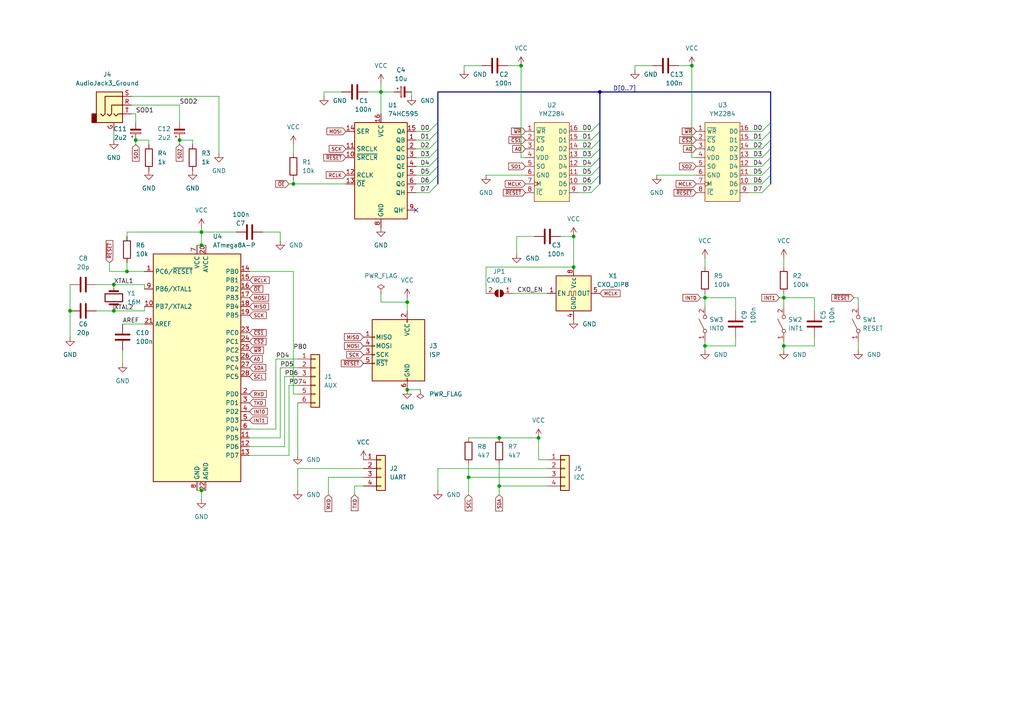
<source format=kicad_sch>
(kicad_sch (version 20211123) (generator eeschema)

  (uuid 7b225502-e59d-4aab-bd67-503c913f29ce)

  (paper "A4")

  (lib_symbols
    (symbol "74xx:74HC595" (in_bom yes) (on_board yes)
      (property "Reference" "U" (id 0) (at -7.62 13.97 0)
        (effects (font (size 1.27 1.27)))
      )
      (property "Value" "74HC595" (id 1) (at -7.62 -16.51 0)
        (effects (font (size 1.27 1.27)))
      )
      (property "Footprint" "" (id 2) (at 0 0 0)
        (effects (font (size 1.27 1.27)) hide)
      )
      (property "Datasheet" "http://www.ti.com/lit/ds/symlink/sn74hc595.pdf" (id 3) (at 0 0 0)
        (effects (font (size 1.27 1.27)) hide)
      )
      (property "ki_keywords" "HCMOS SR 3State" (id 4) (at 0 0 0)
        (effects (font (size 1.27 1.27)) hide)
      )
      (property "ki_description" "8-bit serial in/out Shift Register 3-State Outputs" (id 5) (at 0 0 0)
        (effects (font (size 1.27 1.27)) hide)
      )
      (property "ki_fp_filters" "DIP*W7.62mm* SOIC*3.9x9.9mm*P1.27mm* TSSOP*4.4x5mm*P0.65mm* SOIC*5.3x10.2mm*P1.27mm* SOIC*7.5x10.3mm*P1.27mm*" (id 6) (at 0 0 0)
        (effects (font (size 1.27 1.27)) hide)
      )
      (symbol "74HC595_1_0"
        (pin tri_state line (at 10.16 7.62 180) (length 2.54)
          (name "QB" (effects (font (size 1.27 1.27))))
          (number "1" (effects (font (size 1.27 1.27))))
        )
        (pin input line (at -10.16 2.54 0) (length 2.54)
          (name "~{SRCLR}" (effects (font (size 1.27 1.27))))
          (number "10" (effects (font (size 1.27 1.27))))
        )
        (pin input line (at -10.16 5.08 0) (length 2.54)
          (name "SRCLK" (effects (font (size 1.27 1.27))))
          (number "11" (effects (font (size 1.27 1.27))))
        )
        (pin input line (at -10.16 -2.54 0) (length 2.54)
          (name "RCLK" (effects (font (size 1.27 1.27))))
          (number "12" (effects (font (size 1.27 1.27))))
        )
        (pin input line (at -10.16 -5.08 0) (length 2.54)
          (name "~{OE}" (effects (font (size 1.27 1.27))))
          (number "13" (effects (font (size 1.27 1.27))))
        )
        (pin input line (at -10.16 10.16 0) (length 2.54)
          (name "SER" (effects (font (size 1.27 1.27))))
          (number "14" (effects (font (size 1.27 1.27))))
        )
        (pin tri_state line (at 10.16 10.16 180) (length 2.54)
          (name "QA" (effects (font (size 1.27 1.27))))
          (number "15" (effects (font (size 1.27 1.27))))
        )
        (pin power_in line (at 0 15.24 270) (length 2.54)
          (name "VCC" (effects (font (size 1.27 1.27))))
          (number "16" (effects (font (size 1.27 1.27))))
        )
        (pin tri_state line (at 10.16 5.08 180) (length 2.54)
          (name "QC" (effects (font (size 1.27 1.27))))
          (number "2" (effects (font (size 1.27 1.27))))
        )
        (pin tri_state line (at 10.16 2.54 180) (length 2.54)
          (name "QD" (effects (font (size 1.27 1.27))))
          (number "3" (effects (font (size 1.27 1.27))))
        )
        (pin tri_state line (at 10.16 0 180) (length 2.54)
          (name "QE" (effects (font (size 1.27 1.27))))
          (number "4" (effects (font (size 1.27 1.27))))
        )
        (pin tri_state line (at 10.16 -2.54 180) (length 2.54)
          (name "QF" (effects (font (size 1.27 1.27))))
          (number "5" (effects (font (size 1.27 1.27))))
        )
        (pin tri_state line (at 10.16 -5.08 180) (length 2.54)
          (name "QG" (effects (font (size 1.27 1.27))))
          (number "6" (effects (font (size 1.27 1.27))))
        )
        (pin tri_state line (at 10.16 -7.62 180) (length 2.54)
          (name "QH" (effects (font (size 1.27 1.27))))
          (number "7" (effects (font (size 1.27 1.27))))
        )
        (pin power_in line (at 0 -17.78 90) (length 2.54)
          (name "GND" (effects (font (size 1.27 1.27))))
          (number "8" (effects (font (size 1.27 1.27))))
        )
        (pin output line (at 10.16 -12.7 180) (length 2.54)
          (name "QH'" (effects (font (size 1.27 1.27))))
          (number "9" (effects (font (size 1.27 1.27))))
        )
      )
      (symbol "74HC595_1_1"
        (rectangle (start -7.62 12.7) (end 7.62 -15.24)
          (stroke (width 0.254) (type default) (color 0 0 0 0))
          (fill (type background))
        )
      )
    )
    (symbol "Connector:AVR-ISP-6" (pin_names (offset 1.016)) (in_bom yes) (on_board yes)
      (property "Reference" "J" (id 0) (at -6.35 11.43 0)
        (effects (font (size 1.27 1.27)) (justify left))
      )
      (property "Value" "AVR-ISP-6" (id 1) (at 0 11.43 0)
        (effects (font (size 1.27 1.27)) (justify left))
      )
      (property "Footprint" "" (id 2) (at -6.35 1.27 90)
        (effects (font (size 1.27 1.27)) hide)
      )
      (property "Datasheet" " ~" (id 3) (at -32.385 -13.97 0)
        (effects (font (size 1.27 1.27)) hide)
      )
      (property "ki_keywords" "AVR ISP Connector" (id 4) (at 0 0 0)
        (effects (font (size 1.27 1.27)) hide)
      )
      (property "ki_description" "Atmel 6-pin ISP connector" (id 5) (at 0 0 0)
        (effects (font (size 1.27 1.27)) hide)
      )
      (property "ki_fp_filters" "IDC?Header*2x03* Pin?Header*2x03*" (id 6) (at 0 0 0)
        (effects (font (size 1.27 1.27)) hide)
      )
      (symbol "AVR-ISP-6_0_1"
        (rectangle (start -2.667 -6.858) (end -2.413 -7.62)
          (stroke (width 0) (type default) (color 0 0 0 0))
          (fill (type none))
        )
        (rectangle (start -2.667 10.16) (end -2.413 9.398)
          (stroke (width 0) (type default) (color 0 0 0 0))
          (fill (type none))
        )
        (rectangle (start 7.62 -2.413) (end 6.858 -2.667)
          (stroke (width 0) (type default) (color 0 0 0 0))
          (fill (type none))
        )
        (rectangle (start 7.62 0.127) (end 6.858 -0.127)
          (stroke (width 0) (type default) (color 0 0 0 0))
          (fill (type none))
        )
        (rectangle (start 7.62 2.667) (end 6.858 2.413)
          (stroke (width 0) (type default) (color 0 0 0 0))
          (fill (type none))
        )
        (rectangle (start 7.62 5.207) (end 6.858 4.953)
          (stroke (width 0) (type default) (color 0 0 0 0))
          (fill (type none))
        )
        (rectangle (start 7.62 10.16) (end -7.62 -7.62)
          (stroke (width 0.254) (type default) (color 0 0 0 0))
          (fill (type background))
        )
      )
      (symbol "AVR-ISP-6_1_1"
        (pin passive line (at 10.16 5.08 180) (length 2.54)
          (name "MISO" (effects (font (size 1.27 1.27))))
          (number "1" (effects (font (size 1.27 1.27))))
        )
        (pin passive line (at -2.54 12.7 270) (length 2.54)
          (name "VCC" (effects (font (size 1.27 1.27))))
          (number "2" (effects (font (size 1.27 1.27))))
        )
        (pin passive line (at 10.16 0 180) (length 2.54)
          (name "SCK" (effects (font (size 1.27 1.27))))
          (number "3" (effects (font (size 1.27 1.27))))
        )
        (pin passive line (at 10.16 2.54 180) (length 2.54)
          (name "MOSI" (effects (font (size 1.27 1.27))))
          (number "4" (effects (font (size 1.27 1.27))))
        )
        (pin passive line (at 10.16 -2.54 180) (length 2.54)
          (name "~{RST}" (effects (font (size 1.27 1.27))))
          (number "5" (effects (font (size 1.27 1.27))))
        )
        (pin passive line (at -2.54 -10.16 90) (length 2.54)
          (name "GND" (effects (font (size 1.27 1.27))))
          (number "6" (effects (font (size 1.27 1.27))))
        )
      )
    )
    (symbol "Connector:AudioJack3_Ground" (in_bom yes) (on_board yes)
      (property "Reference" "J" (id 0) (at 0 8.89 0)
        (effects (font (size 1.27 1.27)))
      )
      (property "Value" "AudioJack3_Ground" (id 1) (at 0 6.35 0)
        (effects (font (size 1.27 1.27)))
      )
      (property "Footprint" "" (id 2) (at 0 0 0)
        (effects (font (size 1.27 1.27)) hide)
      )
      (property "Datasheet" "~" (id 3) (at 0 0 0)
        (effects (font (size 1.27 1.27)) hide)
      )
      (property "ki_keywords" "audio jack receptacle stereo headphones phones TRS connector" (id 4) (at 0 0 0)
        (effects (font (size 1.27 1.27)) hide)
      )
      (property "ki_description" "Audio Jack, 3 Poles (Stereo / TRS), Grounded Sleeve" (id 5) (at 0 0 0)
        (effects (font (size 1.27 1.27)) hide)
      )
      (property "ki_fp_filters" "Jack*" (id 6) (at 0 0 0)
        (effects (font (size 1.27 1.27)) hide)
      )
      (symbol "AudioJack3_Ground_0_1"
        (rectangle (start -5.08 -2.54) (end -6.35 -5.08)
          (stroke (width 0.254) (type default) (color 0 0 0 0))
          (fill (type outline))
        )
        (polyline
          (pts
            (xy 0 -2.54)
            (xy 0.635 -3.175)
            (xy 1.27 -2.54)
            (xy 2.54 -2.54)
          )
          (stroke (width 0.254) (type default) (color 0 0 0 0))
          (fill (type none))
        )
        (polyline
          (pts
            (xy -1.905 -2.54)
            (xy -1.27 -3.175)
            (xy -0.635 -2.54)
            (xy -0.635 0)
            (xy 2.54 0)
          )
          (stroke (width 0.254) (type default) (color 0 0 0 0))
          (fill (type none))
        )
        (polyline
          (pts
            (xy 2.54 2.54)
            (xy -2.54 2.54)
            (xy -2.54 -2.54)
            (xy -3.175 -3.175)
            (xy -3.81 -2.54)
          )
          (stroke (width 0.254) (type default) (color 0 0 0 0))
          (fill (type none))
        )
        (rectangle (start 2.54 3.81) (end -5.08 -5.08)
          (stroke (width 0.254) (type default) (color 0 0 0 0))
          (fill (type background))
        )
      )
      (symbol "AudioJack3_Ground_1_1"
        (pin passive line (at 0 -7.62 90) (length 2.54)
          (name "~" (effects (font (size 1.27 1.27))))
          (number "G" (effects (font (size 1.27 1.27))))
        )
        (pin passive line (at 5.08 0 180) (length 2.54)
          (name "~" (effects (font (size 1.27 1.27))))
          (number "R" (effects (font (size 1.27 1.27))))
        )
        (pin passive line (at 5.08 2.54 180) (length 2.54)
          (name "~" (effects (font (size 1.27 1.27))))
          (number "S" (effects (font (size 1.27 1.27))))
        )
        (pin passive line (at 5.08 -2.54 180) (length 2.54)
          (name "~" (effects (font (size 1.27 1.27))))
          (number "T" (effects (font (size 1.27 1.27))))
        )
      )
    )
    (symbol "Connector_Generic:Conn_01x04" (pin_names (offset 1.016) hide) (in_bom yes) (on_board yes)
      (property "Reference" "J" (id 0) (at 0 5.08 0)
        (effects (font (size 1.27 1.27)))
      )
      (property "Value" "Conn_01x04" (id 1) (at 0 -7.62 0)
        (effects (font (size 1.27 1.27)))
      )
      (property "Footprint" "" (id 2) (at 0 0 0)
        (effects (font (size 1.27 1.27)) hide)
      )
      (property "Datasheet" "~" (id 3) (at 0 0 0)
        (effects (font (size 1.27 1.27)) hide)
      )
      (property "ki_keywords" "connector" (id 4) (at 0 0 0)
        (effects (font (size 1.27 1.27)) hide)
      )
      (property "ki_description" "Generic connector, single row, 01x04, script generated (kicad-library-utils/schlib/autogen/connector/)" (id 5) (at 0 0 0)
        (effects (font (size 1.27 1.27)) hide)
      )
      (property "ki_fp_filters" "Connector*:*_1x??_*" (id 6) (at 0 0 0)
        (effects (font (size 1.27 1.27)) hide)
      )
      (symbol "Conn_01x04_1_1"
        (rectangle (start -1.27 -4.953) (end 0 -5.207)
          (stroke (width 0.1524) (type default) (color 0 0 0 0))
          (fill (type none))
        )
        (rectangle (start -1.27 -2.413) (end 0 -2.667)
          (stroke (width 0.1524) (type default) (color 0 0 0 0))
          (fill (type none))
        )
        (rectangle (start -1.27 0.127) (end 0 -0.127)
          (stroke (width 0.1524) (type default) (color 0 0 0 0))
          (fill (type none))
        )
        (rectangle (start -1.27 2.667) (end 0 2.413)
          (stroke (width 0.1524) (type default) (color 0 0 0 0))
          (fill (type none))
        )
        (rectangle (start -1.27 3.81) (end 1.27 -6.35)
          (stroke (width 0.254) (type default) (color 0 0 0 0))
          (fill (type background))
        )
        (pin passive line (at -5.08 2.54 0) (length 3.81)
          (name "Pin_1" (effects (font (size 1.27 1.27))))
          (number "1" (effects (font (size 1.27 1.27))))
        )
        (pin passive line (at -5.08 0 0) (length 3.81)
          (name "Pin_2" (effects (font (size 1.27 1.27))))
          (number "2" (effects (font (size 1.27 1.27))))
        )
        (pin passive line (at -5.08 -2.54 0) (length 3.81)
          (name "Pin_3" (effects (font (size 1.27 1.27))))
          (number "3" (effects (font (size 1.27 1.27))))
        )
        (pin passive line (at -5.08 -5.08 0) (length 3.81)
          (name "Pin_4" (effects (font (size 1.27 1.27))))
          (number "4" (effects (font (size 1.27 1.27))))
        )
      )
    )
    (symbol "Connector_Generic:Conn_01x06" (pin_names (offset 1.016) hide) (in_bom yes) (on_board yes)
      (property "Reference" "J" (id 0) (at 0 7.62 0)
        (effects (font (size 1.27 1.27)))
      )
      (property "Value" "Conn_01x06" (id 1) (at 0 -10.16 0)
        (effects (font (size 1.27 1.27)))
      )
      (property "Footprint" "" (id 2) (at 0 0 0)
        (effects (font (size 1.27 1.27)) hide)
      )
      (property "Datasheet" "~" (id 3) (at 0 0 0)
        (effects (font (size 1.27 1.27)) hide)
      )
      (property "ki_keywords" "connector" (id 4) (at 0 0 0)
        (effects (font (size 1.27 1.27)) hide)
      )
      (property "ki_description" "Generic connector, single row, 01x06, script generated (kicad-library-utils/schlib/autogen/connector/)" (id 5) (at 0 0 0)
        (effects (font (size 1.27 1.27)) hide)
      )
      (property "ki_fp_filters" "Connector*:*_1x??_*" (id 6) (at 0 0 0)
        (effects (font (size 1.27 1.27)) hide)
      )
      (symbol "Conn_01x06_1_1"
        (rectangle (start -1.27 -7.493) (end 0 -7.747)
          (stroke (width 0.1524) (type default) (color 0 0 0 0))
          (fill (type none))
        )
        (rectangle (start -1.27 -4.953) (end 0 -5.207)
          (stroke (width 0.1524) (type default) (color 0 0 0 0))
          (fill (type none))
        )
        (rectangle (start -1.27 -2.413) (end 0 -2.667)
          (stroke (width 0.1524) (type default) (color 0 0 0 0))
          (fill (type none))
        )
        (rectangle (start -1.27 0.127) (end 0 -0.127)
          (stroke (width 0.1524) (type default) (color 0 0 0 0))
          (fill (type none))
        )
        (rectangle (start -1.27 2.667) (end 0 2.413)
          (stroke (width 0.1524) (type default) (color 0 0 0 0))
          (fill (type none))
        )
        (rectangle (start -1.27 5.207) (end 0 4.953)
          (stroke (width 0.1524) (type default) (color 0 0 0 0))
          (fill (type none))
        )
        (rectangle (start -1.27 6.35) (end 1.27 -8.89)
          (stroke (width 0.254) (type default) (color 0 0 0 0))
          (fill (type background))
        )
        (pin passive line (at -5.08 5.08 0) (length 3.81)
          (name "Pin_1" (effects (font (size 1.27 1.27))))
          (number "1" (effects (font (size 1.27 1.27))))
        )
        (pin passive line (at -5.08 2.54 0) (length 3.81)
          (name "Pin_2" (effects (font (size 1.27 1.27))))
          (number "2" (effects (font (size 1.27 1.27))))
        )
        (pin passive line (at -5.08 0 0) (length 3.81)
          (name "Pin_3" (effects (font (size 1.27 1.27))))
          (number "3" (effects (font (size 1.27 1.27))))
        )
        (pin passive line (at -5.08 -2.54 0) (length 3.81)
          (name "Pin_4" (effects (font (size 1.27 1.27))))
          (number "4" (effects (font (size 1.27 1.27))))
        )
        (pin passive line (at -5.08 -5.08 0) (length 3.81)
          (name "Pin_5" (effects (font (size 1.27 1.27))))
          (number "5" (effects (font (size 1.27 1.27))))
        )
        (pin passive line (at -5.08 -7.62 0) (length 3.81)
          (name "Pin_6" (effects (font (size 1.27 1.27))))
          (number "6" (effects (font (size 1.27 1.27))))
        )
      )
    )
    (symbol "Device:C" (pin_numbers hide) (pin_names (offset 0.254)) (in_bom yes) (on_board yes)
      (property "Reference" "C" (id 0) (at 0.635 2.54 0)
        (effects (font (size 1.27 1.27)) (justify left))
      )
      (property "Value" "C" (id 1) (at 0.635 -2.54 0)
        (effects (font (size 1.27 1.27)) (justify left))
      )
      (property "Footprint" "" (id 2) (at 0.9652 -3.81 0)
        (effects (font (size 1.27 1.27)) hide)
      )
      (property "Datasheet" "~" (id 3) (at 0 0 0)
        (effects (font (size 1.27 1.27)) hide)
      )
      (property "ki_keywords" "cap capacitor" (id 4) (at 0 0 0)
        (effects (font (size 1.27 1.27)) hide)
      )
      (property "ki_description" "Unpolarized capacitor" (id 5) (at 0 0 0)
        (effects (font (size 1.27 1.27)) hide)
      )
      (property "ki_fp_filters" "C_*" (id 6) (at 0 0 0)
        (effects (font (size 1.27 1.27)) hide)
      )
      (symbol "C_0_1"
        (polyline
          (pts
            (xy -2.032 -0.762)
            (xy 2.032 -0.762)
          )
          (stroke (width 0.508) (type default) (color 0 0 0 0))
          (fill (type none))
        )
        (polyline
          (pts
            (xy -2.032 0.762)
            (xy 2.032 0.762)
          )
          (stroke (width 0.508) (type default) (color 0 0 0 0))
          (fill (type none))
        )
      )
      (symbol "C_1_1"
        (pin passive line (at 0 3.81 270) (length 2.794)
          (name "~" (effects (font (size 1.27 1.27))))
          (number "1" (effects (font (size 1.27 1.27))))
        )
        (pin passive line (at 0 -3.81 90) (length 2.794)
          (name "~" (effects (font (size 1.27 1.27))))
          (number "2" (effects (font (size 1.27 1.27))))
        )
      )
    )
    (symbol "Device:C_Polarized_Small" (pin_numbers hide) (pin_names (offset 0.254) hide) (in_bom yes) (on_board yes)
      (property "Reference" "C" (id 0) (at 0.254 1.778 0)
        (effects (font (size 1.27 1.27)) (justify left))
      )
      (property "Value" "C_Polarized_Small" (id 1) (at 0.254 -2.032 0)
        (effects (font (size 1.27 1.27)) (justify left))
      )
      (property "Footprint" "" (id 2) (at 0 0 0)
        (effects (font (size 1.27 1.27)) hide)
      )
      (property "Datasheet" "~" (id 3) (at 0 0 0)
        (effects (font (size 1.27 1.27)) hide)
      )
      (property "ki_keywords" "cap capacitor" (id 4) (at 0 0 0)
        (effects (font (size 1.27 1.27)) hide)
      )
      (property "ki_description" "Polarized capacitor, small symbol" (id 5) (at 0 0 0)
        (effects (font (size 1.27 1.27)) hide)
      )
      (property "ki_fp_filters" "CP_*" (id 6) (at 0 0 0)
        (effects (font (size 1.27 1.27)) hide)
      )
      (symbol "C_Polarized_Small_0_1"
        (rectangle (start -1.524 -0.3048) (end 1.524 -0.6858)
          (stroke (width 0) (type default) (color 0 0 0 0))
          (fill (type outline))
        )
        (rectangle (start -1.524 0.6858) (end 1.524 0.3048)
          (stroke (width 0) (type default) (color 0 0 0 0))
          (fill (type none))
        )
        (polyline
          (pts
            (xy -1.27 1.524)
            (xy -0.762 1.524)
          )
          (stroke (width 0) (type default) (color 0 0 0 0))
          (fill (type none))
        )
        (polyline
          (pts
            (xy -1.016 1.27)
            (xy -1.016 1.778)
          )
          (stroke (width 0) (type default) (color 0 0 0 0))
          (fill (type none))
        )
      )
      (symbol "C_Polarized_Small_1_1"
        (pin passive line (at 0 2.54 270) (length 1.8542)
          (name "~" (effects (font (size 1.27 1.27))))
          (number "1" (effects (font (size 1.27 1.27))))
        )
        (pin passive line (at 0 -2.54 90) (length 1.8542)
          (name "~" (effects (font (size 1.27 1.27))))
          (number "2" (effects (font (size 1.27 1.27))))
        )
      )
    )
    (symbol "Device:Crystal" (pin_numbers hide) (pin_names (offset 1.016) hide) (in_bom yes) (on_board yes)
      (property "Reference" "Y" (id 0) (at 0 3.81 0)
        (effects (font (size 1.27 1.27)))
      )
      (property "Value" "Crystal" (id 1) (at 0 -3.81 0)
        (effects (font (size 1.27 1.27)))
      )
      (property "Footprint" "" (id 2) (at 0 0 0)
        (effects (font (size 1.27 1.27)) hide)
      )
      (property "Datasheet" "~" (id 3) (at 0 0 0)
        (effects (font (size 1.27 1.27)) hide)
      )
      (property "ki_keywords" "quartz ceramic resonator oscillator" (id 4) (at 0 0 0)
        (effects (font (size 1.27 1.27)) hide)
      )
      (property "ki_description" "Two pin crystal" (id 5) (at 0 0 0)
        (effects (font (size 1.27 1.27)) hide)
      )
      (property "ki_fp_filters" "Crystal*" (id 6) (at 0 0 0)
        (effects (font (size 1.27 1.27)) hide)
      )
      (symbol "Crystal_0_1"
        (rectangle (start -1.143 2.54) (end 1.143 -2.54)
          (stroke (width 0.3048) (type default) (color 0 0 0 0))
          (fill (type none))
        )
        (polyline
          (pts
            (xy -2.54 0)
            (xy -1.905 0)
          )
          (stroke (width 0) (type default) (color 0 0 0 0))
          (fill (type none))
        )
        (polyline
          (pts
            (xy -1.905 -1.27)
            (xy -1.905 1.27)
          )
          (stroke (width 0.508) (type default) (color 0 0 0 0))
          (fill (type none))
        )
        (polyline
          (pts
            (xy 1.905 -1.27)
            (xy 1.905 1.27)
          )
          (stroke (width 0.508) (type default) (color 0 0 0 0))
          (fill (type none))
        )
        (polyline
          (pts
            (xy 2.54 0)
            (xy 1.905 0)
          )
          (stroke (width 0) (type default) (color 0 0 0 0))
          (fill (type none))
        )
      )
      (symbol "Crystal_1_1"
        (pin passive line (at -3.81 0 0) (length 1.27)
          (name "1" (effects (font (size 1.27 1.27))))
          (number "1" (effects (font (size 1.27 1.27))))
        )
        (pin passive line (at 3.81 0 180) (length 1.27)
          (name "2" (effects (font (size 1.27 1.27))))
          (number "2" (effects (font (size 1.27 1.27))))
        )
      )
    )
    (symbol "Device:R" (pin_numbers hide) (pin_names (offset 0)) (in_bom yes) (on_board yes)
      (property "Reference" "R" (id 0) (at 2.032 0 90)
        (effects (font (size 1.27 1.27)))
      )
      (property "Value" "R" (id 1) (at 0 0 90)
        (effects (font (size 1.27 1.27)))
      )
      (property "Footprint" "" (id 2) (at -1.778 0 90)
        (effects (font (size 1.27 1.27)) hide)
      )
      (property "Datasheet" "~" (id 3) (at 0 0 0)
        (effects (font (size 1.27 1.27)) hide)
      )
      (property "ki_keywords" "R res resistor" (id 4) (at 0 0 0)
        (effects (font (size 1.27 1.27)) hide)
      )
      (property "ki_description" "Resistor" (id 5) (at 0 0 0)
        (effects (font (size 1.27 1.27)) hide)
      )
      (property "ki_fp_filters" "R_*" (id 6) (at 0 0 0)
        (effects (font (size 1.27 1.27)) hide)
      )
      (symbol "R_0_1"
        (rectangle (start -1.016 -2.54) (end 1.016 2.54)
          (stroke (width 0.254) (type default) (color 0 0 0 0))
          (fill (type none))
        )
      )
      (symbol "R_1_1"
        (pin passive line (at 0 3.81 270) (length 1.27)
          (name "~" (effects (font (size 1.27 1.27))))
          (number "1" (effects (font (size 1.27 1.27))))
        )
        (pin passive line (at 0 -3.81 90) (length 1.27)
          (name "~" (effects (font (size 1.27 1.27))))
          (number "2" (effects (font (size 1.27 1.27))))
        )
      )
    )
    (symbol "Jumper:SolderJumper_2_Open" (pin_names (offset 0) hide) (in_bom yes) (on_board yes)
      (property "Reference" "JP" (id 0) (at 0 2.032 0)
        (effects (font (size 1.27 1.27)))
      )
      (property "Value" "SolderJumper_2_Open" (id 1) (at 0 -2.54 0)
        (effects (font (size 1.27 1.27)))
      )
      (property "Footprint" "" (id 2) (at 0 0 0)
        (effects (font (size 1.27 1.27)) hide)
      )
      (property "Datasheet" "~" (id 3) (at 0 0 0)
        (effects (font (size 1.27 1.27)) hide)
      )
      (property "ki_keywords" "solder jumper SPST" (id 4) (at 0 0 0)
        (effects (font (size 1.27 1.27)) hide)
      )
      (property "ki_description" "Solder Jumper, 2-pole, open" (id 5) (at 0 0 0)
        (effects (font (size 1.27 1.27)) hide)
      )
      (property "ki_fp_filters" "SolderJumper*Open*" (id 6) (at 0 0 0)
        (effects (font (size 1.27 1.27)) hide)
      )
      (symbol "SolderJumper_2_Open_0_1"
        (arc (start -0.254 1.016) (mid -1.27 0) (end -0.254 -1.016)
          (stroke (width 0) (type default) (color 0 0 0 0))
          (fill (type none))
        )
        (arc (start -0.254 1.016) (mid -1.27 0) (end -0.254 -1.016)
          (stroke (width 0) (type default) (color 0 0 0 0))
          (fill (type outline))
        )
        (polyline
          (pts
            (xy -0.254 1.016)
            (xy -0.254 -1.016)
          )
          (stroke (width 0) (type default) (color 0 0 0 0))
          (fill (type none))
        )
        (polyline
          (pts
            (xy 0.254 1.016)
            (xy 0.254 -1.016)
          )
          (stroke (width 0) (type default) (color 0 0 0 0))
          (fill (type none))
        )
        (arc (start 0.254 -1.016) (mid 1.27 0) (end 0.254 1.016)
          (stroke (width 0) (type default) (color 0 0 0 0))
          (fill (type none))
        )
        (arc (start 0.254 -1.016) (mid 1.27 0) (end 0.254 1.016)
          (stroke (width 0) (type default) (color 0 0 0 0))
          (fill (type outline))
        )
      )
      (symbol "SolderJumper_2_Open_1_1"
        (pin passive line (at -3.81 0 0) (length 2.54)
          (name "A" (effects (font (size 1.27 1.27))))
          (number "1" (effects (font (size 1.27 1.27))))
        )
        (pin passive line (at 3.81 0 180) (length 2.54)
          (name "B" (effects (font (size 1.27 1.27))))
          (number "2" (effects (font (size 1.27 1.27))))
        )
      )
    )
    (symbol "MCU_Microchip_ATmega:ATmega8A-P" (in_bom yes) (on_board yes)
      (property "Reference" "U" (id 0) (at -12.7 34.29 0)
        (effects (font (size 1.27 1.27)) (justify left bottom))
      )
      (property "Value" "ATmega8A-P" (id 1) (at 5.08 -34.29 0)
        (effects (font (size 1.27 1.27)) (justify left top))
      )
      (property "Footprint" "Package_DIP:DIP-28_W7.62mm" (id 2) (at 0 0 0)
        (effects (font (size 1.27 1.27) italic) hide)
      )
      (property "Datasheet" "http://ww1.microchip.com/downloads/en/DeviceDoc/Microchip%208bit%20mcu%20AVR%20ATmega8A%20data%20sheet%2040001974A.pdf" (id 3) (at 0 0 0)
        (effects (font (size 1.27 1.27)) hide)
      )
      (property "ki_keywords" "AVR 8bit Microcontroller MegaAVR" (id 4) (at 0 0 0)
        (effects (font (size 1.27 1.27)) hide)
      )
      (property "ki_description" "16MHz, 8kB Flash, 1kB SRAM, 512B EEPROM, DIP-28" (id 5) (at 0 0 0)
        (effects (font (size 1.27 1.27)) hide)
      )
      (property "ki_fp_filters" "DIP*W7.62mm*" (id 6) (at 0 0 0)
        (effects (font (size 1.27 1.27)) hide)
      )
      (symbol "ATmega8A-P_0_1"
        (rectangle (start -12.7 -33.02) (end 12.7 33.02)
          (stroke (width 0.254) (type default) (color 0 0 0 0))
          (fill (type background))
        )
      )
      (symbol "ATmega8A-P_1_1"
        (pin bidirectional line (at -15.24 27.94 0) (length 2.54)
          (name "PC6/~{RESET}" (effects (font (size 1.27 1.27))))
          (number "1" (effects (font (size 1.27 1.27))))
        )
        (pin bidirectional line (at -15.24 17.78 0) (length 2.54)
          (name "PB7/XTAL2" (effects (font (size 1.27 1.27))))
          (number "10" (effects (font (size 1.27 1.27))))
        )
        (pin bidirectional line (at 15.24 -20.32 180) (length 2.54)
          (name "PD5" (effects (font (size 1.27 1.27))))
          (number "11" (effects (font (size 1.27 1.27))))
        )
        (pin bidirectional line (at 15.24 -22.86 180) (length 2.54)
          (name "PD6" (effects (font (size 1.27 1.27))))
          (number "12" (effects (font (size 1.27 1.27))))
        )
        (pin bidirectional line (at 15.24 -25.4 180) (length 2.54)
          (name "PD7" (effects (font (size 1.27 1.27))))
          (number "13" (effects (font (size 1.27 1.27))))
        )
        (pin bidirectional line (at 15.24 27.94 180) (length 2.54)
          (name "PB0" (effects (font (size 1.27 1.27))))
          (number "14" (effects (font (size 1.27 1.27))))
        )
        (pin bidirectional line (at 15.24 25.4 180) (length 2.54)
          (name "PB1" (effects (font (size 1.27 1.27))))
          (number "15" (effects (font (size 1.27 1.27))))
        )
        (pin bidirectional line (at 15.24 22.86 180) (length 2.54)
          (name "PB2" (effects (font (size 1.27 1.27))))
          (number "16" (effects (font (size 1.27 1.27))))
        )
        (pin bidirectional line (at 15.24 20.32 180) (length 2.54)
          (name "PB3" (effects (font (size 1.27 1.27))))
          (number "17" (effects (font (size 1.27 1.27))))
        )
        (pin bidirectional line (at 15.24 17.78 180) (length 2.54)
          (name "PB4" (effects (font (size 1.27 1.27))))
          (number "18" (effects (font (size 1.27 1.27))))
        )
        (pin bidirectional line (at 15.24 15.24 180) (length 2.54)
          (name "PB5" (effects (font (size 1.27 1.27))))
          (number "19" (effects (font (size 1.27 1.27))))
        )
        (pin bidirectional line (at 15.24 -7.62 180) (length 2.54)
          (name "PD0" (effects (font (size 1.27 1.27))))
          (number "2" (effects (font (size 1.27 1.27))))
        )
        (pin power_in line (at 2.54 35.56 270) (length 2.54)
          (name "AVCC" (effects (font (size 1.27 1.27))))
          (number "20" (effects (font (size 1.27 1.27))))
        )
        (pin passive line (at -15.24 12.7 0) (length 2.54)
          (name "AREF" (effects (font (size 1.27 1.27))))
          (number "21" (effects (font (size 1.27 1.27))))
        )
        (pin power_in line (at 2.54 -35.56 90) (length 2.54)
          (name "AGND" (effects (font (size 1.27 1.27))))
          (number "22" (effects (font (size 1.27 1.27))))
        )
        (pin bidirectional line (at 15.24 10.16 180) (length 2.54)
          (name "PC0" (effects (font (size 1.27 1.27))))
          (number "23" (effects (font (size 1.27 1.27))))
        )
        (pin bidirectional line (at 15.24 7.62 180) (length 2.54)
          (name "PC1" (effects (font (size 1.27 1.27))))
          (number "24" (effects (font (size 1.27 1.27))))
        )
        (pin bidirectional line (at 15.24 5.08 180) (length 2.54)
          (name "PC2" (effects (font (size 1.27 1.27))))
          (number "25" (effects (font (size 1.27 1.27))))
        )
        (pin bidirectional line (at 15.24 2.54 180) (length 2.54)
          (name "PC3" (effects (font (size 1.27 1.27))))
          (number "26" (effects (font (size 1.27 1.27))))
        )
        (pin bidirectional line (at 15.24 0 180) (length 2.54)
          (name "PC4" (effects (font (size 1.27 1.27))))
          (number "27" (effects (font (size 1.27 1.27))))
        )
        (pin bidirectional line (at 15.24 -2.54 180) (length 2.54)
          (name "PC5" (effects (font (size 1.27 1.27))))
          (number "28" (effects (font (size 1.27 1.27))))
        )
        (pin bidirectional line (at 15.24 -10.16 180) (length 2.54)
          (name "PD1" (effects (font (size 1.27 1.27))))
          (number "3" (effects (font (size 1.27 1.27))))
        )
        (pin bidirectional line (at 15.24 -12.7 180) (length 2.54)
          (name "PD2" (effects (font (size 1.27 1.27))))
          (number "4" (effects (font (size 1.27 1.27))))
        )
        (pin bidirectional line (at 15.24 -15.24 180) (length 2.54)
          (name "PD3" (effects (font (size 1.27 1.27))))
          (number "5" (effects (font (size 1.27 1.27))))
        )
        (pin bidirectional line (at 15.24 -17.78 180) (length 2.54)
          (name "PD4" (effects (font (size 1.27 1.27))))
          (number "6" (effects (font (size 1.27 1.27))))
        )
        (pin power_in line (at 0 35.56 270) (length 2.54)
          (name "VCC" (effects (font (size 1.27 1.27))))
          (number "7" (effects (font (size 1.27 1.27))))
        )
        (pin power_in line (at 0 -35.56 90) (length 2.54)
          (name "GND" (effects (font (size 1.27 1.27))))
          (number "8" (effects (font (size 1.27 1.27))))
        )
        (pin bidirectional line (at -15.24 22.86 0) (length 2.54)
          (name "PB6/XTAL1" (effects (font (size 1.27 1.27))))
          (number "9" (effects (font (size 1.27 1.27))))
        )
      )
    )
    (symbol "Oscillator:CXO_DIP8" (pin_names (offset 0.254)) (in_bom yes) (on_board yes)
      (property "Reference" "X" (id 0) (at -5.08 6.35 0)
        (effects (font (size 1.27 1.27)) (justify left))
      )
      (property "Value" "CXO_DIP8" (id 1) (at 1.27 -6.35 0)
        (effects (font (size 1.27 1.27)) (justify left))
      )
      (property "Footprint" "Oscillator:Oscillator_DIP-8" (id 2) (at 11.43 -8.89 0)
        (effects (font (size 1.27 1.27)) hide)
      )
      (property "Datasheet" "http://cdn-reichelt.de/documents/datenblatt/B400/OSZI.pdf" (id 3) (at -2.54 0 0)
        (effects (font (size 1.27 1.27)) hide)
      )
      (property "ki_keywords" "Crystal Clock Oscillator" (id 4) (at 0 0 0)
        (effects (font (size 1.27 1.27)) hide)
      )
      (property "ki_description" "Crystal Clock Oscillator, DIP8-style metal package" (id 5) (at 0 0 0)
        (effects (font (size 1.27 1.27)) hide)
      )
      (property "ki_fp_filters" "Oscillator*DIP*8*" (id 6) (at 0 0 0)
        (effects (font (size 1.27 1.27)) hide)
      )
      (symbol "CXO_DIP8_0_1"
        (rectangle (start -5.08 5.08) (end 5.08 -5.08)
          (stroke (width 0.254) (type default) (color 0 0 0 0))
          (fill (type background))
        )
        (polyline
          (pts
            (xy -1.905 -0.635)
            (xy -1.27 -0.635)
            (xy -1.27 0.635)
            (xy -0.635 0.635)
            (xy -0.635 -0.635)
            (xy 0 -0.635)
            (xy 0 0.635)
            (xy 0.635 0.635)
            (xy 0.635 -0.635)
          )
          (stroke (width 0) (type default) (color 0 0 0 0))
          (fill (type none))
        )
      )
      (symbol "CXO_DIP8_1_1"
        (pin input line (at -7.62 0 0) (length 2.54)
          (name "EN" (effects (font (size 1.27 1.27))))
          (number "1" (effects (font (size 1.27 1.27))))
        )
        (pin power_in line (at 0 -7.62 90) (length 2.54)
          (name "GND" (effects (font (size 1.27 1.27))))
          (number "4" (effects (font (size 1.27 1.27))))
        )
        (pin output line (at 7.62 0 180) (length 2.54)
          (name "OUT" (effects (font (size 1.27 1.27))))
          (number "5" (effects (font (size 1.27 1.27))))
        )
        (pin power_in line (at 0 7.62 270) (length 2.54)
          (name "Vcc" (effects (font (size 1.27 1.27))))
          (number "8" (effects (font (size 1.27 1.27))))
        )
      )
    )
    (symbol "Switch:SW_SPST" (pin_names (offset 0) hide) (in_bom yes) (on_board yes)
      (property "Reference" "SW" (id 0) (at 0 3.175 0)
        (effects (font (size 1.27 1.27)))
      )
      (property "Value" "SW_SPST" (id 1) (at 0 -2.54 0)
        (effects (font (size 1.27 1.27)))
      )
      (property "Footprint" "" (id 2) (at 0 0 0)
        (effects (font (size 1.27 1.27)) hide)
      )
      (property "Datasheet" "~" (id 3) (at 0 0 0)
        (effects (font (size 1.27 1.27)) hide)
      )
      (property "ki_keywords" "switch lever" (id 4) (at 0 0 0)
        (effects (font (size 1.27 1.27)) hide)
      )
      (property "ki_description" "Single Pole Single Throw (SPST) switch" (id 5) (at 0 0 0)
        (effects (font (size 1.27 1.27)) hide)
      )
      (symbol "SW_SPST_0_0"
        (circle (center -2.032 0) (radius 0.508)
          (stroke (width 0) (type default) (color 0 0 0 0))
          (fill (type none))
        )
        (polyline
          (pts
            (xy -1.524 0.254)
            (xy 1.524 1.778)
          )
          (stroke (width 0) (type default) (color 0 0 0 0))
          (fill (type none))
        )
        (circle (center 2.032 0) (radius 0.508)
          (stroke (width 0) (type default) (color 0 0 0 0))
          (fill (type none))
        )
      )
      (symbol "SW_SPST_1_1"
        (pin passive line (at -5.08 0 0) (length 2.54)
          (name "A" (effects (font (size 1.27 1.27))))
          (number "1" (effects (font (size 1.27 1.27))))
        )
        (pin passive line (at 5.08 0 180) (length 2.54)
          (name "B" (effects (font (size 1.27 1.27))))
          (number "2" (effects (font (size 1.27 1.27))))
        )
      )
    )
    (symbol "UserInterface:YMZ284" (in_bom yes) (on_board yes)
      (property "Reference" "U" (id 0) (at 0 1.27 0)
        (effects (font (size 1.27 1.27)))
      )
      (property "Value" "YMZ284" (id 1) (at 0 -1.27 0)
        (effects (font (size 1.27 1.27)))
      )
      (property "Footprint" "Package_DIP:DIP-16_W7.62mm_Socket" (id 2) (at 0 0 0)
        (effects (font (size 1.27 1.27)) hide)
      )
      (property "Datasheet" "" (id 3) (at 0 0 0)
        (effects (font (size 1.27 1.27)) hide)
      )
      (symbol "YMZ284_0_1"
        (rectangle (start -5.08 -2.54) (end 5.08 -25.4)
          (stroke (width 0) (type default) (color 0 0 0 0))
          (fill (type background))
        )
      )
      (symbol "YMZ284_1_1"
        (pin input line (at -7.62 -5.08 0) (length 2.54)
          (name "~{WR}" (effects (font (size 1.27 1.27))))
          (number "1" (effects (font (size 1.27 1.27))))
        )
        (pin input line (at 7.62 -20.32 180) (length 2.54)
          (name "D6" (effects (font (size 1.27 1.27))))
          (number "10" (effects (font (size 1.27 1.27))))
        )
        (pin input line (at 7.62 -17.78 180) (length 2.54)
          (name "D5" (effects (font (size 1.27 1.27))))
          (number "11" (effects (font (size 1.27 1.27))))
        )
        (pin input line (at 7.62 -15.24 180) (length 2.54)
          (name "D4" (effects (font (size 1.27 1.27))))
          (number "12" (effects (font (size 1.27 1.27))))
        )
        (pin input line (at 7.62 -12.7 180) (length 2.54)
          (name "D3" (effects (font (size 1.27 1.27))))
          (number "13" (effects (font (size 1.27 1.27))))
        )
        (pin input line (at 7.62 -10.16 180) (length 2.54)
          (name "D2" (effects (font (size 1.27 1.27))))
          (number "14" (effects (font (size 1.27 1.27))))
        )
        (pin input line (at 7.62 -7.62 180) (length 2.54)
          (name "D1" (effects (font (size 1.27 1.27))))
          (number "15" (effects (font (size 1.27 1.27))))
        )
        (pin input line (at 7.62 -5.08 180) (length 2.54)
          (name "D0" (effects (font (size 1.27 1.27))))
          (number "16" (effects (font (size 1.27 1.27))))
        )
        (pin input line (at -7.62 -7.62 0) (length 2.54)
          (name "~{CS}" (effects (font (size 1.27 1.27))))
          (number "2" (effects (font (size 1.27 1.27))))
        )
        (pin input line (at -7.62 -10.16 0) (length 2.54)
          (name "A0" (effects (font (size 1.27 1.27))))
          (number "3" (effects (font (size 1.27 1.27))))
        )
        (pin power_in line (at -7.62 -12.7 0) (length 2.54)
          (name "VDD" (effects (font (size 1.27 1.27))))
          (number "4" (effects (font (size 1.27 1.27))))
        )
        (pin output line (at -7.62 -15.24 0) (length 2.54)
          (name "SO" (effects (font (size 1.27 1.27))))
          (number "5" (effects (font (size 1.27 1.27))))
        )
        (pin power_in line (at -7.62 -17.78 0) (length 2.54)
          (name "GND" (effects (font (size 1.27 1.27))))
          (number "6" (effects (font (size 1.27 1.27))))
        )
        (pin input clock (at -7.62 -20.32 0) (length 2.54)
          (name "M" (effects (font (size 1.27 1.27))))
          (number "7" (effects (font (size 1.27 1.27))))
        )
        (pin input line (at -7.62 -22.86 0) (length 2.54)
          (name "~{IC}" (effects (font (size 1.27 1.27))))
          (number "8" (effects (font (size 1.27 1.27))))
        )
        (pin input line (at 7.62 -22.86 180) (length 2.54)
          (name "D7" (effects (font (size 1.27 1.27))))
          (number "9" (effects (font (size 1.27 1.27))))
        )
      )
    )
    (symbol "power:GND" (power) (pin_names (offset 0)) (in_bom yes) (on_board yes)
      (property "Reference" "#PWR" (id 0) (at 0 -6.35 0)
        (effects (font (size 1.27 1.27)) hide)
      )
      (property "Value" "GND" (id 1) (at 0 -3.81 0)
        (effects (font (size 1.27 1.27)))
      )
      (property "Footprint" "" (id 2) (at 0 0 0)
        (effects (font (size 1.27 1.27)) hide)
      )
      (property "Datasheet" "" (id 3) (at 0 0 0)
        (effects (font (size 1.27 1.27)) hide)
      )
      (property "ki_keywords" "power-flag" (id 4) (at 0 0 0)
        (effects (font (size 1.27 1.27)) hide)
      )
      (property "ki_description" "Power symbol creates a global label with name \"GND\" , ground" (id 5) (at 0 0 0)
        (effects (font (size 1.27 1.27)) hide)
      )
      (symbol "GND_0_1"
        (polyline
          (pts
            (xy 0 0)
            (xy 0 -1.27)
            (xy 1.27 -1.27)
            (xy 0 -2.54)
            (xy -1.27 -1.27)
            (xy 0 -1.27)
          )
          (stroke (width 0) (type default) (color 0 0 0 0))
          (fill (type none))
        )
      )
      (symbol "GND_1_1"
        (pin power_in line (at 0 0 270) (length 0) hide
          (name "GND" (effects (font (size 1.27 1.27))))
          (number "1" (effects (font (size 1.27 1.27))))
        )
      )
    )
    (symbol "power:PWR_FLAG" (power) (pin_numbers hide) (pin_names (offset 0) hide) (in_bom yes) (on_board yes)
      (property "Reference" "#FLG" (id 0) (at 0 1.905 0)
        (effects (font (size 1.27 1.27)) hide)
      )
      (property "Value" "PWR_FLAG" (id 1) (at 0 3.81 0)
        (effects (font (size 1.27 1.27)))
      )
      (property "Footprint" "" (id 2) (at 0 0 0)
        (effects (font (size 1.27 1.27)) hide)
      )
      (property "Datasheet" "~" (id 3) (at 0 0 0)
        (effects (font (size 1.27 1.27)) hide)
      )
      (property "ki_keywords" "power-flag" (id 4) (at 0 0 0)
        (effects (font (size 1.27 1.27)) hide)
      )
      (property "ki_description" "Special symbol for telling ERC where power comes from" (id 5) (at 0 0 0)
        (effects (font (size 1.27 1.27)) hide)
      )
      (symbol "PWR_FLAG_0_0"
        (pin power_out line (at 0 0 90) (length 0)
          (name "pwr" (effects (font (size 1.27 1.27))))
          (number "1" (effects (font (size 1.27 1.27))))
        )
      )
      (symbol "PWR_FLAG_0_1"
        (polyline
          (pts
            (xy 0 0)
            (xy 0 1.27)
            (xy -1.016 1.905)
            (xy 0 2.54)
            (xy 1.016 1.905)
            (xy 0 1.27)
          )
          (stroke (width 0) (type default) (color 0 0 0 0))
          (fill (type none))
        )
      )
    )
    (symbol "power:VCC" (power) (pin_names (offset 0)) (in_bom yes) (on_board yes)
      (property "Reference" "#PWR" (id 0) (at 0 -3.81 0)
        (effects (font (size 1.27 1.27)) hide)
      )
      (property "Value" "VCC" (id 1) (at 0 3.81 0)
        (effects (font (size 1.27 1.27)))
      )
      (property "Footprint" "" (id 2) (at 0 0 0)
        (effects (font (size 1.27 1.27)) hide)
      )
      (property "Datasheet" "" (id 3) (at 0 0 0)
        (effects (font (size 1.27 1.27)) hide)
      )
      (property "ki_keywords" "power-flag" (id 4) (at 0 0 0)
        (effects (font (size 1.27 1.27)) hide)
      )
      (property "ki_description" "Power symbol creates a global label with name \"VCC\"" (id 5) (at 0 0 0)
        (effects (font (size 1.27 1.27)) hide)
      )
      (symbol "VCC_0_1"
        (polyline
          (pts
            (xy -0.762 1.27)
            (xy 0 2.54)
          )
          (stroke (width 0) (type default) (color 0 0 0 0))
          (fill (type none))
        )
        (polyline
          (pts
            (xy 0 0)
            (xy 0 2.54)
          )
          (stroke (width 0) (type default) (color 0 0 0 0))
          (fill (type none))
        )
        (polyline
          (pts
            (xy 0 2.54)
            (xy 0.762 1.27)
          )
          (stroke (width 0) (type default) (color 0 0 0 0))
          (fill (type none))
        )
      )
      (symbol "VCC_1_1"
        (pin power_in line (at 0 0 90) (length 0) hide
          (name "VCC" (effects (font (size 1.27 1.27))))
          (number "1" (effects (font (size 1.27 1.27))))
        )
      )
    )
  )

  (junction (at 204.47 86.36) (diameter 0) (color 0 0 0 0)
    (uuid 00458c93-6314-4250-8f32-56cc816e23f4)
  )
  (junction (at 36.83 78.74) (diameter 0) (color 0 0 0 0)
    (uuid 1b4fbbdf-aa85-4ac1-bc57-b19f89a59e50)
  )
  (junction (at 156.21 127) (diameter 0) (color 0 0 0 0)
    (uuid 213f2b10-d7a7-4922-8db5-6cf945e068f3)
  )
  (junction (at 144.78 127) (diameter 0) (color 0 0 0 0)
    (uuid 22abd095-3a83-4608-bb10-c69e7c1dd7ef)
  )
  (junction (at 135.89 138.43) (diameter 0) (color 0 0 0 0)
    (uuid 2583abcf-3bb7-4806-99e4-79e56f7630e4)
  )
  (junction (at 58.42 142.24) (diameter 0) (color 0 0 0 0)
    (uuid 2ab2b4a0-d363-4329-952a-31d6a090aa84)
  )
  (junction (at 52.07 40.64) (diameter 0) (color 0 0 0 0)
    (uuid 2f33b980-fcab-4d34-9472-1770e2bb6e46)
  )
  (junction (at 227.33 86.36) (diameter 0) (color 0 0 0 0)
    (uuid 4e42c8fa-5ab3-4f35-beca-7c2607d4511b)
  )
  (junction (at 200.66 19.05) (diameter 0) (color 0 0 0 0)
    (uuid 651968f9-4745-4cab-92ab-68266cc1a3c0)
  )
  (junction (at 173.99 26.67) (diameter 0) (color 0 0 0 0)
    (uuid 66419b3c-645c-4376-a60f-08321d376cd0)
  )
  (junction (at 85.09 53.34) (diameter 0) (color 0 0 0 0)
    (uuid 6bcf55b6-b0e9-4512-9dc9-44e9e19e47ae)
  )
  (junction (at 166.37 77.47) (diameter 0) (color 0 0 0 0)
    (uuid 7383d0ce-ddc1-44fd-a5df-0151b923b9f1)
  )
  (junction (at 110.49 26.67) (diameter 0) (color 0 0 0 0)
    (uuid 7520cc1c-bf39-43d7-8923-b7a850f3a10d)
  )
  (junction (at 39.37 40.64) (diameter 0) (color 0 0 0 0)
    (uuid 7cda1b1a-15ad-43d9-a574-a3c5f35f3800)
  )
  (junction (at 33.02 90.17) (diameter 0) (color 0 0 0 0)
    (uuid 8416bf86-bd9a-4a4b-8811-b57601cf5c9c)
  )
  (junction (at 118.11 113.03) (diameter 0) (color 0 0 0 0)
    (uuid 90979dd3-a185-4aaa-8018-ff1de22be1cc)
  )
  (junction (at 144.78 140.97) (diameter 0) (color 0 0 0 0)
    (uuid 917cc2ac-54ae-4527-bb47-df3325a09bbc)
  )
  (junction (at 20.32 90.17) (diameter 0) (color 0 0 0 0)
    (uuid accb0477-eb3a-4fb2-a807-2349b6c07d4a)
  )
  (junction (at 151.13 19.05) (diameter 0) (color 0 0 0 0)
    (uuid af82c02e-ed58-4922-9917-026c37c00bcc)
  )
  (junction (at 166.37 68.58) (diameter 0) (color 0 0 0 0)
    (uuid b08ba299-a735-464a-ab0b-7531f095a7fc)
  )
  (junction (at 118.11 87.63) (diameter 0) (color 0 0 0 0)
    (uuid b0df2d70-8c3a-46ff-84eb-dc0197c4b5cd)
  )
  (junction (at 58.42 71.12) (diameter 0) (color 0 0 0 0)
    (uuid be4201c8-cee2-44ff-9ea3-0dc6a592171d)
  )
  (junction (at 227.33 100.33) (diameter 0) (color 0 0 0 0)
    (uuid c4490c91-dafe-452a-b203-ddf19381a81e)
  )
  (junction (at 58.42 67.31) (diameter 0) (color 0 0 0 0)
    (uuid c708431f-5188-4a08-b2cb-415c2a1721a7)
  )
  (junction (at 33.02 82.55) (diameter 0) (color 0 0 0 0)
    (uuid e2da10ae-266d-4851-888c-4f34d1bb25f2)
  )
  (junction (at 204.47 100.33) (diameter 0) (color 0 0 0 0)
    (uuid f634622e-fdba-4e03-9416-c04a1a5a7f82)
  )

  (no_connect (at 120.65 60.96) (uuid 602dffff-2017-488c-aa11-73b9eecc4b71))

  (bus_entry (at 220.98 45.72) (size 2.54 -2.54)
    (stroke (width 0) (type default) (color 0 0 0 0))
    (uuid 0a87a715-0975-493e-8b49-478bb57e5b6f)
  )
  (bus_entry (at 220.98 40.64) (size 2.54 -2.54)
    (stroke (width 0) (type default) (color 0 0 0 0))
    (uuid 13f10d78-fbb8-4dc7-be16-c2dc791e5af6)
  )
  (bus_entry (at 124.46 40.64) (size 2.54 -2.54)
    (stroke (width 0) (type default) (color 0 0 0 0))
    (uuid 14b7dc44-73b9-43c5-8fa1-612a73188b23)
  )
  (bus_entry (at 171.45 55.88) (size 2.54 -2.54)
    (stroke (width 0) (type default) (color 0 0 0 0))
    (uuid 1727bc0f-4dcd-4cef-815c-4eada8f8f7b7)
  )
  (bus_entry (at 220.98 50.8) (size 2.54 -2.54)
    (stroke (width 0) (type default) (color 0 0 0 0))
    (uuid 26d36bf8-7d30-48ab-83b0-45e2f8a5c80f)
  )
  (bus_entry (at 171.45 45.72) (size 2.54 -2.54)
    (stroke (width 0) (type default) (color 0 0 0 0))
    (uuid 3976223f-de19-4adf-a934-8588fe64b1d5)
  )
  (bus_entry (at 220.98 53.34) (size 2.54 -2.54)
    (stroke (width 0) (type default) (color 0 0 0 0))
    (uuid 46574fa4-e8b4-4bcc-8f89-51d28b709523)
  )
  (bus_entry (at 124.46 50.8) (size 2.54 -2.54)
    (stroke (width 0) (type default) (color 0 0 0 0))
    (uuid 500b88be-5854-4079-9ee7-449a5f40c1bd)
  )
  (bus_entry (at 124.46 43.18) (size 2.54 -2.54)
    (stroke (width 0) (type default) (color 0 0 0 0))
    (uuid 55ed4ff2-87d7-41f1-814a-5aae0521a90a)
  )
  (bus_entry (at 171.45 43.18) (size 2.54 -2.54)
    (stroke (width 0) (type default) (color 0 0 0 0))
    (uuid 57a3778c-0650-4726-b8d9-ac0856b15f4b)
  )
  (bus_entry (at 124.46 45.72) (size 2.54 -2.54)
    (stroke (width 0) (type default) (color 0 0 0 0))
    (uuid 587c9169-23fe-4c0c-9ed4-eb16d3ca7df1)
  )
  (bus_entry (at 171.45 53.34) (size 2.54 -2.54)
    (stroke (width 0) (type default) (color 0 0 0 0))
    (uuid 5e931d12-d0a8-4e70-8e7e-969b6ecae8e6)
  )
  (bus_entry (at 171.45 48.26) (size 2.54 -2.54)
    (stroke (width 0) (type default) (color 0 0 0 0))
    (uuid 5ead62a3-64a9-4bc6-af0a-dd5f4a795ae8)
  )
  (bus_entry (at 171.45 50.8) (size 2.54 -2.54)
    (stroke (width 0) (type default) (color 0 0 0 0))
    (uuid 74655b38-98a5-4a78-a4b5-e0f4d099755f)
  )
  (bus_entry (at 124.46 48.26) (size 2.54 -2.54)
    (stroke (width 0) (type default) (color 0 0 0 0))
    (uuid 8055c303-4b01-4d80-9904-db8abacc4efe)
  )
  (bus_entry (at 171.45 40.64) (size 2.54 -2.54)
    (stroke (width 0) (type default) (color 0 0 0 0))
    (uuid 952817c4-ae98-4f6b-b610-035cf4b9101e)
  )
  (bus_entry (at 220.98 48.26) (size 2.54 -2.54)
    (stroke (width 0) (type default) (color 0 0 0 0))
    (uuid 9aedd58d-e6d1-41cc-b13e-01d8fa133b03)
  )
  (bus_entry (at 124.46 53.34) (size 2.54 -2.54)
    (stroke (width 0) (type default) (color 0 0 0 0))
    (uuid 9ec59864-1de8-421d-8414-19fbc260eae6)
  )
  (bus_entry (at 220.98 55.88) (size 2.54 -2.54)
    (stroke (width 0) (type default) (color 0 0 0 0))
    (uuid b0c4bc4d-b7ac-430c-95e7-71252d5ab386)
  )
  (bus_entry (at 124.46 55.88) (size 2.54 -2.54)
    (stroke (width 0) (type default) (color 0 0 0 0))
    (uuid b8e8c33c-d57e-45a5-b843-9e8444b924e0)
  )
  (bus_entry (at 171.45 38.1) (size 2.54 -2.54)
    (stroke (width 0) (type default) (color 0 0 0 0))
    (uuid c275d89f-5abc-4dfb-989e-fe4fca8c73ec)
  )
  (bus_entry (at 124.46 38.1) (size 2.54 -2.54)
    (stroke (width 0) (type default) (color 0 0 0 0))
    (uuid ca52f6f7-b09d-45b3-a175-fe93fc89517e)
  )
  (bus_entry (at 220.98 38.1) (size 2.54 -2.54)
    (stroke (width 0) (type default) (color 0 0 0 0))
    (uuid cdb02ccc-dd40-450f-ad42-b1d3a155f120)
  )
  (bus_entry (at 220.98 43.18) (size 2.54 -2.54)
    (stroke (width 0) (type default) (color 0 0 0 0))
    (uuid e1d94894-ee36-41a7-9243-8ced13b15f73)
  )

  (wire (pts (xy 38.1 33.02) (xy 39.37 33.02))
    (stroke (width 0) (type default) (color 0 0 0 0))
    (uuid 00b9466d-ce32-443f-9118-b543cd3b2745)
  )
  (wire (pts (xy 204.47 74.93) (xy 204.47 77.47))
    (stroke (width 0) (type default) (color 0 0 0 0))
    (uuid 032b58ea-2e1a-4867-a084-e789062befff)
  )
  (wire (pts (xy 81.28 67.31) (xy 81.28 69.85))
    (stroke (width 0) (type default) (color 0 0 0 0))
    (uuid 03f9fc96-47b3-4841-97ab-e78e280ed802)
  )
  (wire (pts (xy 236.22 86.36) (xy 227.33 86.36))
    (stroke (width 0) (type default) (color 0 0 0 0))
    (uuid 040828e5-df60-4527-8d01-1cdccd104d13)
  )
  (wire (pts (xy 227.33 86.36) (xy 227.33 88.9))
    (stroke (width 0) (type default) (color 0 0 0 0))
    (uuid 046a73ce-ff5b-4a13-962a-baa52f5e16e9)
  )
  (wire (pts (xy 58.42 66.04) (xy 58.42 67.31))
    (stroke (width 0) (type default) (color 0 0 0 0))
    (uuid 04c3d837-18e9-4dfe-af6b-c7f3fb4b895e)
  )
  (wire (pts (xy 86.36 111.76) (xy 83.82 111.76))
    (stroke (width 0) (type default) (color 0 0 0 0))
    (uuid 05ae15b1-be1f-4523-9f08-9fb2b4a55ed3)
  )
  (wire (pts (xy 120.65 40.64) (xy 124.46 40.64))
    (stroke (width 0) (type default) (color 0 0 0 0))
    (uuid 06d2bc38-045f-4b68-9c98-9e1b8a3ca0a2)
  )
  (wire (pts (xy 204.47 86.36) (xy 204.47 88.9))
    (stroke (width 0) (type default) (color 0 0 0 0))
    (uuid 083a5859-94cb-4a33-9921-3d7c535c6af2)
  )
  (wire (pts (xy 118.11 113.03) (xy 121.92 113.03))
    (stroke (width 0) (type default) (color 0 0 0 0))
    (uuid 084e23fa-1dbb-4795-94be-c58456a0459a)
  )
  (wire (pts (xy 154.94 68.58) (xy 149.86 68.58))
    (stroke (width 0) (type default) (color 0 0 0 0))
    (uuid 08801086-e957-4b4d-bb6e-00b36a52fa13)
  )
  (wire (pts (xy 120.65 53.34) (xy 124.46 53.34))
    (stroke (width 0) (type default) (color 0 0 0 0))
    (uuid 0ac92c9d-ceb1-4de6-9232-35af3514c353)
  )
  (wire (pts (xy 167.64 38.1) (xy 171.45 38.1))
    (stroke (width 0) (type default) (color 0 0 0 0))
    (uuid 0b43b52d-2710-4e30-bb31-6c9b41c96a20)
  )
  (wire (pts (xy 86.36 116.84) (xy 86.36 132.08))
    (stroke (width 0) (type default) (color 0 0 0 0))
    (uuid 0d2d9c8e-b52d-494b-bf39-bf92580e516c)
  )
  (bus (pts (xy 127 53.34) (xy 127 50.8))
    (stroke (width 0) (type default) (color 0 0 0 0))
    (uuid 106cfb96-2df8-456d-b0b1-b85d7faf2207)
  )

  (wire (pts (xy 105.41 140.97) (xy 102.87 140.97))
    (stroke (width 0) (type default) (color 0 0 0 0))
    (uuid 106e16b4-d642-4653-ae7e-73a018ebba80)
  )
  (wire (pts (xy 156.21 127) (xy 156.21 133.35))
    (stroke (width 0) (type default) (color 0 0 0 0))
    (uuid 11a88781-c3a1-43d7-858c-bdea57d79243)
  )
  (wire (pts (xy 213.36 86.36) (xy 204.47 86.36))
    (stroke (width 0) (type default) (color 0 0 0 0))
    (uuid 127d262b-b000-4f9e-87fb-44a15e6a7a5e)
  )
  (wire (pts (xy 35.56 93.98) (xy 41.91 93.98))
    (stroke (width 0) (type default) (color 0 0 0 0))
    (uuid 12e42268-f3ea-4059-84f1-29bde5e9a81d)
  )
  (wire (pts (xy 158.75 135.89) (xy 127 135.89))
    (stroke (width 0) (type default) (color 0 0 0 0))
    (uuid 14ae317b-be4d-4d76-a572-c04c9086f77b)
  )
  (wire (pts (xy 144.78 127) (xy 156.21 127))
    (stroke (width 0) (type default) (color 0 0 0 0))
    (uuid 155dcae9-611c-44c3-8153-0a7a707dbefa)
  )
  (wire (pts (xy 80.01 104.14) (xy 86.36 104.14))
    (stroke (width 0) (type default) (color 0 0 0 0))
    (uuid 191c833c-af91-4954-8ccd-5622ffe7c977)
  )
  (wire (pts (xy 217.17 50.8) (xy 220.98 50.8))
    (stroke (width 0) (type default) (color 0 0 0 0))
    (uuid 1ae27b0c-2a68-450a-8e1e-564686c97339)
  )
  (bus (pts (xy 173.99 45.72) (xy 173.99 48.26))
    (stroke (width 0) (type default) (color 0 0 0 0))
    (uuid 1cc78ccd-9d69-4570-984c-213c69485fd7)
  )

  (wire (pts (xy 20.32 90.17) (xy 20.32 97.79))
    (stroke (width 0) (type default) (color 0 0 0 0))
    (uuid 201d645c-67fe-407b-8eb1-411bd5953ebc)
  )
  (wire (pts (xy 110.49 26.67) (xy 114.3 26.67))
    (stroke (width 0) (type default) (color 0 0 0 0))
    (uuid 21a6fb3c-c4d9-49e3-a12e-39385a47f192)
  )
  (wire (pts (xy 58.42 142.24) (xy 58.42 144.78))
    (stroke (width 0) (type default) (color 0 0 0 0))
    (uuid 22036a35-c936-4582-8d4f-faa7ec4c29b9)
  )
  (wire (pts (xy 57.15 71.12) (xy 58.42 71.12))
    (stroke (width 0) (type default) (color 0 0 0 0))
    (uuid 22dd80ac-0e52-43fe-95c8-e5fda324c54e)
  )
  (wire (pts (xy 72.39 124.46) (xy 80.01 124.46))
    (stroke (width 0) (type default) (color 0 0 0 0))
    (uuid 2483e711-b969-47bf-944f-0c83bfbda566)
  )
  (wire (pts (xy 140.97 77.47) (xy 166.37 77.47))
    (stroke (width 0) (type default) (color 0 0 0 0))
    (uuid 264067f1-abfa-4d63-8d26-c7c762c86c1e)
  )
  (wire (pts (xy 57.15 142.24) (xy 58.42 142.24))
    (stroke (width 0) (type default) (color 0 0 0 0))
    (uuid 2664c2bd-57f6-42c9-b33f-625e1219831d)
  )
  (wire (pts (xy 196.85 19.05) (xy 200.66 19.05))
    (stroke (width 0) (type default) (color 0 0 0 0))
    (uuid 26704a8f-d48a-40e1-b4a5-173063f5d645)
  )
  (wire (pts (xy 120.65 48.26) (xy 124.46 48.26))
    (stroke (width 0) (type default) (color 0 0 0 0))
    (uuid 27bdd803-ff00-425b-a1a4-8ecb2e9fa1a2)
  )
  (wire (pts (xy 85.09 78.74) (xy 85.09 114.3))
    (stroke (width 0) (type default) (color 0 0 0 0))
    (uuid 28604b92-f146-4969-878a-4303fd8236a6)
  )
  (wire (pts (xy 217.17 55.88) (xy 220.98 55.88))
    (stroke (width 0) (type default) (color 0 0 0 0))
    (uuid 2a7ef7d1-148f-419e-bc34-19641863700d)
  )
  (wire (pts (xy 148.59 85.09) (xy 158.75 85.09))
    (stroke (width 0) (type default) (color 0 0 0 0))
    (uuid 2aed99c8-70cb-419f-b4aa-cccd5cb17b27)
  )
  (wire (pts (xy 82.55 109.22) (xy 82.55 129.54))
    (stroke (width 0) (type default) (color 0 0 0 0))
    (uuid 2be1fcf2-c6be-4867-9ff5-d004d862610f)
  )
  (wire (pts (xy 135.89 134.62) (xy 135.89 138.43))
    (stroke (width 0) (type default) (color 0 0 0 0))
    (uuid 2bff581c-8058-4e7b-b17d-fe3d4b8b621f)
  )
  (wire (pts (xy 127 135.89) (xy 127 142.24))
    (stroke (width 0) (type default) (color 0 0 0 0))
    (uuid 2caf3dfc-08a4-42f0-aaf2-e4d5025b3d20)
  )
  (wire (pts (xy 190.5 50.8) (xy 201.93 50.8))
    (stroke (width 0) (type default) (color 0 0 0 0))
    (uuid 2d3f29e0-2c85-41cf-9377-2591430cee35)
  )
  (wire (pts (xy 38.1 27.94) (xy 63.5 27.94))
    (stroke (width 0) (type default) (color 0 0 0 0))
    (uuid 2e396d4e-564b-4482-a39a-e0bdd6ba1245)
  )
  (bus (pts (xy 223.52 53.34) (xy 223.52 50.8))
    (stroke (width 0) (type default) (color 0 0 0 0))
    (uuid 3199a6d1-5bb8-44b0-941b-a06abb560a53)
  )

  (wire (pts (xy 158.75 138.43) (xy 135.89 138.43))
    (stroke (width 0) (type default) (color 0 0 0 0))
    (uuid 31f2e5df-9fb6-4851-a493-32ce693420bc)
  )
  (wire (pts (xy 43.18 41.91) (xy 43.18 40.64))
    (stroke (width 0) (type default) (color 0 0 0 0))
    (uuid 3aec4e1f-276d-41ec-905e-bd74d96d30ed)
  )
  (wire (pts (xy 85.09 114.3) (xy 86.36 114.3))
    (stroke (width 0) (type default) (color 0 0 0 0))
    (uuid 3c298d9f-9822-4ea0-a39c-b3b9fe1394a4)
  )
  (wire (pts (xy 227.33 99.06) (xy 227.33 100.33))
    (stroke (width 0) (type default) (color 0 0 0 0))
    (uuid 41916823-d152-4a99-897e-64e9f5b5397d)
  )
  (bus (pts (xy 223.52 43.18) (xy 223.52 40.64))
    (stroke (width 0) (type default) (color 0 0 0 0))
    (uuid 41bf8b50-457e-47c3-b8ec-b62e81a05813)
  )

  (wire (pts (xy 119.38 26.67) (xy 119.38 27.94))
    (stroke (width 0) (type default) (color 0 0 0 0))
    (uuid 425560ab-b2d6-4ff0-91e4-363a8fafb3fa)
  )
  (wire (pts (xy 167.64 53.34) (xy 171.45 53.34))
    (stroke (width 0) (type default) (color 0 0 0 0))
    (uuid 42c791a2-4dec-4351-9b36-c74c5bec708f)
  )
  (wire (pts (xy 80.01 104.14) (xy 80.01 124.46))
    (stroke (width 0) (type default) (color 0 0 0 0))
    (uuid 43111550-5c75-4bb9-9208-d13713315328)
  )
  (wire (pts (xy 204.47 86.36) (xy 204.47 85.09))
    (stroke (width 0) (type default) (color 0 0 0 0))
    (uuid 4485f5fc-9976-4f96-b950-073ce2ab96b4)
  )
  (wire (pts (xy 120.65 43.18) (xy 124.46 43.18))
    (stroke (width 0) (type default) (color 0 0 0 0))
    (uuid 45b46292-c9ea-462b-9bf2-1aab748161cd)
  )
  (wire (pts (xy 140.97 85.09) (xy 140.97 77.47))
    (stroke (width 0) (type default) (color 0 0 0 0))
    (uuid 469a9194-3ebf-4d1d-95e1-717ddcb616d6)
  )
  (wire (pts (xy 58.42 67.31) (xy 68.58 67.31))
    (stroke (width 0) (type default) (color 0 0 0 0))
    (uuid 46d80021-0b6a-4f15-b62a-b7356b5942af)
  )
  (wire (pts (xy 110.49 87.63) (xy 118.11 87.63))
    (stroke (width 0) (type default) (color 0 0 0 0))
    (uuid 4af4d7df-88f9-4e23-aedc-e92e738ab2c7)
  )
  (wire (pts (xy 139.7 19.05) (xy 134.62 19.05))
    (stroke (width 0) (type default) (color 0 0 0 0))
    (uuid 4c93b090-54ee-4c96-92ef-ac778a306037)
  )
  (wire (pts (xy 184.15 19.05) (xy 184.15 20.32))
    (stroke (width 0) (type default) (color 0 0 0 0))
    (uuid 4caeefa5-fd1e-4a7c-94c9-405aab81edaa)
  )
  (bus (pts (xy 127 48.26) (xy 127 45.72))
    (stroke (width 0) (type default) (color 0 0 0 0))
    (uuid 4eda85ba-3af0-4d53-ac66-73825c4c9807)
  )

  (wire (pts (xy 226.06 86.36) (xy 227.33 86.36))
    (stroke (width 0) (type default) (color 0 0 0 0))
    (uuid 513032dd-0a2d-47a0-969b-f995c3bb09d1)
  )
  (wire (pts (xy 95.25 138.43) (xy 95.25 143.51))
    (stroke (width 0) (type default) (color 0 0 0 0))
    (uuid 52c965d7-6c2e-4156-a83c-254cdcdb9e23)
  )
  (wire (pts (xy 110.49 24.13) (xy 110.49 26.67))
    (stroke (width 0) (type default) (color 0 0 0 0))
    (uuid 53110218-d094-446b-af14-55ed24acf43b)
  )
  (wire (pts (xy 35.56 101.6) (xy 35.56 105.41))
    (stroke (width 0) (type default) (color 0 0 0 0))
    (uuid 53577f7d-55b7-4459-9ee4-97bd1d6ac998)
  )
  (wire (pts (xy 52.07 40.64) (xy 52.07 41.91))
    (stroke (width 0) (type default) (color 0 0 0 0))
    (uuid 5807da43-9fab-4df8-b4ac-4c26347068e7)
  )
  (bus (pts (xy 127 45.72) (xy 127 43.18))
    (stroke (width 0) (type default) (color 0 0 0 0))
    (uuid 5876c79e-3dcb-46e3-9281-ed044bdb7828)
  )

  (wire (pts (xy 76.2 67.31) (xy 81.28 67.31))
    (stroke (width 0) (type default) (color 0 0 0 0))
    (uuid 589daae5-638c-4484-83a6-d5118601c568)
  )
  (wire (pts (xy 55.88 40.64) (xy 52.07 40.64))
    (stroke (width 0) (type default) (color 0 0 0 0))
    (uuid 5d830eff-b578-4678-9cfa-c630d3c20cf7)
  )
  (wire (pts (xy 247.65 86.36) (xy 248.92 86.36))
    (stroke (width 0) (type default) (color 0 0 0 0))
    (uuid 5ded6ab9-8cdc-4697-a3ab-b021b3ba904a)
  )
  (wire (pts (xy 106.68 26.67) (xy 110.49 26.67))
    (stroke (width 0) (type default) (color 0 0 0 0))
    (uuid 5e1ede83-8e9f-4b6b-bb01-af4e60b14e1b)
  )
  (bus (pts (xy 223.52 48.26) (xy 223.52 45.72))
    (stroke (width 0) (type default) (color 0 0 0 0))
    (uuid 5fd5f5a8-d085-447c-ba82-c576abedd18b)
  )

  (wire (pts (xy 63.5 27.94) (xy 63.5 44.45))
    (stroke (width 0) (type default) (color 0 0 0 0))
    (uuid 6034cbfa-3fab-462e-ace0-b1409e13fdd7)
  )
  (wire (pts (xy 201.93 45.72) (xy 200.66 45.72))
    (stroke (width 0) (type default) (color 0 0 0 0))
    (uuid 60b71adb-9f1b-4c86-9c39-b0e615b22186)
  )
  (wire (pts (xy 120.65 45.72) (xy 124.46 45.72))
    (stroke (width 0) (type default) (color 0 0 0 0))
    (uuid 60cae744-3642-47f3-a2d4-6b9800751577)
  )
  (wire (pts (xy 31.75 78.74) (xy 36.83 78.74))
    (stroke (width 0) (type default) (color 0 0 0 0))
    (uuid 62c00f85-8290-457d-abd2-a2927d6d6655)
  )
  (wire (pts (xy 120.65 38.1) (xy 124.46 38.1))
    (stroke (width 0) (type default) (color 0 0 0 0))
    (uuid 653eae74-fb14-4223-958f-ad929411dba7)
  )
  (wire (pts (xy 167.64 55.88) (xy 171.45 55.88))
    (stroke (width 0) (type default) (color 0 0 0 0))
    (uuid 65f53ded-bc73-4640-b47d-f3e5bfd72aa5)
  )
  (wire (pts (xy 39.37 33.02) (xy 39.37 35.56))
    (stroke (width 0) (type default) (color 0 0 0 0))
    (uuid 665fabd8-ca79-46f6-bbb5-611695163290)
  )
  (wire (pts (xy 86.36 135.89) (xy 86.36 142.24))
    (stroke (width 0) (type default) (color 0 0 0 0))
    (uuid 6721d526-092b-4afd-8ace-7deb488f7381)
  )
  (wire (pts (xy 81.28 127) (xy 81.28 106.68))
    (stroke (width 0) (type default) (color 0 0 0 0))
    (uuid 67ac779e-fb54-4fd8-be68-7d1a2a131b10)
  )
  (bus (pts (xy 127 35.56) (xy 127 26.67))
    (stroke (width 0) (type default) (color 0 0 0 0))
    (uuid 6971caed-a855-4d8a-9686-b21dc7b33bdd)
  )

  (wire (pts (xy 147.32 19.05) (xy 151.13 19.05))
    (stroke (width 0) (type default) (color 0 0 0 0))
    (uuid 6a8d80e9-143c-4b25-94b0-259bb1f443c5)
  )
  (wire (pts (xy 217.17 40.64) (xy 220.98 40.64))
    (stroke (width 0) (type default) (color 0 0 0 0))
    (uuid 6d5da4d0-5828-4d76-84af-90fe749d7281)
  )
  (wire (pts (xy 144.78 140.97) (xy 158.75 140.97))
    (stroke (width 0) (type default) (color 0 0 0 0))
    (uuid 6fde94f9-666c-4f85-9645-0aa2cfda74dc)
  )
  (wire (pts (xy 81.28 106.68) (xy 86.36 106.68))
    (stroke (width 0) (type default) (color 0 0 0 0))
    (uuid 700fb76a-7fff-420b-9cdd-def0a6d780fb)
  )
  (wire (pts (xy 189.23 19.05) (xy 184.15 19.05))
    (stroke (width 0) (type default) (color 0 0 0 0))
    (uuid 7114bea1-c00c-471d-a897-acf6ada7597d)
  )
  (wire (pts (xy 27.94 90.17) (xy 33.02 90.17))
    (stroke (width 0) (type default) (color 0 0 0 0))
    (uuid 74a28928-45f8-4216-a1cb-0d36b503699f)
  )
  (wire (pts (xy 213.36 90.17) (xy 213.36 86.36))
    (stroke (width 0) (type default) (color 0 0 0 0))
    (uuid 7545a74a-e93e-4975-bece-d27eae4887f1)
  )
  (wire (pts (xy 85.09 41.91) (xy 85.09 44.45))
    (stroke (width 0) (type default) (color 0 0 0 0))
    (uuid 754db898-46d7-41d3-8c8f-1d4b08697b11)
  )
  (bus (pts (xy 173.99 50.8) (xy 173.99 53.34))
    (stroke (width 0) (type default) (color 0 0 0 0))
    (uuid 755ec153-22c2-4e3c-92a0-eb1db47513d6)
  )

  (wire (pts (xy 167.64 43.18) (xy 171.45 43.18))
    (stroke (width 0) (type default) (color 0 0 0 0))
    (uuid 758cb8f9-0a9d-4afe-a8d0-c0025f8d0bf4)
  )
  (wire (pts (xy 36.83 67.31) (xy 58.42 67.31))
    (stroke (width 0) (type default) (color 0 0 0 0))
    (uuid 77beafbd-2939-437b-9760-44c91eba2556)
  )
  (bus (pts (xy 223.52 35.56) (xy 223.52 26.67))
    (stroke (width 0) (type default) (color 0 0 0 0))
    (uuid 7af9d350-af17-4d00-8be0-792eeb36c770)
  )

  (wire (pts (xy 105.41 135.89) (xy 86.36 135.89))
    (stroke (width 0) (type default) (color 0 0 0 0))
    (uuid 7e85eddc-9f56-4942-95c1-23240d67ef2a)
  )
  (wire (pts (xy 93.98 26.67) (xy 93.98 27.94))
    (stroke (width 0) (type default) (color 0 0 0 0))
    (uuid 81b62957-b5d9-4b54-ae5d-bd5641ee835d)
  )
  (wire (pts (xy 36.83 68.58) (xy 36.83 67.31))
    (stroke (width 0) (type default) (color 0 0 0 0))
    (uuid 86714399-cfb0-4e78-9267-bfd47328e8ef)
  )
  (bus (pts (xy 173.99 40.64) (xy 173.99 43.18))
    (stroke (width 0) (type default) (color 0 0 0 0))
    (uuid 882eee8f-329a-41e9-aa3a-0eb3e391bd6a)
  )

  (wire (pts (xy 213.36 97.79) (xy 213.36 100.33))
    (stroke (width 0) (type default) (color 0 0 0 0))
    (uuid 8a02f106-160a-4aa2-b24f-f8fe426c76d9)
  )
  (wire (pts (xy 85.09 53.34) (xy 100.33 53.34))
    (stroke (width 0) (type default) (color 0 0 0 0))
    (uuid 8a2c9382-6c3d-4027-b042-482ea925cbc7)
  )
  (wire (pts (xy 20.32 82.55) (xy 20.32 90.17))
    (stroke (width 0) (type default) (color 0 0 0 0))
    (uuid 8b51e37a-0b6b-4015-9b1a-0d74d7ecb48e)
  )
  (wire (pts (xy 43.18 40.64) (xy 39.37 40.64))
    (stroke (width 0) (type default) (color 0 0 0 0))
    (uuid 8b94d018-253e-4977-937f-d507f4c781fd)
  )
  (wire (pts (xy 118.11 86.36) (xy 118.11 87.63))
    (stroke (width 0) (type default) (color 0 0 0 0))
    (uuid 8cc119fa-ee43-4ad9-b678-654549987939)
  )
  (wire (pts (xy 134.62 19.05) (xy 134.62 20.32))
    (stroke (width 0) (type default) (color 0 0 0 0))
    (uuid 8d2b9511-ece9-4fbb-a964-ce6caaf7ce49)
  )
  (wire (pts (xy 105.41 138.43) (xy 95.25 138.43))
    (stroke (width 0) (type default) (color 0 0 0 0))
    (uuid 8d77539c-ce82-4c65-8e5a-01e74b70820d)
  )
  (bus (pts (xy 223.52 38.1) (xy 223.52 35.56))
    (stroke (width 0) (type default) (color 0 0 0 0))
    (uuid 8f0b377b-c459-4486-bbea-68f6005e3e3a)
  )

  (wire (pts (xy 58.42 67.31) (xy 58.42 71.12))
    (stroke (width 0) (type default) (color 0 0 0 0))
    (uuid 978d956a-a108-47c5-951b-bce5079c6eee)
  )
  (wire (pts (xy 102.87 140.97) (xy 102.87 143.51))
    (stroke (width 0) (type default) (color 0 0 0 0))
    (uuid 982369a5-96b4-4e79-b3f9-a8d6363d54c7)
  )
  (wire (pts (xy 55.88 41.91) (xy 55.88 40.64))
    (stroke (width 0) (type default) (color 0 0 0 0))
    (uuid 98e608fe-39de-4b57-b840-332c0b725dc4)
  )
  (wire (pts (xy 248.92 86.36) (xy 248.92 88.9))
    (stroke (width 0) (type default) (color 0 0 0 0))
    (uuid 9fbea5b8-8190-4954-b982-d2ec462e9ea8)
  )
  (wire (pts (xy 144.78 140.97) (xy 144.78 143.51))
    (stroke (width 0) (type default) (color 0 0 0 0))
    (uuid 9ff0e9ea-8ae6-4e9c-a019-fca3581713b5)
  )
  (wire (pts (xy 167.64 40.64) (xy 171.45 40.64))
    (stroke (width 0) (type default) (color 0 0 0 0))
    (uuid a01b9949-6b94-40db-bef8-658b93283563)
  )
  (wire (pts (xy 204.47 99.06) (xy 204.47 100.33))
    (stroke (width 0) (type default) (color 0 0 0 0))
    (uuid a48a842a-0694-483e-85c9-5c5343452b00)
  )
  (wire (pts (xy 217.17 45.72) (xy 220.98 45.72))
    (stroke (width 0) (type default) (color 0 0 0 0))
    (uuid a63d1006-f193-4efd-a3a5-9765f86c23c1)
  )
  (wire (pts (xy 158.75 133.35) (xy 156.21 133.35))
    (stroke (width 0) (type default) (color 0 0 0 0))
    (uuid a69aab45-c7f3-4c96-8efc-fd7529cceb3a)
  )
  (wire (pts (xy 151.13 45.72) (xy 151.13 19.05))
    (stroke (width 0) (type default) (color 0 0 0 0))
    (uuid a759d914-18fa-4adc-beea-d110ed7bc0f4)
  )
  (wire (pts (xy 58.42 71.12) (xy 59.69 71.12))
    (stroke (width 0) (type default) (color 0 0 0 0))
    (uuid a8fb44fc-7057-49e7-8d72-27b18c7a6e58)
  )
  (wire (pts (xy 41.91 88.9) (xy 41.91 90.17))
    (stroke (width 0) (type default) (color 0 0 0 0))
    (uuid ab93f322-c4c6-4dc3-9e40-b80b5a969637)
  )
  (wire (pts (xy 217.17 43.18) (xy 220.98 43.18))
    (stroke (width 0) (type default) (color 0 0 0 0))
    (uuid ad5835b5-d3a9-44e6-a17a-7e7fe84d9a3e)
  )
  (wire (pts (xy 33.02 82.55) (xy 41.91 82.55))
    (stroke (width 0) (type default) (color 0 0 0 0))
    (uuid ae0de2d8-c1cd-445c-bced-fd923584bec6)
  )
  (bus (pts (xy 173.99 48.26) (xy 173.99 50.8))
    (stroke (width 0) (type default) (color 0 0 0 0))
    (uuid ae730d10-3d19-4013-b290-ccdbb5afac41)
  )

  (wire (pts (xy 41.91 90.17) (xy 33.02 90.17))
    (stroke (width 0) (type default) (color 0 0 0 0))
    (uuid b14887b2-977e-4f50-ac25-238ca438aebf)
  )
  (wire (pts (xy 166.37 68.58) (xy 166.37 77.47))
    (stroke (width 0) (type default) (color 0 0 0 0))
    (uuid b2215252-5d9a-4411-a4f0-44a35bbd7c65)
  )
  (bus (pts (xy 127 26.67) (xy 173.99 26.67))
    (stroke (width 0) (type default) (color 0 0 0 0))
    (uuid b229580d-3150-41c1-ab14-832bb6c31762)
  )

  (wire (pts (xy 85.09 53.34) (xy 85.09 52.07))
    (stroke (width 0) (type default) (color 0 0 0 0))
    (uuid b3fe8df6-30a4-4103-a399-cd88032bc17b)
  )
  (wire (pts (xy 83.82 111.76) (xy 83.82 132.08))
    (stroke (width 0) (type default) (color 0 0 0 0))
    (uuid b50ee736-d32a-4a3c-84c2-dee0bc4c36a2)
  )
  (wire (pts (xy 41.91 83.82) (xy 41.91 82.55))
    (stroke (width 0) (type default) (color 0 0 0 0))
    (uuid b59bb530-6e66-4b60-aa87-7e8216bff06e)
  )
  (bus (pts (xy 223.52 40.64) (xy 223.52 38.1))
    (stroke (width 0) (type default) (color 0 0 0 0))
    (uuid b8f6bc31-f98c-45fa-99e6-8a80e3cbaa5a)
  )

  (wire (pts (xy 110.49 26.67) (xy 110.49 33.02))
    (stroke (width 0) (type default) (color 0 0 0 0))
    (uuid b9b088f2-72d4-46b0-afb1-ffb29cba453c)
  )
  (wire (pts (xy 135.89 127) (xy 144.78 127))
    (stroke (width 0) (type default) (color 0 0 0 0))
    (uuid bb849a0d-47b9-45e3-8153-bc4a51dd7587)
  )
  (wire (pts (xy 203.2 86.36) (xy 204.47 86.36))
    (stroke (width 0) (type default) (color 0 0 0 0))
    (uuid bd5bd7d2-705b-4908-9cdb-6d01208593e0)
  )
  (bus (pts (xy 173.99 43.18) (xy 173.99 45.72))
    (stroke (width 0) (type default) (color 0 0 0 0))
    (uuid bd6b9d33-713d-451c-b306-0163e471d6af)
  )

  (wire (pts (xy 36.83 78.74) (xy 36.83 76.2))
    (stroke (width 0) (type default) (color 0 0 0 0))
    (uuid bdb35dbd-56a3-4ad3-8cb6-32f5c71b9b6a)
  )
  (wire (pts (xy 31.75 78.74) (xy 31.75 76.2))
    (stroke (width 0) (type default) (color 0 0 0 0))
    (uuid be7fefd6-0362-4901-8d4d-089646cc386f)
  )
  (bus (pts (xy 127 50.8) (xy 127 48.26))
    (stroke (width 0) (type default) (color 0 0 0 0))
    (uuid c02dd51f-995f-46be-9dd7-0adfe9849072)
  )
  (bus (pts (xy 127 38.1) (xy 127 35.56))
    (stroke (width 0) (type default) (color 0 0 0 0))
    (uuid c1250560-20a9-4d5c-8768-abbd7da8e6c4)
  )

  (wire (pts (xy 227.33 74.93) (xy 227.33 77.47))
    (stroke (width 0) (type default) (color 0 0 0 0))
    (uuid c57539f9-5687-4e0a-862e-7e20d45e49ee)
  )
  (wire (pts (xy 72.39 129.54) (xy 82.55 129.54))
    (stroke (width 0) (type default) (color 0 0 0 0))
    (uuid c58a455f-428a-418e-b080-08549ff677d5)
  )
  (wire (pts (xy 72.39 78.74) (xy 85.09 78.74))
    (stroke (width 0) (type default) (color 0 0 0 0))
    (uuid c59d006b-dc89-4243-ab0a-fb8c29545352)
  )
  (wire (pts (xy 167.64 45.72) (xy 171.45 45.72))
    (stroke (width 0) (type default) (color 0 0 0 0))
    (uuid c8f6bba7-5d07-4aea-ae7c-aa0df61847a3)
  )
  (bus (pts (xy 223.52 50.8) (xy 223.52 48.26))
    (stroke (width 0) (type default) (color 0 0 0 0))
    (uuid c921183f-b98f-4efc-9b0a-43fb1c289e7f)
  )
  (bus (pts (xy 173.99 26.67) (xy 223.52 26.67))
    (stroke (width 0) (type default) (color 0 0 0 0))
    (uuid ca5c2a8b-30f4-4313-92af-88c2a7d5f62c)
  )

  (wire (pts (xy 236.22 100.33) (xy 227.33 100.33))
    (stroke (width 0) (type default) (color 0 0 0 0))
    (uuid cc003876-c800-4409-9e7f-0b4dc4808f81)
  )
  (wire (pts (xy 227.33 86.36) (xy 227.33 85.09))
    (stroke (width 0) (type default) (color 0 0 0 0))
    (uuid cd99ce05-ef62-4b5b-a275-13c8ae1c906c)
  )
  (wire (pts (xy 120.65 50.8) (xy 124.46 50.8))
    (stroke (width 0) (type default) (color 0 0 0 0))
    (uuid cdb39759-aaf2-4976-9d81-0958822d1686)
  )
  (bus (pts (xy 173.99 26.67) (xy 173.99 35.56))
    (stroke (width 0) (type default) (color 0 0 0 0))
    (uuid cf471245-d12d-4ea1-864f-45d5444bc351)
  )

  (wire (pts (xy 236.22 90.17) (xy 236.22 86.36))
    (stroke (width 0) (type default) (color 0 0 0 0))
    (uuid cf673f76-2686-4df1-aa37-fd628d81bdd4)
  )
  (wire (pts (xy 236.22 97.79) (xy 236.22 100.33))
    (stroke (width 0) (type default) (color 0 0 0 0))
    (uuid cff4fb8d-a9e2-4652-9ad0-7cd377f774e1)
  )
  (wire (pts (xy 135.89 138.43) (xy 135.89 143.51))
    (stroke (width 0) (type default) (color 0 0 0 0))
    (uuid d2f12b78-4e18-4afb-a7f1-6171986aae4a)
  )
  (wire (pts (xy 167.64 50.8) (xy 171.45 50.8))
    (stroke (width 0) (type default) (color 0 0 0 0))
    (uuid d50e20c0-a1f6-4fbc-97c3-bb28bf86c8f0)
  )
  (wire (pts (xy 149.86 68.58) (xy 149.86 73.66))
    (stroke (width 0) (type default) (color 0 0 0 0))
    (uuid d7169316-c023-4e73-8920-56bfb1f3d733)
  )
  (wire (pts (xy 110.49 85.09) (xy 110.49 87.63))
    (stroke (width 0) (type default) (color 0 0 0 0))
    (uuid d8611e2c-8975-414c-92f0-86d6487dc51d)
  )
  (wire (pts (xy 227.33 100.33) (xy 227.33 101.6))
    (stroke (width 0) (type default) (color 0 0 0 0))
    (uuid d9449fff-a841-4b73-9310-a0f20d6e2f22)
  )
  (bus (pts (xy 127 40.64) (xy 127 38.1))
    (stroke (width 0) (type default) (color 0 0 0 0))
    (uuid da5f10eb-183a-4154-9475-7f8dfd267f34)
  )

  (wire (pts (xy 52.07 30.48) (xy 52.07 35.56))
    (stroke (width 0) (type default) (color 0 0 0 0))
    (uuid db915218-6d37-4aaf-bd6f-9838837586e9)
  )
  (wire (pts (xy 140.97 50.8) (xy 152.4 50.8))
    (stroke (width 0) (type default) (color 0 0 0 0))
    (uuid db9713d7-c3fd-4400-80d5-b2cf0e747c95)
  )
  (wire (pts (xy 72.39 127) (xy 81.28 127))
    (stroke (width 0) (type default) (color 0 0 0 0))
    (uuid dd395358-8e9d-41fc-8169-d9eb88af3b20)
  )
  (wire (pts (xy 200.66 19.05) (xy 200.66 45.72))
    (stroke (width 0) (type default) (color 0 0 0 0))
    (uuid ded48d60-8b47-4d85-be45-5147fe11f44f)
  )
  (wire (pts (xy 144.78 134.62) (xy 144.78 140.97))
    (stroke (width 0) (type default) (color 0 0 0 0))
    (uuid df6a10ae-3b0b-4eb6-bd33-c66429a226db)
  )
  (wire (pts (xy 82.55 109.22) (xy 86.36 109.22))
    (stroke (width 0) (type default) (color 0 0 0 0))
    (uuid e1763107-31a0-402c-827f-8b839319cad1)
  )
  (wire (pts (xy 41.91 78.74) (xy 36.83 78.74))
    (stroke (width 0) (type default) (color 0 0 0 0))
    (uuid e1b3fc33-3705-4792-bd08-aa656ed6cded)
  )
  (wire (pts (xy 118.11 87.63) (xy 118.11 90.17))
    (stroke (width 0) (type default) (color 0 0 0 0))
    (uuid e2cd7a06-253c-408a-8c16-6fd74f17bec3)
  )
  (wire (pts (xy 217.17 38.1) (xy 220.98 38.1))
    (stroke (width 0) (type default) (color 0 0 0 0))
    (uuid e73bda0c-c543-4439-bc09-b1e0d8f83840)
  )
  (bus (pts (xy 127 43.18) (xy 127 40.64))
    (stroke (width 0) (type default) (color 0 0 0 0))
    (uuid e7863210-aec1-48d6-9b19-4380da0401bd)
  )

  (wire (pts (xy 217.17 48.26) (xy 220.98 48.26))
    (stroke (width 0) (type default) (color 0 0 0 0))
    (uuid e852585c-ef2e-4459-b764-5c765863a7d3)
  )
  (wire (pts (xy 248.92 99.06) (xy 248.92 101.6))
    (stroke (width 0) (type default) (color 0 0 0 0))
    (uuid e98f398d-8116-45c7-a411-b9819c8f628a)
  )
  (wire (pts (xy 58.42 142.24) (xy 59.69 142.24))
    (stroke (width 0) (type default) (color 0 0 0 0))
    (uuid eb770cc2-70ba-467e-be99-d0374663c27b)
  )
  (wire (pts (xy 204.47 100.33) (xy 204.47 101.6))
    (stroke (width 0) (type default) (color 0 0 0 0))
    (uuid ee460a25-889f-40b2-aa75-8a1dddf031e8)
  )
  (wire (pts (xy 33.02 38.1) (xy 33.02 40.64))
    (stroke (width 0) (type default) (color 0 0 0 0))
    (uuid eeda69e0-fe26-4931-8d83-d4dcc59b59f7)
  )
  (wire (pts (xy 167.64 48.26) (xy 171.45 48.26))
    (stroke (width 0) (type default) (color 0 0 0 0))
    (uuid eedaada2-bf54-4213-b7f6-441e0a81ab80)
  )
  (wire (pts (xy 213.36 100.33) (xy 204.47 100.33))
    (stroke (width 0) (type default) (color 0 0 0 0))
    (uuid ef7e2c6a-aa9d-4857-bbe3-73230326270a)
  )
  (wire (pts (xy 99.06 26.67) (xy 93.98 26.67))
    (stroke (width 0) (type default) (color 0 0 0 0))
    (uuid f0e1584f-44ac-4f49-bc85-2c65e82898d1)
  )
  (wire (pts (xy 72.39 132.08) (xy 83.82 132.08))
    (stroke (width 0) (type default) (color 0 0 0 0))
    (uuid f3d06dc3-302b-401f-8000-ec065c33cc9d)
  )
  (wire (pts (xy 152.4 45.72) (xy 151.13 45.72))
    (stroke (width 0) (type default) (color 0 0 0 0))
    (uuid f3dcbada-05d8-4aa4-b48a-046d4cf088b3)
  )
  (bus (pts (xy 173.99 38.1) (xy 173.99 40.64))
    (stroke (width 0) (type default) (color 0 0 0 0))
    (uuid f4daf17e-2260-42a2-9f53-8ea57b44f0fc)
  )

  (wire (pts (xy 162.56 68.58) (xy 166.37 68.58))
    (stroke (width 0) (type default) (color 0 0 0 0))
    (uuid f4f3cfd9-deb7-443e-9c68-310bfa8b2c0f)
  )
  (wire (pts (xy 27.94 82.55) (xy 33.02 82.55))
    (stroke (width 0) (type default) (color 0 0 0 0))
    (uuid f964a03b-48a7-4cb7-b909-2cf714c87511)
  )
  (wire (pts (xy 39.37 40.64) (xy 39.37 41.91))
    (stroke (width 0) (type default) (color 0 0 0 0))
    (uuid f96f28c8-1ce7-4c69-a3f9-e30ce6c5c015)
  )
  (bus (pts (xy 173.99 35.56) (xy 173.99 38.1))
    (stroke (width 0) (type default) (color 0 0 0 0))
    (uuid f97fc281-d714-4d18-8fa2-db1fc0d70ae7)
  )
  (bus (pts (xy 223.52 45.72) (xy 223.52 43.18))
    (stroke (width 0) (type default) (color 0 0 0 0))
    (uuid f99157d6-e22d-4e64-9053-ec49933084c9)
  )

  (wire (pts (xy 83.82 53.34) (xy 85.09 53.34))
    (stroke (width 0) (type default) (color 0 0 0 0))
    (uuid fa6860ed-3f26-4229-a153-1a33b7ebd4d0)
  )
  (wire (pts (xy 120.65 55.88) (xy 124.46 55.88))
    (stroke (width 0) (type default) (color 0 0 0 0))
    (uuid fc219194-6aa8-4f44-b813-5784f48ecfae)
  )
  (wire (pts (xy 38.1 30.48) (xy 52.07 30.48))
    (stroke (width 0) (type default) (color 0 0 0 0))
    (uuid fd29f4b9-d193-4bfc-b34d-7917e34df43f)
  )
  (wire (pts (xy 217.17 53.34) (xy 220.98 53.34))
    (stroke (width 0) (type default) (color 0 0 0 0))
    (uuid ffcf07bb-e967-4b9e-9988-7bb98e92b76c)
  )

  (label "D2" (at 168.91 43.18 0)
    (effects (font (size 1.27 1.27)) (justify left bottom))
    (uuid 044e1717-06c9-4e5e-8e87-e98575e11964)
  )
  (label "D0" (at 218.44 38.1 0)
    (effects (font (size 1.27 1.27)) (justify left bottom))
    (uuid 0726579a-640e-4598-88af-567cc497d8b6)
  )
  (label "D2" (at 218.44 43.18 0)
    (effects (font (size 1.27 1.27)) (justify left bottom))
    (uuid 08503040-5e10-4af5-bbee-8806f48ca6a5)
  )
  (label "SOD1" (at 39.37 33.02 0)
    (effects (font (size 1.27 1.27)) (justify left bottom))
    (uuid 0a549227-894f-430f-bee5-a0ee884e6b60)
  )
  (label "D3" (at 168.91 45.72 0)
    (effects (font (size 1.27 1.27)) (justify left bottom))
    (uuid 0b0f9ed9-7aaf-400c-bc59-cfda36cc8eba)
  )
  (label "D4" (at 168.91 48.26 0)
    (effects (font (size 1.27 1.27)) (justify left bottom))
    (uuid 1d1539ab-cb29-4f4c-8ff6-752b9a3efbf2)
  )
  (label "D4" (at 121.92 48.26 0)
    (effects (font (size 1.27 1.27)) (justify left bottom))
    (uuid 22f2d1f5-6b7a-4370-9b64-199c962dee65)
  )
  (label "D5" (at 168.91 50.8 0)
    (effects (font (size 1.27 1.27)) (justify left bottom))
    (uuid 26f5cd2d-a93c-4324-a213-543d30aa2523)
  )
  (label "D6" (at 218.44 53.34 0)
    (effects (font (size 1.27 1.27)) (justify left bottom))
    (uuid 397acb8a-d246-4055-aa75-363b6829c6b2)
  )
  (label "D6" (at 121.92 53.34 0)
    (effects (font (size 1.27 1.27)) (justify left bottom))
    (uuid 3b92b7fe-0d88-4276-b3c8-0da479f9e923)
  )
  (label "D1" (at 168.91 40.64 0)
    (effects (font (size 1.27 1.27)) (justify left bottom))
    (uuid 40315452-de08-41e8-8cd7-489ca17fc1b4)
  )
  (label "PD7" (at 83.82 111.76 0)
    (effects (font (size 1.27 1.27)) (justify left bottom))
    (uuid 40b093f0-cf62-44dc-b850-86553e94f897)
  )
  (label "SOD2" (at 52.07 30.48 0)
    (effects (font (size 1.27 1.27)) (justify left bottom))
    (uuid 4cc842ed-43b7-47c6-8a7a-825502f67542)
  )
  (label "D5" (at 121.92 50.8 0)
    (effects (font (size 1.27 1.27)) (justify left bottom))
    (uuid 531395bd-3a88-443f-9478-d0a6d92edfb1)
  )
  (label "PB0" (at 85.09 101.6 0)
    (effects (font (size 1.27 1.27)) (justify left bottom))
    (uuid 535af75d-44b7-498e-9e03-36c94aca9005)
  )
  (label "D1" (at 121.92 40.64 0)
    (effects (font (size 1.27 1.27)) (justify left bottom))
    (uuid 5c1cc555-3fe3-439f-9f45-a166c9fbe658)
  )
  (label "PD4" (at 80.01 104.14 0)
    (effects (font (size 1.27 1.27)) (justify left bottom))
    (uuid 5d96f262-1a69-47df-8314-6bf77d35a2e6)
  )
  (label "D[0..7]" (at 177.8 26.67 0)
    (effects (font (size 1.27 1.27)) (justify left bottom))
    (uuid 7971d67e-84e9-4f09-be51-0376715bb631)
  )
  (label "D3" (at 121.92 45.72 0)
    (effects (font (size 1.27 1.27)) (justify left bottom))
    (uuid 86c421df-b733-4b65-88d2-1ea037bb62a1)
  )
  (label "XTAL2" (at 33.02 90.17 0)
    (effects (font (size 1.27 1.27)) (justify left bottom))
    (uuid 89bc0da2-e731-44d3-995c-06ec81cd4083)
  )
  (label "D2" (at 121.92 43.18 0)
    (effects (font (size 1.27 1.27)) (justify left bottom))
    (uuid 9c5726f2-4a1d-461f-ab72-25e2fd25ab1b)
  )
  (label "D3" (at 218.44 45.72 0)
    (effects (font (size 1.27 1.27)) (justify left bottom))
    (uuid a15f0e80-8b0e-4a20-9494-fafb62573d15)
  )
  (label "PD5" (at 81.28 106.68 0)
    (effects (font (size 1.27 1.27)) (justify left bottom))
    (uuid ac717c0b-d1e8-49d3-bb29-3ff8ecefe38c)
  )
  (label "AREF" (at 35.56 93.98 0)
    (effects (font (size 1.27 1.27)) (justify left bottom))
    (uuid b9d9aa48-771f-458e-bf73-701b23178679)
  )
  (label "CXO_EN" (at 157.48 85.09 180)
    (effects (font (size 1.27 1.27)) (justify right bottom))
    (uuid c6046753-cf44-4751-ae3a-3fd0326b9cc7)
  )
  (label "D6" (at 168.91 53.34 0)
    (effects (font (size 1.27 1.27)) (justify left bottom))
    (uuid cb952be6-7b94-406c-9760-4d61387b58be)
  )
  (label "D0" (at 121.92 38.1 0)
    (effects (font (size 1.27 1.27)) (justify left bottom))
    (uuid d27cd4d3-541b-434e-a6f0-f5e5123195cf)
  )
  (label "D7" (at 121.92 55.88 0)
    (effects (font (size 1.27 1.27)) (justify left bottom))
    (uuid d3853137-0659-4d43-8135-dd2cf0296836)
  )
  (label "D5" (at 218.44 50.8 0)
    (effects (font (size 1.27 1.27)) (justify left bottom))
    (uuid d534a327-d91c-4ce4-9565-55310dbf423c)
  )
  (label "D4" (at 218.44 48.26 0)
    (effects (font (size 1.27 1.27)) (justify left bottom))
    (uuid e38f64bb-db1e-4aeb-aa93-baf3777684e2)
  )
  (label "D0" (at 168.91 38.1 0)
    (effects (font (size 1.27 1.27)) (justify left bottom))
    (uuid e41fe316-2a40-4404-a2a4-7aad76912fa4)
  )
  (label "PD6" (at 82.55 109.22 0)
    (effects (font (size 1.27 1.27)) (justify left bottom))
    (uuid e8c16d9a-b275-4285-b1cb-3bec97a8f85f)
  )
  (label "XTAL1" (at 33.02 82.55 0)
    (effects (font (size 1.27 1.27)) (justify left bottom))
    (uuid e8ef4a2c-a8db-45b0-9fcb-c8e96675d1c5)
  )
  (label "D7" (at 168.91 55.88 0)
    (effects (font (size 1.27 1.27)) (justify left bottom))
    (uuid f046bf34-5bcc-4a62-b356-b1139aab8b4d)
  )
  (label "D7" (at 218.44 55.88 0)
    (effects (font (size 1.27 1.27)) (justify left bottom))
    (uuid f6a427fe-32cc-4ff3-80e2-a32bc48aedf9)
  )
  (label "D1" (at 218.44 40.64 0)
    (effects (font (size 1.27 1.27)) (justify left bottom))
    (uuid f7303f4f-497d-4eeb-92b5-ae7a82a37142)
  )

  (global_label "INT0" (shape input) (at 203.2 86.36 180) (fields_autoplaced)
    (effects (font (size 1 1)) (justify right))
    (uuid 00a5b278-8db3-463c-bf5d-a9ec13cae069)
    (property "Intersheet References" "${INTERSHEET_REFS}" (id 0) (at 198.0619 86.2975 0)
      (effects (font (size 1 1)) (justify right) hide)
    )
  )
  (global_label "SCL" (shape input) (at 135.89 143.51 270) (fields_autoplaced)
    (effects (font (size 1 1)) (justify right))
    (uuid 05004ef3-7c0a-4e99-91c0-4ceed3a3131b)
    (property "Intersheet References" "${INTERSHEET_REFS}" (id 0) (at 135.8275 148.1719 90)
      (effects (font (size 1 1)) (justify right) hide)
    )
  )
  (global_label "SO2" (shape input) (at 201.93 48.26 180) (fields_autoplaced)
    (effects (font (size 1 1)) (justify right))
    (uuid 0b2f4940-9d85-4247-a6aa-050d8b5ec30c)
    (property "Intersheet References" "${INTERSHEET_REFS}" (id 0) (at 197.0776 48.1975 0)
      (effects (font (size 1 1)) (justify right) hide)
    )
  )
  (global_label "MCLK" (shape input) (at 173.99 85.09 0) (fields_autoplaced)
    (effects (font (size 1 1)) (justify left))
    (uuid 0c9f76ef-67c0-431b-ae74-4d2656e292d6)
    (property "Intersheet References" "${INTERSHEET_REFS}" (id 0) (at 179.8424 85.1525 0)
      (effects (font (size 1 1)) (justify left) hide)
    )
  )
  (global_label "SO1" (shape input) (at 152.4 48.26 180) (fields_autoplaced)
    (effects (font (size 1 1)) (justify right))
    (uuid 0cf1e5c0-619e-4fc0-9d9c-f6d28e62c4e5)
    (property "Intersheet References" "${INTERSHEET_REFS}" (id 0) (at 147.5476 48.1975 0)
      (effects (font (size 1 1)) (justify right) hide)
    )
  )
  (global_label "MISO" (shape input) (at 105.41 97.79 180) (fields_autoplaced)
    (effects (font (size 1 1)) (justify right))
    (uuid 1378d475-355c-4f22-bc29-4b1bd206234d)
    (property "Intersheet References" "${INTERSHEET_REFS}" (id 0) (at 99.891 97.7275 0)
      (effects (font (size 1 1)) (justify right) hide)
    )
  )
  (global_label "SO1" (shape input) (at 39.37 41.91 270) (fields_autoplaced)
    (effects (font (size 1 1)) (justify right))
    (uuid 247e4090-ee41-47dd-bb40-d1b790cc5963)
    (property "Intersheet References" "${INTERSHEET_REFS}" (id 0) (at 39.3075 46.7624 90)
      (effects (font (size 1 1)) (justify right) hide)
    )
  )
  (global_label "TXD" (shape input) (at 72.39 116.84 0) (fields_autoplaced)
    (effects (font (size 1 1)) (justify left))
    (uuid 26168cb7-4d7d-42b2-9da1-b554cb5c5777)
    (property "Intersheet References" "${INTERSHEET_REFS}" (id 0) (at 77.0043 116.7775 0)
      (effects (font (size 1 1)) (justify left) hide)
    )
  )
  (global_label "~{WR}" (shape input) (at 201.93 38.1 180) (fields_autoplaced)
    (effects (font (size 1 1)) (justify right))
    (uuid 2688d603-9f81-4550-b8ef-406e74cc5ac3)
    (property "Intersheet References" "${INTERSHEET_REFS}" (id 0) (at 197.8871 38.0375 0)
      (effects (font (size 1 1)) (justify right) hide)
    )
  )
  (global_label "RXD" (shape input) (at 72.39 114.3 0) (fields_autoplaced)
    (effects (font (size 1 1)) (justify left))
    (uuid 26efa9c0-f0b3-4d13-99ba-e78797168eca)
    (property "Intersheet References" "${INTERSHEET_REFS}" (id 0) (at 77.2424 114.2375 0)
      (effects (font (size 1 1)) (justify left) hide)
    )
  )
  (global_label "SO2" (shape input) (at 52.07 41.91 270) (fields_autoplaced)
    (effects (font (size 1 1)) (justify right))
    (uuid 35333d75-14e1-4fea-8663-012bc3f72184)
    (property "Intersheet References" "${INTERSHEET_REFS}" (id 0) (at 52.0075 46.7624 90)
      (effects (font (size 1 1)) (justify right) hide)
    )
  )
  (global_label "MCLK" (shape input) (at 152.4 53.34 180) (fields_autoplaced)
    (effects (font (size 1 1)) (justify right))
    (uuid 35444355-fb75-4309-a741-d8cf27c1a3e8)
    (property "Intersheet References" "${INTERSHEET_REFS}" (id 0) (at 146.5476 53.2775 0)
      (effects (font (size 1 1)) (justify right) hide)
    )
  )
  (global_label "SCK" (shape input) (at 100.33 43.18 180) (fields_autoplaced)
    (effects (font (size 1 1)) (justify right))
    (uuid 3887ad4f-0e4e-46e1-8bad-1887ef6a2947)
    (property "Intersheet References" "${INTERSHEET_REFS}" (id 0) (at 95.4776 43.1175 0)
      (effects (font (size 1 1)) (justify right) hide)
    )
  )
  (global_label "TXD" (shape input) (at 102.87 143.51 270) (fields_autoplaced)
    (effects (font (size 1 1)) (justify right))
    (uuid 4272d203-875a-43a4-893f-0946245523b0)
    (property "Intersheet References" "${INTERSHEET_REFS}" (id 0) (at 102.9325 148.1243 90)
      (effects (font (size 1 1)) (justify right) hide)
    )
  )
  (global_label "MISO" (shape input) (at 72.39 88.9 0) (fields_autoplaced)
    (effects (font (size 1 1)) (justify left))
    (uuid 5d9da448-85e0-400d-a899-dbceea389456)
    (property "Intersheet References" "${INTERSHEET_REFS}" (id 0) (at 77.909 88.8375 0)
      (effects (font (size 1 1)) (justify left) hide)
    )
  )
  (global_label "RCLK" (shape input) (at 72.39 81.28 0) (fields_autoplaced)
    (effects (font (size 1 1)) (justify left))
    (uuid 694d3bc4-b302-464d-95a7-e3dab2de006f)
    (property "Intersheet References" "${INTERSHEET_REFS}" (id 0) (at 78.0995 81.2175 0)
      (effects (font (size 1 1)) (justify left) hide)
    )
  )
  (global_label "A0" (shape input) (at 152.4 43.18 180) (fields_autoplaced)
    (effects (font (size 1 1)) (justify right))
    (uuid 69d62d78-3b66-4f41-a7c3-4a040562fbc3)
    (property "Intersheet References" "${INTERSHEET_REFS}" (id 0) (at 148.6905 43.1175 0)
      (effects (font (size 1 1)) (justify right) hide)
    )
  )
  (global_label "~{WR}" (shape input) (at 152.4 38.1 180) (fields_autoplaced)
    (effects (font (size 1 1)) (justify right))
    (uuid 6bbdbdbb-5eba-4e62-ad30-191e6072a785)
    (property "Intersheet References" "${INTERSHEET_REFS}" (id 0) (at 148.3571 38.0375 0)
      (effects (font (size 1 1)) (justify right) hide)
    )
  )
  (global_label "~{CS2}" (shape input) (at 72.39 99.06 0) (fields_autoplaced)
    (effects (font (size 1 1)) (justify left))
    (uuid 6d13cfb7-d7d9-46c3-b47d-2d30f690a96a)
    (property "Intersheet References" "${INTERSHEET_REFS}" (id 0) (at 77.1948 99.1225 0)
      (effects (font (size 1 1)) (justify left) hide)
    )
  )
  (global_label "RXD" (shape input) (at 95.25 143.51 270) (fields_autoplaced)
    (effects (font (size 1 1)) (justify right))
    (uuid 6e7c2b55-b638-4df9-ba20-f3a468bd4102)
    (property "Intersheet References" "${INTERSHEET_REFS}" (id 0) (at 95.3125 148.3624 90)
      (effects (font (size 1 1)) (justify right) hide)
    )
  )
  (global_label "A0" (shape input) (at 201.93 43.18 180) (fields_autoplaced)
    (effects (font (size 1 1)) (justify right))
    (uuid 70d0da26-7dc1-4173-959c-d0a5e883db20)
    (property "Intersheet References" "${INTERSHEET_REFS}" (id 0) (at 198.2205 43.1175 0)
      (effects (font (size 1 1)) (justify right) hide)
    )
  )
  (global_label "INT1" (shape input) (at 226.06 86.36 180) (fields_autoplaced)
    (effects (font (size 1 1)) (justify right))
    (uuid 796ac1c2-418d-4fe4-80a6-6439de2373ef)
    (property "Intersheet References" "${INTERSHEET_REFS}" (id 0) (at 220.9219 86.2975 0)
      (effects (font (size 1 1)) (justify right) hide)
    )
  )
  (global_label "~{RESET}" (shape input) (at 201.93 55.88 180) (fields_autoplaced)
    (effects (font (size 1 1)) (justify right))
    (uuid 7d0b866d-ce63-446f-b27b-727111407221)
    (property "Intersheet References" "${INTERSHEET_REFS}" (id 0) (at 195.5062 55.8175 0)
      (effects (font (size 1 1)) (justify right) hide)
    )
  )
  (global_label "SCK" (shape input) (at 105.41 102.87 180) (fields_autoplaced)
    (effects (font (size 1 1)) (justify right))
    (uuid 7ff0feac-3029-4442-88f6-f80cd3edeab8)
    (property "Intersheet References" "${INTERSHEET_REFS}" (id 0) (at 100.5576 102.8075 0)
      (effects (font (size 1 1)) (justify right) hide)
    )
  )
  (global_label "SDA" (shape input) (at 72.39 106.68 0) (fields_autoplaced)
    (effects (font (size 1 1)) (justify left))
    (uuid 86260c23-b9b7-4615-8436-f59063231460)
    (property "Intersheet References" "${INTERSHEET_REFS}" (id 0) (at 77.0995 106.6175 0)
      (effects (font (size 1 1)) (justify left) hide)
    )
  )
  (global_label "~{OE}" (shape input) (at 72.39 83.82 0) (fields_autoplaced)
    (effects (font (size 1 1)) (justify left))
    (uuid 897a4b9e-1364-4ffc-9774-2aa454942eb9)
    (property "Intersheet References" "${INTERSHEET_REFS}" (id 0) (at 76.2424 83.7575 0)
      (effects (font (size 1 1)) (justify left) hide)
    )
  )
  (global_label "~{RESET}" (shape input) (at 152.4 55.88 180) (fields_autoplaced)
    (effects (font (size 1 1)) (justify right))
    (uuid 8bc64918-d845-4416-b3ec-139166c5a231)
    (property "Intersheet References" "${INTERSHEET_REFS}" (id 0) (at 145.9762 55.8175 0)
      (effects (font (size 1 1)) (justify right) hide)
    )
  )
  (global_label "MOSI" (shape input) (at 72.39 86.36 0) (fields_autoplaced)
    (effects (font (size 1 1)) (justify left))
    (uuid 95b2eab3-5278-4374-9e46-62a863bc175c)
    (property "Intersheet References" "${INTERSHEET_REFS}" (id 0) (at 77.909 86.2975 0)
      (effects (font (size 1 1)) (justify left) hide)
    )
  )
  (global_label "MOSI" (shape input) (at 105.41 100.33 180) (fields_autoplaced)
    (effects (font (size 1 1)) (justify right))
    (uuid 984abbea-3d9b-4113-a969-18aeca807c0d)
    (property "Intersheet References" "${INTERSHEET_REFS}" (id 0) (at 99.891 100.2675 0)
      (effects (font (size 1 1)) (justify right) hide)
    )
  )
  (global_label "~{CS2}" (shape input) (at 201.93 40.64 180) (fields_autoplaced)
    (effects (font (size 1 1)) (justify right))
    (uuid 9bf585e7-cfc2-47e4-ae84-625a23571d66)
    (property "Intersheet References" "${INTERSHEET_REFS}" (id 0) (at 197.1252 40.5775 0)
      (effects (font (size 1 1)) (justify right) hide)
    )
  )
  (global_label "~{OE}" (shape input) (at 83.82 53.34 180) (fields_autoplaced)
    (effects (font (size 1 1)) (justify right))
    (uuid a225b089-b70a-49fc-a998-291be102da0a)
    (property "Intersheet References" "${INTERSHEET_REFS}" (id 0) (at 79.9676 53.2775 0)
      (effects (font (size 1 1)) (justify right) hide)
    )
  )
  (global_label "MCLK" (shape input) (at 201.93 53.34 180) (fields_autoplaced)
    (effects (font (size 1 1)) (justify right))
    (uuid a7d1dfc9-9e28-4a46-98fe-8a38d5f0a3c7)
    (property "Intersheet References" "${INTERSHEET_REFS}" (id 0) (at 196.0776 53.2775 0)
      (effects (font (size 1 1)) (justify right) hide)
    )
  )
  (global_label "~{CS1}" (shape input) (at 72.39 96.52 0) (fields_autoplaced)
    (effects (font (size 1 1)) (justify left))
    (uuid c00fac76-99f0-4187-a971-f4466d82ffd5)
    (property "Intersheet References" "${INTERSHEET_REFS}" (id 0) (at 77.1948 96.5825 0)
      (effects (font (size 1 1)) (justify left) hide)
    )
  )
  (global_label "INT1" (shape input) (at 72.39 121.92 0) (fields_autoplaced)
    (effects (font (size 1 1)) (justify left))
    (uuid c6ba5a74-a80c-42e8-ac24-09b37def25b3)
    (property "Intersheet References" "${INTERSHEET_REFS}" (id 0) (at 77.5281 121.8575 0)
      (effects (font (size 1 1)) (justify left) hide)
    )
  )
  (global_label "~{RESET}" (shape input) (at 100.33 45.72 180) (fields_autoplaced)
    (effects (font (size 1 1)) (justify right))
    (uuid c8af2880-0c77-48c4-896d-30d124ed2c01)
    (property "Intersheet References" "${INTERSHEET_REFS}" (id 0) (at 93.9062 45.6575 0)
      (effects (font (size 1 1)) (justify right) hide)
    )
  )
  (global_label "RCLK" (shape input) (at 100.33 50.8 180) (fields_autoplaced)
    (effects (font (size 1 1)) (justify right))
    (uuid cd6c08ce-87f5-4587-be55-c872de7fb7a0)
    (property "Intersheet References" "${INTERSHEET_REFS}" (id 0) (at 94.6205 50.7375 0)
      (effects (font (size 1 1)) (justify right) hide)
    )
  )
  (global_label "MOSI" (shape input) (at 100.33 38.1 180) (fields_autoplaced)
    (effects (font (size 1 1)) (justify right))
    (uuid d10e515d-0059-4a6b-bd2b-bbd1045c8e11)
    (property "Intersheet References" "${INTERSHEET_REFS}" (id 0) (at 94.811 38.0375 0)
      (effects (font (size 1 1)) (justify right) hide)
    )
  )
  (global_label "~{CS1}" (shape input) (at 152.4 40.64 180) (fields_autoplaced)
    (effects (font (size 1 1)) (justify right))
    (uuid d511fdcb-b6c8-40e0-89a3-4f5e4fb4390a)
    (property "Intersheet References" "${INTERSHEET_REFS}" (id 0) (at 147.5952 40.5775 0)
      (effects (font (size 1 1)) (justify right) hide)
    )
  )
  (global_label "SCK" (shape input) (at 72.39 91.44 0) (fields_autoplaced)
    (effects (font (size 1 1)) (justify left))
    (uuid e068dd1d-387d-4507-b8aa-f74275cd7c53)
    (property "Intersheet References" "${INTERSHEET_REFS}" (id 0) (at 77.2424 91.3775 0)
      (effects (font (size 1 1)) (justify left) hide)
    )
  )
  (global_label "~{RESET}" (shape input) (at 105.41 105.41 180) (fields_autoplaced)
    (effects (font (size 1 1)) (justify right))
    (uuid e7d9cc1c-0aa5-4352-90af-7d6b5a0bade9)
    (property "Intersheet References" "${INTERSHEET_REFS}" (id 0) (at 98.9862 105.3475 0)
      (effects (font (size 1 1)) (justify right) hide)
    )
  )
  (global_label "~{RESET}" (shape input) (at 247.65 86.36 180) (fields_autoplaced)
    (effects (font (size 1 1)) (justify right))
    (uuid ead2bb56-69eb-4bff-823f-784c6303bd7a)
    (property "Intersheet References" "${INTERSHEET_REFS}" (id 0) (at 241.2262 86.2975 0)
      (effects (font (size 1 1)) (justify right) hide)
    )
  )
  (global_label "A0" (shape input) (at 72.39 104.14 0) (fields_autoplaced)
    (effects (font (size 1 1)) (justify left))
    (uuid eb3b8883-2a92-49aa-9474-990aea947da6)
    (property "Intersheet References" "${INTERSHEET_REFS}" (id 0) (at 76.0995 104.2025 0)
      (effects (font (size 1 1)) (justify left) hide)
    )
  )
  (global_label "~{RESET}" (shape input) (at 31.75 76.2 90) (fields_autoplaced)
    (effects (font (size 1 1)) (justify left))
    (uuid edfee85f-f403-47e9-b6b0-ee95f8c8bd47)
    (property "Intersheet References" "${INTERSHEET_REFS}" (id 0) (at 31.6875 69.7762 90)
      (effects (font (size 1 1)) (justify left) hide)
    )
  )
  (global_label "SDA" (shape input) (at 144.78 143.51 270) (fields_autoplaced)
    (effects (font (size 1 1)) (justify right))
    (uuid ef7a8d7d-5356-4ceb-8441-7437696fb994)
    (property "Intersheet References" "${INTERSHEET_REFS}" (id 0) (at 144.7175 148.2195 90)
      (effects (font (size 1 1)) (justify right) hide)
    )
  )
  (global_label "INT0" (shape input) (at 72.39 119.38 0) (fields_autoplaced)
    (effects (font (size 1 1)) (justify left))
    (uuid f0655232-fc44-43c5-8ece-a58a4e168677)
    (property "Intersheet References" "${INTERSHEET_REFS}" (id 0) (at 77.5281 119.3175 0)
      (effects (font (size 1 1)) (justify left) hide)
    )
  )
  (global_label "~{WR}" (shape input) (at 72.39 101.6 0) (fields_autoplaced)
    (effects (font (size 1 1)) (justify left))
    (uuid f06be0f6-5e2f-41bf-ba9b-fa8f24f31337)
    (property "Intersheet References" "${INTERSHEET_REFS}" (id 0) (at 76.4329 101.6625 0)
      (effects (font (size 1 1)) (justify left) hide)
    )
  )
  (global_label "SCL" (shape input) (at 72.39 109.22 0) (fields_autoplaced)
    (effects (font (size 1 1)) (justify left))
    (uuid fef4cacf-af56-49ad-b510-c235d395bc46)
    (property "Intersheet References" "${INTERSHEET_REFS}" (id 0) (at 77.0519 109.1575 0)
      (effects (font (size 1 1)) (justify left) hide)
    )
  )

  (symbol (lib_id "power:GND") (at 127 142.24 0) (unit 1)
    (in_bom yes) (on_board yes) (fields_autoplaced)
    (uuid 046bfe4e-9f06-407d-bc21-70c03d3a773a)
    (property "Reference" "#PWR0103" (id 0) (at 127 148.59 0)
      (effects (font (size 1.27 1.27)) hide)
    )
    (property "Value" "GND" (id 1) (at 129.54 143.5099 0)
      (effects (font (size 1.27 1.27)) (justify left))
    )
    (property "Footprint" "" (id 2) (at 127 142.24 0)
      (effects (font (size 1.27 1.27)) hide)
    )
    (property "Datasheet" "" (id 3) (at 127 142.24 0)
      (effects (font (size 1.27 1.27)) hide)
    )
    (pin "1" (uuid 52bb2e39-9f43-4c69-af34-a26e7c1e9172))
  )

  (symbol (lib_id "Connector:AVR-ISP-6") (at 115.57 102.87 0) (mirror y) (unit 1)
    (in_bom yes) (on_board yes) (fields_autoplaced)
    (uuid 0bbf8175-f815-494c-8d52-fda910f9c45b)
    (property "Reference" "J3" (id 0) (at 124.46 100.3299 0)
      (effects (font (size 1.27 1.27)) (justify right))
    )
    (property "Value" "ISP" (id 1) (at 124.46 102.8699 0)
      (effects (font (size 1.27 1.27)) (justify right))
    )
    (property "Footprint" "Connector_IDC:IDC-Header_2x03_P2.54mm_Vertical" (id 2) (at 121.92 101.6 90)
      (effects (font (size 1.27 1.27)) hide)
    )
    (property "Datasheet" " ~" (id 3) (at 147.955 116.84 0)
      (effects (font (size 1.27 1.27)) hide)
    )
    (pin "1" (uuid 4fcf1b18-002c-459c-bd1b-eed18eb54c16))
    (pin "2" (uuid 837b51ec-2f88-477c-aeb0-6dd1f299cdd4))
    (pin "3" (uuid e9cc20d1-7547-4198-97a2-4d71ec68ab7a))
    (pin "4" (uuid a5160bca-e65f-441e-aa1a-f57e1f9878c9))
    (pin "5" (uuid c0fca873-7c55-4388-9259-9bfd553bb3cb))
    (pin "6" (uuid fda262ce-8fa8-409d-a095-f561588a76e4))
  )

  (symbol (lib_id "Switch:SW_SPST") (at 248.92 93.98 90) (unit 1)
    (in_bom yes) (on_board yes) (fields_autoplaced)
    (uuid 12d150f3-5ece-43d0-86b5-49b6e7d98aad)
    (property "Reference" "SW1" (id 0) (at 250.19 92.7099 90)
      (effects (font (size 1.27 1.27)) (justify right))
    )
    (property "Value" "RESET" (id 1) (at 250.19 95.2499 90)
      (effects (font (size 1.27 1.27)) (justify right))
    )
    (property "Footprint" "Button_Switch_THT:SW_Tactile_SPST_Angled_PTS645Vx83-2LFS" (id 2) (at 248.92 93.98 0)
      (effects (font (size 1.27 1.27)) hide)
    )
    (property "Datasheet" "~" (id 3) (at 248.92 93.98 0)
      (effects (font (size 1.27 1.27)) hide)
    )
    (pin "1" (uuid df8b267f-c478-43d3-bf5c-3268f03ef8d4))
    (pin "2" (uuid 219e9c57-a222-4d2d-a4d1-43deef11f44b))
  )

  (symbol (lib_id "Connector:AudioJack3_Ground") (at 33.02 30.48 0) (unit 1)
    (in_bom yes) (on_board yes) (fields_autoplaced)
    (uuid 149fcd82-4561-4582-bf4a-3dd110414ca9)
    (property "Reference" "J4" (id 0) (at 31.115 21.59 0))
    (property "Value" "AudioJack3_Ground" (id 1) (at 31.115 24.13 0))
    (property "Footprint" "Connector_Audio:Jack_6.35mm_Neutrik_NRJ3HF-1_Horizontal" (id 2) (at 33.02 30.48 0)
      (effects (font (size 1.27 1.27)) hide)
    )
    (property "Datasheet" "~" (id 3) (at 33.02 30.48 0)
      (effects (font (size 1.27 1.27)) hide)
    )
    (pin "G" (uuid 6e9be410-27ab-446b-95d5-810167cee62e))
    (pin "R" (uuid 07c516ef-66dd-4baf-8446-c7146ea0c9dc))
    (pin "S" (uuid 07c6800f-6d83-4c20-bc75-5216ef8376b6))
    (pin "T" (uuid 86e46b7c-e82d-47fe-81cf-9cbd620aab9d))
  )

  (symbol (lib_id "Device:C") (at 213.36 93.98 180) (unit 1)
    (in_bom yes) (on_board yes)
    (uuid 1f38c78f-b170-4d89-8813-1ff5b5158992)
    (property "Reference" "C9" (id 0) (at 215.9 92.71 90)
      (effects (font (size 1.27 1.27)) (justify right))
    )
    (property "Value" "100n" (id 1) (at 218.44 93.98 90)
      (effects (font (size 1.27 1.27)) (justify right))
    )
    (property "Footprint" "Capacitor_THT:C_Disc_D5.0mm_W2.5mm_P5.00mm" (id 2) (at 212.3948 90.17 0)
      (effects (font (size 1.27 1.27)) hide)
    )
    (property "Datasheet" "~" (id 3) (at 213.36 93.98 0)
      (effects (font (size 1.27 1.27)) hide)
    )
    (pin "1" (uuid 2ae6610a-13f8-4d9e-bfbf-4d4f232a93a2))
    (pin "2" (uuid 42cdf678-d341-4ce1-b1b5-1b29f45e3aef))
  )

  (symbol (lib_id "power:VCC") (at 58.42 66.04 0) (unit 1)
    (in_bom yes) (on_board yes) (fields_autoplaced)
    (uuid 1f9e6243-8b19-473f-92ee-c314f01a1489)
    (property "Reference" "#PWR05" (id 0) (at 58.42 69.85 0)
      (effects (font (size 1.27 1.27)) hide)
    )
    (property "Value" "VCC" (id 1) (at 58.42 60.96 0))
    (property "Footprint" "" (id 2) (at 58.42 66.04 0)
      (effects (font (size 1.27 1.27)) hide)
    )
    (property "Datasheet" "" (id 3) (at 58.42 66.04 0)
      (effects (font (size 1.27 1.27)) hide)
    )
    (pin "1" (uuid 498dd838-5354-46fd-9572-023b81c9040f))
  )

  (symbol (lib_id "power:GND") (at 134.62 20.32 0) (unit 1)
    (in_bom yes) (on_board yes) (fields_autoplaced)
    (uuid 23b3f6d4-2cf2-41cf-8249-4728d88423b2)
    (property "Reference" "#PWR013" (id 0) (at 134.62 26.67 0)
      (effects (font (size 1.27 1.27)) hide)
    )
    (property "Value" "GND" (id 1) (at 137.16 21.5899 0)
      (effects (font (size 1.27 1.27)) (justify left))
    )
    (property "Footprint" "" (id 2) (at 134.62 20.32 0)
      (effects (font (size 1.27 1.27)) hide)
    )
    (property "Datasheet" "" (id 3) (at 134.62 20.32 0)
      (effects (font (size 1.27 1.27)) hide)
    )
    (pin "1" (uuid 9cb37898-e660-4138-b897-7521346a5410))
  )

  (symbol (lib_id "power:VCC") (at 85.09 41.91 0) (unit 1)
    (in_bom yes) (on_board yes) (fields_autoplaced)
    (uuid 26aa4955-2016-4203-9b18-8faa88844da7)
    (property "Reference" "#PWR07" (id 0) (at 85.09 45.72 0)
      (effects (font (size 1.27 1.27)) hide)
    )
    (property "Value" "VCC" (id 1) (at 85.09 36.83 0))
    (property "Footprint" "" (id 2) (at 85.09 41.91 0)
      (effects (font (size 1.27 1.27)) hide)
    )
    (property "Datasheet" "" (id 3) (at 85.09 41.91 0)
      (effects (font (size 1.27 1.27)) hide)
    )
    (pin "1" (uuid 8418dd1b-1c87-4b8a-9d0e-c9c12fdbe98f))
  )

  (symbol (lib_id "power:GND") (at 227.33 101.6 0) (unit 1)
    (in_bom yes) (on_board yes) (fields_autoplaced)
    (uuid 27c1e568-d13e-41f3-b6d3-4ad4bbb9b1ef)
    (property "Reference" "#PWR0110" (id 0) (at 227.33 107.95 0)
      (effects (font (size 1.27 1.27)) hide)
    )
    (property "Value" "GND" (id 1) (at 229.87 102.8699 0)
      (effects (font (size 1.27 1.27)) (justify left))
    )
    (property "Footprint" "" (id 2) (at 227.33 101.6 0)
      (effects (font (size 1.27 1.27)) hide)
    )
    (property "Datasheet" "" (id 3) (at 227.33 101.6 0)
      (effects (font (size 1.27 1.27)) hide)
    )
    (pin "1" (uuid c185b0c2-9470-42b6-ae26-984b0c8796c9))
  )

  (symbol (lib_id "Device:R") (at 85.09 48.26 0) (unit 1)
    (in_bom yes) (on_board yes) (fields_autoplaced)
    (uuid 280a358c-7bac-452f-aa4f-84d231ce8f30)
    (property "Reference" "R1" (id 0) (at 87.63 46.9899 0)
      (effects (font (size 1.27 1.27)) (justify left))
    )
    (property "Value" "10k" (id 1) (at 87.63 49.5299 0)
      (effects (font (size 1.27 1.27)) (justify left))
    )
    (property "Footprint" "Resistor_THT:R_Axial_DIN0204_L3.6mm_D1.6mm_P5.08mm_Horizontal" (id 2) (at 83.312 48.26 90)
      (effects (font (size 1.27 1.27)) hide)
    )
    (property "Datasheet" "~" (id 3) (at 85.09 48.26 0)
      (effects (font (size 1.27 1.27)) hide)
    )
    (pin "1" (uuid 713dffab-fee9-4144-8e72-bca7fd6eabc8))
    (pin "2" (uuid 1a619171-8566-4d7b-b711-7c26c25d34d3))
  )

  (symbol (lib_id "UserInterface:YMZ284") (at 209.55 33.02 0) (unit 1)
    (in_bom yes) (on_board yes) (fields_autoplaced)
    (uuid 2a1ef855-d8bb-4efb-8d2e-f3cae89868cb)
    (property "Reference" "U3" (id 0) (at 209.55 30.48 0))
    (property "Value" "YMZ284" (id 1) (at 209.55 33.02 0))
    (property "Footprint" "Package_DIP:DIP-16_W7.62mm_Socket" (id 2) (at 209.55 33.02 0)
      (effects (font (size 1.27 1.27)) hide)
    )
    (property "Datasheet" "" (id 3) (at 209.55 33.02 0)
      (effects (font (size 1.27 1.27)) hide)
    )
    (pin "1" (uuid 1a0b01b6-1c10-4452-a338-1075ba101553))
    (pin "10" (uuid 71f3e289-427a-4012-8e2b-ad5403d1c661))
    (pin "11" (uuid ec2c6ba2-6521-446b-b49b-81c4641765cc))
    (pin "12" (uuid 0d44bb99-ea04-472a-a88e-6c4181b0c6af))
    (pin "13" (uuid 72501154-5521-4fce-b4a4-d307f2e528eb))
    (pin "14" (uuid 43c83ecf-6b01-4948-a2fc-533fa7a21373))
    (pin "15" (uuid d16d55cf-09a3-4c30-9b17-b038f211d7d9))
    (pin "16" (uuid c904ed61-b313-4618-9d5c-eadf361f02a3))
    (pin "2" (uuid e1fbbb21-d762-4c6c-b07a-bbb437d7402b))
    (pin "3" (uuid 242c4927-033d-4d51-bd38-f2106f4d4341))
    (pin "4" (uuid 087bc624-59cf-496e-a097-d075f1a70afe))
    (pin "5" (uuid 19025fc7-f78a-458a-ba3b-04831a401b3d))
    (pin "6" (uuid dd6f874d-5aa4-4651-9533-08e715044557))
    (pin "7" (uuid 31e1fc96-43f4-4639-b3c3-0c6fd397eef2))
    (pin "8" (uuid 08f10c99-88e5-4387-b1d9-5a0120272860))
    (pin "9" (uuid 14d4ab73-5817-47b6-8b2c-7f68ad10955b))
  )

  (symbol (lib_id "Device:R") (at 227.33 81.28 0) (unit 1)
    (in_bom yes) (on_board yes) (fields_autoplaced)
    (uuid 2be32c9b-8833-48cf-b7e7-cdd674830823)
    (property "Reference" "R2" (id 0) (at 229.87 80.0099 0)
      (effects (font (size 1.27 1.27)) (justify left))
    )
    (property "Value" "100k" (id 1) (at 229.87 82.5499 0)
      (effects (font (size 1.27 1.27)) (justify left))
    )
    (property "Footprint" "Resistor_THT:R_Axial_DIN0204_L3.6mm_D1.6mm_P5.08mm_Horizontal" (id 2) (at 225.552 81.28 90)
      (effects (font (size 1.27 1.27)) hide)
    )
    (property "Datasheet" "~" (id 3) (at 227.33 81.28 0)
      (effects (font (size 1.27 1.27)) hide)
    )
    (pin "1" (uuid fc9682d5-4070-4c64-afed-4b0ca3ea67c2))
    (pin "2" (uuid c6848df9-df06-43f8-965a-49cbaa39b7f8))
  )

  (symbol (lib_id "Device:C") (at 158.75 68.58 90) (unit 1)
    (in_bom yes) (on_board yes)
    (uuid 2c155ff4-b123-4912-885c-177825cec67b)
    (property "Reference" "C3" (id 0) (at 160.02 71.12 90)
      (effects (font (size 1.27 1.27)) (justify right))
    )
    (property "Value" "100n" (id 1) (at 158.75 73.66 90)
      (effects (font (size 1.27 1.27)) (justify right))
    )
    (property "Footprint" "Capacitor_THT:C_Disc_D5.0mm_W2.5mm_P5.00mm" (id 2) (at 162.56 67.6148 0)
      (effects (font (size 1.27 1.27)) hide)
    )
    (property "Datasheet" "~" (id 3) (at 158.75 68.58 0)
      (effects (font (size 1.27 1.27)) hide)
    )
    (pin "1" (uuid b9c7ad5f-5094-4f09-ac78-0ca68b523fc1))
    (pin "2" (uuid 6c586030-e745-4f01-a7a3-2e450fb89515))
  )

  (symbol (lib_id "UserInterface:YMZ284") (at 160.02 33.02 0) (unit 1)
    (in_bom yes) (on_board yes) (fields_autoplaced)
    (uuid 2d5cd400-e843-47b2-a591-c70e6fbc67d9)
    (property "Reference" "U2" (id 0) (at 160.02 30.48 0))
    (property "Value" "YMZ284" (id 1) (at 160.02 33.02 0))
    (property "Footprint" "Package_DIP:DIP-16_W7.62mm_Socket" (id 2) (at 160.02 33.02 0)
      (effects (font (size 1.27 1.27)) hide)
    )
    (property "Datasheet" "" (id 3) (at 160.02 33.02 0)
      (effects (font (size 1.27 1.27)) hide)
    )
    (pin "1" (uuid ee5066ab-7cb1-48a9-8ae3-51391f398927))
    (pin "10" (uuid b419371c-ac98-4006-a8e2-66bbe0e06ac4))
    (pin "11" (uuid 37ef20d8-6c98-478c-86ef-df86c49ee8f6))
    (pin "12" (uuid 36e8708e-b62c-433f-95a7-9f2c00fe5526))
    (pin "13" (uuid e3f7b16b-6a3a-4d9d-babf-4c61071e9342))
    (pin "14" (uuid 41a6f67a-c363-4fd4-b67e-b39c7adfede3))
    (pin "15" (uuid 847a78a9-d0c4-4992-9144-79254ccad3b3))
    (pin "16" (uuid a4ba966c-2fdf-4b22-ae5b-22e770680b00))
    (pin "2" (uuid e93e9a62-925e-443f-848c-1defcbf7feee))
    (pin "3" (uuid dc2eab9e-f518-4a9b-a429-157053baa808))
    (pin "4" (uuid f1679c3c-60ec-4d0f-93e2-f0aa6378ef7b))
    (pin "5" (uuid 28618030-7543-407e-9d5f-93064f9d004a))
    (pin "6" (uuid 3f61697b-cbae-40a6-a0c6-91a3ef69f09d))
    (pin "7" (uuid e53f65c4-7055-4ca6-8fed-9b12e406b36c))
    (pin "8" (uuid 7620e70a-a6ce-4904-9319-2ad590f1b074))
    (pin "9" (uuid e80ca9d2-632d-45a4-a1d8-ac455fd04fa4))
  )

  (symbol (lib_id "power:VCC") (at 200.66 19.05 0) (unit 1)
    (in_bom yes) (on_board yes) (fields_autoplaced)
    (uuid 305c6ab9-8ead-4fb6-ab06-b828a32ba370)
    (property "Reference" "#PWR021" (id 0) (at 200.66 22.86 0)
      (effects (font (size 1.27 1.27)) hide)
    )
    (property "Value" "VCC" (id 1) (at 200.66 13.97 0))
    (property "Footprint" "" (id 2) (at 200.66 19.05 0)
      (effects (font (size 1.27 1.27)) hide)
    )
    (property "Datasheet" "" (id 3) (at 200.66 19.05 0)
      (effects (font (size 1.27 1.27)) hide)
    )
    (pin "1" (uuid 0fe72f3a-cd95-4080-9718-2c33708a2ec7))
  )

  (symbol (lib_id "Device:Crystal") (at 33.02 86.36 90) (unit 1)
    (in_bom yes) (on_board yes) (fields_autoplaced)
    (uuid 312c9cd1-8a7d-4272-80bc-1662c482a779)
    (property "Reference" "Y1" (id 0) (at 36.83 85.0899 90)
      (effects (font (size 1.27 1.27)) (justify right))
    )
    (property "Value" "16M" (id 1) (at 36.83 87.6299 90)
      (effects (font (size 1.27 1.27)) (justify right))
    )
    (property "Footprint" "Crystal:Crystal_HC49-4H_Vertical" (id 2) (at 33.02 86.36 0)
      (effects (font (size 1.27 1.27)) hide)
    )
    (property "Datasheet" "~" (id 3) (at 33.02 86.36 0)
      (effects (font (size 1.27 1.27)) hide)
    )
    (pin "1" (uuid 4e6646ae-293e-41fd-a8c1-fdadde3a94d1))
    (pin "2" (uuid 6a9cd9b2-e075-44bc-8731-6dd8fb5115ec))
  )

  (symbol (lib_id "Device:C_Polarized_Small") (at 52.07 38.1 0) (mirror x) (unit 1)
    (in_bom yes) (on_board yes) (fields_autoplaced)
    (uuid 336c15df-b4c9-4185-bfe4-226d8c181db5)
    (property "Reference" "C12" (id 0) (at 49.53 37.376 0)
      (effects (font (size 1.27 1.27)) (justify right))
    )
    (property "Value" "2u2" (id 1) (at 49.53 39.916 0)
      (effects (font (size 1.27 1.27)) (justify right))
    )
    (property "Footprint" "Capacitor_THT:CP_Radial_D5.0mm_P2.50mm" (id 2) (at 52.07 38.1 0)
      (effects (font (size 1.27 1.27)) hide)
    )
    (property "Datasheet" "~" (id 3) (at 52.07 38.1 0)
      (effects (font (size 1.27 1.27)) hide)
    )
    (pin "1" (uuid 979b8cb7-c387-4d54-ad1c-04d8d2b98581))
    (pin "2" (uuid 6d1defb1-fd16-469b-8489-5ead3d7758dd))
  )

  (symbol (lib_id "Device:C") (at 24.13 82.55 270) (unit 1)
    (in_bom yes) (on_board yes) (fields_autoplaced)
    (uuid 349900ea-6337-4883-b774-98c86675d9ac)
    (property "Reference" "C8" (id 0) (at 24.13 74.93 90))
    (property "Value" "20p" (id 1) (at 24.13 77.47 90))
    (property "Footprint" "Capacitor_THT:C_Disc_D5.0mm_W2.5mm_P5.00mm" (id 2) (at 20.32 83.5152 0)
      (effects (font (size 1.27 1.27)) hide)
    )
    (property "Datasheet" "~" (id 3) (at 24.13 82.55 0)
      (effects (font (size 1.27 1.27)) hide)
    )
    (pin "1" (uuid f3021333-594f-4e15-9537-4223288ddd46))
    (pin "2" (uuid 4af63347-c6bb-4b7b-8b6e-6a5a4bd1731b))
  )

  (symbol (lib_id "power:VCC") (at 204.47 74.93 0) (unit 1)
    (in_bom yes) (on_board yes) (fields_autoplaced)
    (uuid 34a2d788-6351-4965-9712-c5b9c2670a57)
    (property "Reference" "#PWR0108" (id 0) (at 204.47 78.74 0)
      (effects (font (size 1.27 1.27)) hide)
    )
    (property "Value" "VCC" (id 1) (at 204.47 69.85 0))
    (property "Footprint" "" (id 2) (at 204.47 74.93 0)
      (effects (font (size 1.27 1.27)) hide)
    )
    (property "Datasheet" "" (id 3) (at 204.47 74.93 0)
      (effects (font (size 1.27 1.27)) hide)
    )
    (pin "1" (uuid 6ad08ea9-0595-419c-80d6-c37d1cdcc7fe))
  )

  (symbol (lib_id "power:VCC") (at 166.37 68.58 0) (unit 1)
    (in_bom yes) (on_board yes) (fields_autoplaced)
    (uuid 360207d2-af26-4ddd-8b5a-5e84bae8c171)
    (property "Reference" "#PWR017" (id 0) (at 166.37 72.39 0)
      (effects (font (size 1.27 1.27)) hide)
    )
    (property "Value" "VCC" (id 1) (at 166.37 63.5 0))
    (property "Footprint" "" (id 2) (at 166.37 68.58 0)
      (effects (font (size 1.27 1.27)) hide)
    )
    (property "Datasheet" "" (id 3) (at 166.37 68.58 0)
      (effects (font (size 1.27 1.27)) hide)
    )
    (pin "1" (uuid d4caae22-4d1e-49d4-9272-b0ed5b8be1f5))
  )

  (symbol (lib_id "Device:C") (at 143.51 19.05 90) (unit 1)
    (in_bom yes) (on_board yes)
    (uuid 363a102e-5cca-4458-b187-df581902e1cd)
    (property "Reference" "C2" (id 0) (at 144.78 21.59 90)
      (effects (font (size 1.27 1.27)) (justify right))
    )
    (property "Value" "100n" (id 1) (at 143.51 24.13 90)
      (effects (font (size 1.27 1.27)) (justify right))
    )
    (property "Footprint" "Capacitor_THT:C_Disc_D5.0mm_W2.5mm_P5.00mm" (id 2) (at 147.32 18.0848 0)
      (effects (font (size 1.27 1.27)) hide)
    )
    (property "Datasheet" "~" (id 3) (at 143.51 19.05 0)
      (effects (font (size 1.27 1.27)) hide)
    )
    (pin "1" (uuid 7ea9b0af-32fd-4c82-b17f-658d8d619f29))
    (pin "2" (uuid b7768170-bd9c-4881-a40f-eaeaff32282d))
  )

  (symbol (lib_id "power:GND") (at 35.56 105.41 0) (unit 1)
    (in_bom yes) (on_board yes) (fields_autoplaced)
    (uuid 37ba1aac-0395-4868-9030-da4cd63ad4ac)
    (property "Reference" "#PWR03" (id 0) (at 35.56 111.76 0)
      (effects (font (size 1.27 1.27)) hide)
    )
    (property "Value" "GND" (id 1) (at 35.56 110.49 0))
    (property "Footprint" "" (id 2) (at 35.56 105.41 0)
      (effects (font (size 1.27 1.27)) hide)
    )
    (property "Datasheet" "" (id 3) (at 35.56 105.41 0)
      (effects (font (size 1.27 1.27)) hide)
    )
    (pin "1" (uuid 132e17f1-55a5-4789-9de0-31afecd09fd7))
  )

  (symbol (lib_id "power:GND") (at 55.88 49.53 0) (unit 1)
    (in_bom yes) (on_board yes) (fields_autoplaced)
    (uuid 37f544ba-b0b5-4145-9e80-7b2e2e6aa811)
    (property "Reference" "#PWR0105" (id 0) (at 55.88 55.88 0)
      (effects (font (size 1.27 1.27)) hide)
    )
    (property "Value" "GND" (id 1) (at 55.88 54.61 0))
    (property "Footprint" "" (id 2) (at 55.88 49.53 0)
      (effects (font (size 1.27 1.27)) hide)
    )
    (property "Datasheet" "" (id 3) (at 55.88 49.53 0)
      (effects (font (size 1.27 1.27)) hide)
    )
    (pin "1" (uuid 0f1ed40e-64ed-45bc-a6ed-03d2080a17ce))
  )

  (symbol (lib_id "Switch:SW_SPST") (at 204.47 93.98 90) (unit 1)
    (in_bom yes) (on_board yes) (fields_autoplaced)
    (uuid 392284c3-3f36-47f7-bc3f-d4f3da85a548)
    (property "Reference" "SW3" (id 0) (at 205.74 92.7099 90)
      (effects (font (size 1.27 1.27)) (justify right))
    )
    (property "Value" "INT0" (id 1) (at 205.74 95.2499 90)
      (effects (font (size 1.27 1.27)) (justify right))
    )
    (property "Footprint" "Button_Switch_THT:SW_Tactile_SPST_Angled_PTS645Vx83-2LFS" (id 2) (at 204.47 93.98 0)
      (effects (font (size 1.27 1.27)) hide)
    )
    (property "Datasheet" "~" (id 3) (at 204.47 93.98 0)
      (effects (font (size 1.27 1.27)) hide)
    )
    (pin "1" (uuid 704191fe-83d9-489f-a02c-df75eefd6576))
    (pin "2" (uuid 0e2e6a7c-0caf-4884-baf6-e051e85ecba7))
  )

  (symbol (lib_id "power:GND") (at 81.28 69.85 0) (unit 1)
    (in_bom yes) (on_board yes) (fields_autoplaced)
    (uuid 3e12d98a-a35f-4315-88d7-d6fcd31db624)
    (property "Reference" "#PWR0114" (id 0) (at 81.28 76.2 0)
      (effects (font (size 1.27 1.27)) hide)
    )
    (property "Value" "GND" (id 1) (at 83.82 71.1199 0)
      (effects (font (size 1.27 1.27)) (justify left))
    )
    (property "Footprint" "" (id 2) (at 81.28 69.85 0)
      (effects (font (size 1.27 1.27)) hide)
    )
    (property "Datasheet" "" (id 3) (at 81.28 69.85 0)
      (effects (font (size 1.27 1.27)) hide)
    )
    (pin "1" (uuid 5046f6dd-ffe9-4ce0-b036-4b851e8cdcd3))
  )

  (symbol (lib_id "power:GND") (at 86.36 132.08 0) (unit 1)
    (in_bom yes) (on_board yes) (fields_autoplaced)
    (uuid 3fa8925b-6af2-41db-8531-f0c91ef1098a)
    (property "Reference" "#PWR0113" (id 0) (at 86.36 138.43 0)
      (effects (font (size 1.27 1.27)) hide)
    )
    (property "Value" "GND" (id 1) (at 88.9 133.3499 0)
      (effects (font (size 1.27 1.27)) (justify left))
    )
    (property "Footprint" "" (id 2) (at 86.36 132.08 0)
      (effects (font (size 1.27 1.27)) hide)
    )
    (property "Datasheet" "" (id 3) (at 86.36 132.08 0)
      (effects (font (size 1.27 1.27)) hide)
    )
    (pin "1" (uuid cca9dca7-fd24-43ee-a40b-03b9bb9b5971))
  )

  (symbol (lib_id "Device:C") (at 24.13 90.17 90) (unit 1)
    (in_bom yes) (on_board yes)
    (uuid 4592b848-0845-4a7c-893b-70c6e39772db)
    (property "Reference" "C6" (id 0) (at 24.13 93.98 90))
    (property "Value" "20p" (id 1) (at 24.13 96.52 90))
    (property "Footprint" "Capacitor_THT:C_Disc_D5.0mm_W2.5mm_P5.00mm" (id 2) (at 27.94 89.2048 0)
      (effects (font (size 1.27 1.27)) hide)
    )
    (property "Datasheet" "~" (id 3) (at 24.13 90.17 0)
      (effects (font (size 1.27 1.27)) hide)
    )
    (pin "1" (uuid a49f55af-b959-4781-9e54-b6f8de7f7958))
    (pin "2" (uuid d0c2b9d2-53e1-4447-a6d9-59cc6b62cd12))
  )

  (symbol (lib_id "Switch:SW_SPST") (at 227.33 93.98 90) (unit 1)
    (in_bom yes) (on_board yes) (fields_autoplaced)
    (uuid 49c5df66-0415-4f2a-93f0-bae58cbeccc2)
    (property "Reference" "SW2" (id 0) (at 228.6 92.7099 90)
      (effects (font (size 1.27 1.27)) (justify right))
    )
    (property "Value" "INT1" (id 1) (at 228.6 95.2499 90)
      (effects (font (size 1.27 1.27)) (justify right))
    )
    (property "Footprint" "Button_Switch_THT:SW_Tactile_SPST_Angled_PTS645Vx83-2LFS" (id 2) (at 227.33 93.98 0)
      (effects (font (size 1.27 1.27)) hide)
    )
    (property "Datasheet" "~" (id 3) (at 227.33 93.98 0)
      (effects (font (size 1.27 1.27)) hide)
    )
    (pin "1" (uuid 4956377b-58ef-418a-8a18-9d6939824468))
    (pin "2" (uuid 173c0e5e-d356-4503-8a36-66441a231c55))
  )

  (symbol (lib_id "power:GND") (at 63.5 44.45 0) (unit 1)
    (in_bom yes) (on_board yes) (fields_autoplaced)
    (uuid 507b3b9f-77b6-46cf-88cc-708fc36e1544)
    (property "Reference" "#PWR04" (id 0) (at 63.5 50.8 0)
      (effects (font (size 1.27 1.27)) hide)
    )
    (property "Value" "GND" (id 1) (at 63.5 49.53 0))
    (property "Footprint" "" (id 2) (at 63.5 44.45 0)
      (effects (font (size 1.27 1.27)) hide)
    )
    (property "Datasheet" "" (id 3) (at 63.5 44.45 0)
      (effects (font (size 1.27 1.27)) hide)
    )
    (pin "1" (uuid 56de0933-4863-4ed8-a79f-238be82d9dba))
  )

  (symbol (lib_id "Device:C") (at 236.22 93.98 180) (unit 1)
    (in_bom yes) (on_board yes)
    (uuid 51e9163a-b485-4e8a-82b9-60e0584bc851)
    (property "Reference" "C5" (id 0) (at 238.76 92.71 90)
      (effects (font (size 1.27 1.27)) (justify right))
    )
    (property "Value" "100n" (id 1) (at 241.3 93.98 90)
      (effects (font (size 1.27 1.27)) (justify right))
    )
    (property "Footprint" "Capacitor_THT:C_Disc_D5.0mm_W2.5mm_P5.00mm" (id 2) (at 235.2548 90.17 0)
      (effects (font (size 1.27 1.27)) hide)
    )
    (property "Datasheet" "~" (id 3) (at 236.22 93.98 0)
      (effects (font (size 1.27 1.27)) hide)
    )
    (pin "1" (uuid 6a7989eb-9b75-4965-8654-8a7f03186f16))
    (pin "2" (uuid cc6a4602-4d5d-4aed-be10-def7ebed8c4b))
  )

  (symbol (lib_id "Device:C_Polarized_Small") (at 116.84 26.67 90) (mirror x) (unit 1)
    (in_bom yes) (on_board yes) (fields_autoplaced)
    (uuid 532d8590-e420-436d-a216-6478732fb5b3)
    (property "Reference" "C4" (id 0) (at 116.2939 20.32 90))
    (property "Value" "10u" (id 1) (at 116.2939 22.86 90))
    (property "Footprint" "Capacitor_THT:CP_Radial_D5.0mm_P2.50mm" (id 2) (at 116.84 26.67 0)
      (effects (font (size 1.27 1.27)) hide)
    )
    (property "Datasheet" "~" (id 3) (at 116.84 26.67 0)
      (effects (font (size 1.27 1.27)) hide)
    )
    (pin "1" (uuid bd746f10-cdfb-4f5a-b59f-3691c76e5bce))
    (pin "2" (uuid 0f5d88f0-c761-4b5f-8972-2fe901aa4aa0))
  )

  (symbol (lib_id "power:VCC") (at 105.41 133.35 0) (unit 1)
    (in_bom yes) (on_board yes) (fields_autoplaced)
    (uuid 5791b4f0-d516-459f-abb4-041ce02d1636)
    (property "Reference" "#PWR0102" (id 0) (at 105.41 137.16 0)
      (effects (font (size 1.27 1.27)) hide)
    )
    (property "Value" "VCC" (id 1) (at 105.41 128.27 0))
    (property "Footprint" "" (id 2) (at 105.41 133.35 0)
      (effects (font (size 1.27 1.27)) hide)
    )
    (property "Datasheet" "" (id 3) (at 105.41 133.35 0)
      (effects (font (size 1.27 1.27)) hide)
    )
    (pin "1" (uuid 24ca8aed-c9cd-4947-8dc8-123d9f61d2af))
  )

  (symbol (lib_id "Connector_Generic:Conn_01x06") (at 91.44 109.22 0) (unit 1)
    (in_bom yes) (on_board yes) (fields_autoplaced)
    (uuid 598fcdb2-0cab-4d9f-9363-f8cfa3bf5d64)
    (property "Reference" "J1" (id 0) (at 93.98 109.2199 0)
      (effects (font (size 1.27 1.27)) (justify left))
    )
    (property "Value" "AUX" (id 1) (at 93.98 111.7599 0)
      (effects (font (size 1.27 1.27)) (justify left))
    )
    (property "Footprint" "Connector_PinHeader_2.54mm:PinHeader_1x06_P2.54mm_Vertical" (id 2) (at 91.44 109.22 0)
      (effects (font (size 1.27 1.27)) hide)
    )
    (property "Datasheet" "~" (id 3) (at 91.44 109.22 0)
      (effects (font (size 1.27 1.27)) hide)
    )
    (pin "1" (uuid 17d0ba84-6e10-4201-ab27-91cf53f84416))
    (pin "2" (uuid b477eb2a-c4ec-4030-a025-5405e21124a8))
    (pin "3" (uuid 378bcbf3-6249-4e5d-804c-8ee842382ec3))
    (pin "4" (uuid aac3419e-ed52-4af5-a21b-b269368fb6ce))
    (pin "5" (uuid 4a9bddd8-470b-4bff-9cc7-585e6a2c9480))
    (pin "6" (uuid 6b8b6259-eaad-447c-a548-a19a5318e700))
  )

  (symbol (lib_id "power:GND") (at 58.42 144.78 0) (unit 1)
    (in_bom yes) (on_board yes) (fields_autoplaced)
    (uuid 68236ce9-d455-402c-86be-c77ad1a3ab1c)
    (property "Reference" "#PWR06" (id 0) (at 58.42 151.13 0)
      (effects (font (size 1.27 1.27)) hide)
    )
    (property "Value" "GND" (id 1) (at 58.42 149.86 0))
    (property "Footprint" "" (id 2) (at 58.42 144.78 0)
      (effects (font (size 1.27 1.27)) hide)
    )
    (property "Datasheet" "" (id 3) (at 58.42 144.78 0)
      (effects (font (size 1.27 1.27)) hide)
    )
    (pin "1" (uuid 000db121-2fb2-4f49-970b-b88fb4978dd0))
  )

  (symbol (lib_id "Device:C") (at 102.87 26.67 90) (unit 1)
    (in_bom yes) (on_board yes)
    (uuid 6abff698-d47f-40ba-9c71-4c1171460054)
    (property "Reference" "C1" (id 0) (at 104.14 29.21 90)
      (effects (font (size 1.27 1.27)) (justify right))
    )
    (property "Value" "100n" (id 1) (at 102.87 31.75 90)
      (effects (font (size 1.27 1.27)) (justify right))
    )
    (property "Footprint" "Capacitor_THT:C_Disc_D5.0mm_W2.5mm_P5.00mm" (id 2) (at 106.68 25.7048 0)
      (effects (font (size 1.27 1.27)) hide)
    )
    (property "Datasheet" "~" (id 3) (at 102.87 26.67 0)
      (effects (font (size 1.27 1.27)) hide)
    )
    (pin "1" (uuid 65f461ba-85ce-4a52-8abd-77ac30fe0acc))
    (pin "2" (uuid cf03e681-cfd3-4a26-9f3e-297e63d6bcf6))
  )

  (symbol (lib_id "power:GND") (at 33.02 40.64 0) (unit 1)
    (in_bom yes) (on_board yes) (fields_autoplaced)
    (uuid 70d4fbcb-0eed-4e39-b1a5-d311c80a3149)
    (property "Reference" "#PWR02" (id 0) (at 33.02 46.99 0)
      (effects (font (size 1.27 1.27)) hide)
    )
    (property "Value" "GND" (id 1) (at 33.02 45.72 0))
    (property "Footprint" "" (id 2) (at 33.02 40.64 0)
      (effects (font (size 1.27 1.27)) hide)
    )
    (property "Datasheet" "" (id 3) (at 33.02 40.64 0)
      (effects (font (size 1.27 1.27)) hide)
    )
    (pin "1" (uuid e04ecfec-e21e-46ae-bdef-f499a5c19f60))
  )

  (symbol (lib_id "power:GND") (at 118.11 113.03 0) (unit 1)
    (in_bom yes) (on_board yes) (fields_autoplaced)
    (uuid 77b2d793-6bfd-4c81-8721-5024297860cb)
    (property "Reference" "#PWR012" (id 0) (at 118.11 119.38 0)
      (effects (font (size 1.27 1.27)) hide)
    )
    (property "Value" "GND" (id 1) (at 118.11 118.11 0))
    (property "Footprint" "" (id 2) (at 118.11 113.03 0)
      (effects (font (size 1.27 1.27)) hide)
    )
    (property "Datasheet" "" (id 3) (at 118.11 113.03 0)
      (effects (font (size 1.27 1.27)) hide)
    )
    (pin "1" (uuid 61835213-40e0-4ae0-9d58-b1bb047e1ffe))
  )

  (symbol (lib_id "power:VCC") (at 110.49 24.13 0) (unit 1)
    (in_bom yes) (on_board yes) (fields_autoplaced)
    (uuid 77dc284f-d8f5-4bb9-938c-3e0768357000)
    (property "Reference" "#PWR09" (id 0) (at 110.49 27.94 0)
      (effects (font (size 1.27 1.27)) hide)
    )
    (property "Value" "VCC" (id 1) (at 110.49 19.05 0))
    (property "Footprint" "" (id 2) (at 110.49 24.13 0)
      (effects (font (size 1.27 1.27)) hide)
    )
    (property "Datasheet" "" (id 3) (at 110.49 24.13 0)
      (effects (font (size 1.27 1.27)) hide)
    )
    (pin "1" (uuid e31c84ef-3381-49ab-8b2c-1ac035b2c391))
  )

  (symbol (lib_id "power:VCC") (at 156.21 127 0) (unit 1)
    (in_bom yes) (on_board yes) (fields_autoplaced)
    (uuid 7cd741fc-c954-4cfc-b0c8-ef573a8458a3)
    (property "Reference" "#PWR0104" (id 0) (at 156.21 130.81 0)
      (effects (font (size 1.27 1.27)) hide)
    )
    (property "Value" "VCC" (id 1) (at 156.21 121.92 0))
    (property "Footprint" "" (id 2) (at 156.21 127 0)
      (effects (font (size 1.27 1.27)) hide)
    )
    (property "Datasheet" "" (id 3) (at 156.21 127 0)
      (effects (font (size 1.27 1.27)) hide)
    )
    (pin "1" (uuid 58a59704-4c4d-4277-a1a4-02ab89f792e4))
  )

  (symbol (lib_id "power:GND") (at 140.97 50.8 0) (unit 1)
    (in_bom yes) (on_board yes) (fields_autoplaced)
    (uuid 871530c5-a130-4cff-ace4-a6aa2712dc09)
    (property "Reference" "#PWR014" (id 0) (at 140.97 57.15 0)
      (effects (font (size 1.27 1.27)) hide)
    )
    (property "Value" "GND" (id 1) (at 140.97 55.88 0))
    (property "Footprint" "" (id 2) (at 140.97 50.8 0)
      (effects (font (size 1.27 1.27)) hide)
    )
    (property "Datasheet" "" (id 3) (at 140.97 50.8 0)
      (effects (font (size 1.27 1.27)) hide)
    )
    (pin "1" (uuid 60ff4484-6b39-4ad3-a7b0-ec5a1ebc6b0d))
  )

  (symbol (lib_id "Device:R") (at 43.18 45.72 0) (unit 1)
    (in_bom yes) (on_board yes) (fields_autoplaced)
    (uuid 903d73e2-fc1e-4716-ba0f-b92efc1b4c75)
    (property "Reference" "R4" (id 0) (at 45.72 44.4499 0)
      (effects (font (size 1.27 1.27)) (justify left))
    )
    (property "Value" "1k" (id 1) (at 45.72 46.9899 0)
      (effects (font (size 1.27 1.27)) (justify left))
    )
    (property "Footprint" "Resistor_THT:R_Axial_DIN0207_L6.3mm_D2.5mm_P7.62mm_Horizontal" (id 2) (at 41.402 45.72 90)
      (effects (font (size 1.27 1.27)) hide)
    )
    (property "Datasheet" "~" (id 3) (at 43.18 45.72 0)
      (effects (font (size 1.27 1.27)) hide)
    )
    (pin "1" (uuid ca75fe9e-ef23-4707-ba88-37d93293d917))
    (pin "2" (uuid 71e0923c-2bd4-480e-a2b7-19957cfa15ff))
  )

  (symbol (lib_id "Device:C") (at 35.56 97.79 180) (unit 1)
    (in_bom yes) (on_board yes) (fields_autoplaced)
    (uuid 93f9e065-4270-4f3e-8802-d97b74801f01)
    (property "Reference" "C10" (id 0) (at 39.37 96.5199 0)
      (effects (font (size 1.27 1.27)) (justify right))
    )
    (property "Value" "100n" (id 1) (at 39.37 99.0599 0)
      (effects (font (size 1.27 1.27)) (justify right))
    )
    (property "Footprint" "Capacitor_THT:C_Disc_D5.0mm_W2.5mm_P5.00mm" (id 2) (at 34.5948 93.98 0)
      (effects (font (size 1.27 1.27)) hide)
    )
    (property "Datasheet" "~" (id 3) (at 35.56 97.79 0)
      (effects (font (size 1.27 1.27)) hide)
    )
    (pin "1" (uuid a5e89c2b-b1b9-417a-a2bf-ad8482c7b6a7))
    (pin "2" (uuid e1a6ed34-96d7-478f-abbb-af85b2eb8d19))
  )

  (symbol (lib_id "power:GND") (at 43.18 49.53 0) (unit 1)
    (in_bom yes) (on_board yes) (fields_autoplaced)
    (uuid 95c50314-8115-46e5-aba3-e10651af7794)
    (property "Reference" "#PWR0106" (id 0) (at 43.18 55.88 0)
      (effects (font (size 1.27 1.27)) hide)
    )
    (property "Value" "GND" (id 1) (at 43.18 54.61 0))
    (property "Footprint" "" (id 2) (at 43.18 49.53 0)
      (effects (font (size 1.27 1.27)) hide)
    )
    (property "Datasheet" "" (id 3) (at 43.18 49.53 0)
      (effects (font (size 1.27 1.27)) hide)
    )
    (pin "1" (uuid dfa47fd2-be28-49f3-9159-c6ef1e022dc7))
  )

  (symbol (lib_id "power:GND") (at 190.5 50.8 0) (unit 1)
    (in_bom yes) (on_board yes) (fields_autoplaced)
    (uuid 9e570298-f14d-46ae-8767-c28e27ec6625)
    (property "Reference" "#PWR020" (id 0) (at 190.5 57.15 0)
      (effects (font (size 1.27 1.27)) hide)
    )
    (property "Value" "GND" (id 1) (at 190.5 55.88 0))
    (property "Footprint" "" (id 2) (at 190.5 50.8 0)
      (effects (font (size 1.27 1.27)) hide)
    )
    (property "Datasheet" "" (id 3) (at 190.5 50.8 0)
      (effects (font (size 1.27 1.27)) hide)
    )
    (pin "1" (uuid 4ef1608f-41ca-4b71-ac51-16d1a6f22780))
  )

  (symbol (lib_id "power:GND") (at 248.92 101.6 0) (unit 1)
    (in_bom yes) (on_board yes) (fields_autoplaced)
    (uuid 9f1dff69-1269-408b-a38a-ded5894ded23)
    (property "Reference" "#PWR0111" (id 0) (at 248.92 107.95 0)
      (effects (font (size 1.27 1.27)) hide)
    )
    (property "Value" "GND" (id 1) (at 251.46 102.8699 0)
      (effects (font (size 1.27 1.27)) (justify left))
    )
    (property "Footprint" "" (id 2) (at 248.92 101.6 0)
      (effects (font (size 1.27 1.27)) hide)
    )
    (property "Datasheet" "" (id 3) (at 248.92 101.6 0)
      (effects (font (size 1.27 1.27)) hide)
    )
    (pin "1" (uuid e32aa949-89e1-41a7-8805-1375c2938a64))
  )

  (symbol (lib_id "MCU_Microchip_ATmega:ATmega8A-P") (at 57.15 106.68 0) (unit 1)
    (in_bom yes) (on_board yes) (fields_autoplaced)
    (uuid a63bb0de-85ee-4323-aea1-e587935ffafe)
    (property "Reference" "U4" (id 0) (at 61.7094 68.58 0)
      (effects (font (size 1.27 1.27)) (justify left))
    )
    (property "Value" "ATmega8A-P" (id 1) (at 61.7094 71.12 0)
      (effects (font (size 1.27 1.27)) (justify left))
    )
    (property "Footprint" "Package_DIP:DIP-28_W7.62mm_Socket" (id 2) (at 57.15 106.68 0)
      (effects (font (size 1.27 1.27) italic) hide)
    )
    (property "Datasheet" "http://ww1.microchip.com/downloads/en/DeviceDoc/Microchip%208bit%20mcu%20AVR%20ATmega8A%20data%20sheet%2040001974A.pdf" (id 3) (at 57.15 106.68 0)
      (effects (font (size 1.27 1.27)) hide)
    )
    (pin "1" (uuid f5a906f1-4ed0-438a-9566-e7640f3e5647))
    (pin "10" (uuid 1fcf3264-8331-4fcb-a3a0-baaa9b1de70a))
    (pin "11" (uuid c2030ec8-40e4-456f-9c33-0fcdb6e41201))
    (pin "12" (uuid 00e65d14-1f46-4c54-8202-274353e18170))
    (pin "13" (uuid 7e8dd9b8-d7ce-4054-bbf3-e5b30b0888e0))
    (pin "14" (uuid 3d76503c-355b-47e1-8515-84a52e1c5fe3))
    (pin "15" (uuid f11d467a-589d-44eb-8a05-ab52f4afc246))
    (pin "16" (uuid dd75c1a4-7d98-4808-9701-079d98dcc8d9))
    (pin "17" (uuid 94a0939b-be0b-4c5d-b4d0-0f60f0e19a62))
    (pin "18" (uuid 6184437a-b5bf-43bf-947c-06e0fb02575c))
    (pin "19" (uuid d3d9e244-ef65-4765-b7f7-a4a7e4e6ae43))
    (pin "2" (uuid 93dae34c-7abc-4ed3-baaf-f2b63455eb86))
    (pin "20" (uuid c3cf40b0-bcde-448c-a914-55bc55c4ebdf))
    (pin "21" (uuid feb9942e-f8e4-4e12-825a-a91f31818ea8))
    (pin "22" (uuid b9111ccc-27cb-4496-a7ad-c4d5d78d68ff))
    (pin "23" (uuid c1c66c19-f330-4230-9f20-9ada897e007a))
    (pin "24" (uuid 6a47b263-cc7d-4ca4-bab8-769581011833))
    (pin "25" (uuid 5c4a3ea2-9bdf-45f2-ab6e-a30315e3e46d))
    (pin "26" (uuid 2ccc3353-c840-4e7b-a3e8-1afbdf9a6404))
    (pin "27" (uuid 063f8851-4af6-42b2-82c3-e20a6c3d2191))
    (pin "28" (uuid 590cc676-ad17-4c6a-9f7b-85129af22309))
    (pin "3" (uuid 1370f566-e340-47f4-b579-df10ccaa7e42))
    (pin "4" (uuid c79ae8f2-bdbe-473c-b388-15c5491e1fa8))
    (pin "5" (uuid c1f5e57c-fc3b-485d-827d-7baeeeb5505e))
    (pin "6" (uuid 5664909d-6ec3-41bc-a583-89bd326e7599))
    (pin "7" (uuid d007bb4f-9683-4fc5-aac4-9a41d8658211))
    (pin "8" (uuid c774b7b2-d3ea-44a6-82da-4cabf57009da))
    (pin "9" (uuid 7bac8a56-f43e-4bee-98cd-d4b2c6fa70e3))
  )

  (symbol (lib_id "power:PWR_FLAG") (at 121.92 113.03 180) (unit 1)
    (in_bom yes) (on_board yes) (fields_autoplaced)
    (uuid adb901a4-8050-4df7-9ba4-ac743863b6e1)
    (property "Reference" "#FLG02" (id 0) (at 121.92 114.935 0)
      (effects (font (size 1.27 1.27)) hide)
    )
    (property "Value" "PWR_FLAG" (id 1) (at 124.46 114.2999 0)
      (effects (font (size 1.27 1.27)) (justify right))
    )
    (property "Footprint" "" (id 2) (at 121.92 113.03 0)
      (effects (font (size 1.27 1.27)) hide)
    )
    (property "Datasheet" "~" (id 3) (at 121.92 113.03 0)
      (effects (font (size 1.27 1.27)) hide)
    )
    (pin "1" (uuid c18112ac-aa68-4579-aa9b-2bc0b1fb29c8))
  )

  (symbol (lib_id "Jumper:SolderJumper_2_Open") (at 144.78 85.09 180) (unit 1)
    (in_bom yes) (on_board yes) (fields_autoplaced)
    (uuid aea951b1-4754-4131-9a94-4d2f1328a9a0)
    (property "Reference" "JP1" (id 0) (at 144.78 78.74 0))
    (property "Value" "CXO_EN" (id 1) (at 144.78 81.28 0))
    (property "Footprint" "Jumper:SolderJumper-2_P1.3mm_Open_RoundedPad1.0x1.5mm" (id 2) (at 144.78 85.09 0)
      (effects (font (size 1.27 1.27)) hide)
    )
    (property "Datasheet" "~" (id 3) (at 144.78 85.09 0)
      (effects (font (size 1.27 1.27)) hide)
    )
    (pin "1" (uuid 78295a53-44f7-4288-8ba5-7b497e6156b2))
    (pin "2" (uuid 390e52f0-04eb-45b4-b777-4c6f6a0f3dba))
  )

  (symbol (lib_id "Connector_Generic:Conn_01x04") (at 163.83 135.89 0) (unit 1)
    (in_bom yes) (on_board yes) (fields_autoplaced)
    (uuid b1b7e6f8-e37d-4fc7-8596-cccad4244dae)
    (property "Reference" "J5" (id 0) (at 166.37 135.8899 0)
      (effects (font (size 1.27 1.27)) (justify left))
    )
    (property "Value" "I2C" (id 1) (at 166.37 138.4299 0)
      (effects (font (size 1.27 1.27)) (justify left))
    )
    (property "Footprint" "Connector_PinHeader_2.54mm:PinHeader_1x04_P2.54mm_Vertical" (id 2) (at 163.83 135.89 0)
      (effects (font (size 1.27 1.27)) hide)
    )
    (property "Datasheet" "~" (id 3) (at 163.83 135.89 0)
      (effects (font (size 1.27 1.27)) hide)
    )
    (pin "1" (uuid 939241b0-0e2b-44e4-be2e-f1087bb107c5))
    (pin "2" (uuid e2527a0b-3f02-4a14-8ca6-9a57452867dd))
    (pin "3" (uuid 11d93c7e-5eba-4369-903f-6eb2765699a3))
    (pin "4" (uuid 0343d78f-ca4a-444d-adc5-daadd8cbfdb4))
  )

  (symbol (lib_id "power:GND") (at 86.36 142.24 0) (unit 1)
    (in_bom yes) (on_board yes) (fields_autoplaced)
    (uuid b7d429dc-dd98-4be8-bdf2-32249f95122e)
    (property "Reference" "#PWR0101" (id 0) (at 86.36 148.59 0)
      (effects (font (size 1.27 1.27)) hide)
    )
    (property "Value" "GND" (id 1) (at 88.9 143.5099 0)
      (effects (font (size 1.27 1.27)) (justify left))
    )
    (property "Footprint" "" (id 2) (at 86.36 142.24 0)
      (effects (font (size 1.27 1.27)) hide)
    )
    (property "Datasheet" "" (id 3) (at 86.36 142.24 0)
      (effects (font (size 1.27 1.27)) hide)
    )
    (pin "1" (uuid 0ae63d5f-ccbc-43e2-af5e-ca3038df1749))
  )

  (symbol (lib_id "power:GND") (at 204.47 101.6 0) (unit 1)
    (in_bom yes) (on_board yes) (fields_autoplaced)
    (uuid bcf4e2aa-cf6d-4599-9751-0f06aa1d72f7)
    (property "Reference" "#PWR0107" (id 0) (at 204.47 107.95 0)
      (effects (font (size 1.27 1.27)) hide)
    )
    (property "Value" "GND" (id 1) (at 207.01 102.8699 0)
      (effects (font (size 1.27 1.27)) (justify left))
    )
    (property "Footprint" "" (id 2) (at 204.47 101.6 0)
      (effects (font (size 1.27 1.27)) hide)
    )
    (property "Datasheet" "" (id 3) (at 204.47 101.6 0)
      (effects (font (size 1.27 1.27)) hide)
    )
    (pin "1" (uuid 2be00721-59ae-4b89-8664-4eadc8119016))
  )

  (symbol (lib_id "Device:R") (at 144.78 130.81 0) (unit 1)
    (in_bom yes) (on_board yes) (fields_autoplaced)
    (uuid c6f881d8-9cf3-41e3-bd26-813f238e10f0)
    (property "Reference" "R7" (id 0) (at 147.32 129.5399 0)
      (effects (font (size 1.27 1.27)) (justify left))
    )
    (property "Value" "4k7" (id 1) (at 147.32 132.0799 0)
      (effects (font (size 1.27 1.27)) (justify left))
    )
    (property "Footprint" "Resistor_THT:R_Axial_DIN0204_L3.6mm_D1.6mm_P5.08mm_Horizontal" (id 2) (at 143.002 130.81 90)
      (effects (font (size 1.27 1.27)) hide)
    )
    (property "Datasheet" "~" (id 3) (at 144.78 130.81 0)
      (effects (font (size 1.27 1.27)) hide)
    )
    (pin "1" (uuid 1a4cde43-4291-40f0-896a-d71569a1389c))
    (pin "2" (uuid f3e70d14-0431-4ff5-82cd-cc5ca3dac5a0))
  )

  (symbol (lib_id "power:VCC") (at 151.13 19.05 0) (unit 1)
    (in_bom yes) (on_board yes) (fields_autoplaced)
    (uuid c9663002-d91f-4662-b0ce-74636dc38f2b)
    (property "Reference" "#PWR016" (id 0) (at 151.13 22.86 0)
      (effects (font (size 1.27 1.27)) hide)
    )
    (property "Value" "VCC" (id 1) (at 151.13 13.97 0))
    (property "Footprint" "" (id 2) (at 151.13 19.05 0)
      (effects (font (size 1.27 1.27)) hide)
    )
    (property "Datasheet" "" (id 3) (at 151.13 19.05 0)
      (effects (font (size 1.27 1.27)) hide)
    )
    (pin "1" (uuid 2fb3f3a4-0e38-4836-900e-1dcbe7f09c15))
  )

  (symbol (lib_id "Device:R") (at 204.47 81.28 0) (unit 1)
    (in_bom yes) (on_board yes) (fields_autoplaced)
    (uuid ca2e35f3-6323-4e1f-ae70-cdd28e9f13cb)
    (property "Reference" "R5" (id 0) (at 207.01 80.0099 0)
      (effects (font (size 1.27 1.27)) (justify left))
    )
    (property "Value" "100k" (id 1) (at 207.01 82.5499 0)
      (effects (font (size 1.27 1.27)) (justify left))
    )
    (property "Footprint" "Resistor_THT:R_Axial_DIN0204_L3.6mm_D1.6mm_P5.08mm_Horizontal" (id 2) (at 202.692 81.28 90)
      (effects (font (size 1.27 1.27)) hide)
    )
    (property "Datasheet" "~" (id 3) (at 204.47 81.28 0)
      (effects (font (size 1.27 1.27)) hide)
    )
    (pin "1" (uuid d8468f03-ed03-4721-a513-0e8556c19aad))
    (pin "2" (uuid 9509ac54-81a9-48ed-a01f-dcea50a02513))
  )

  (symbol (lib_id "power:GND") (at 110.49 66.04 0) (unit 1)
    (in_bom yes) (on_board yes) (fields_autoplaced)
    (uuid ca5cc28e-2933-4532-b400-456721f60743)
    (property "Reference" "#PWR010" (id 0) (at 110.49 72.39 0)
      (effects (font (size 1.27 1.27)) hide)
    )
    (property "Value" "GND" (id 1) (at 110.49 71.12 0))
    (property "Footprint" "" (id 2) (at 110.49 66.04 0)
      (effects (font (size 1.27 1.27)) hide)
    )
    (property "Datasheet" "" (id 3) (at 110.49 66.04 0)
      (effects (font (size 1.27 1.27)) hide)
    )
    (pin "1" (uuid c44f7b7c-1b77-4d96-896e-267f552f89aa))
  )

  (symbol (lib_id "power:VCC") (at 118.11 86.36 0) (unit 1)
    (in_bom yes) (on_board yes) (fields_autoplaced)
    (uuid d05caafa-a9a1-4cee-a816-94323299076f)
    (property "Reference" "#PWR011" (id 0) (at 118.11 90.17 0)
      (effects (font (size 1.27 1.27)) hide)
    )
    (property "Value" "VCC" (id 1) (at 118.11 81.28 0))
    (property "Footprint" "" (id 2) (at 118.11 86.36 0)
      (effects (font (size 1.27 1.27)) hide)
    )
    (property "Datasheet" "" (id 3) (at 118.11 86.36 0)
      (effects (font (size 1.27 1.27)) hide)
    )
    (pin "1" (uuid 9320d664-4a4f-4221-b718-a663ecb55b0b))
  )

  (symbol (lib_id "power:GND") (at 119.38 27.94 0) (unit 1)
    (in_bom yes) (on_board yes) (fields_autoplaced)
    (uuid d98ebcb9-1885-4638-9557-c0f907b25a39)
    (property "Reference" "#PWR0112" (id 0) (at 119.38 34.29 0)
      (effects (font (size 1.27 1.27)) hide)
    )
    (property "Value" "GND" (id 1) (at 121.92 29.2099 0)
      (effects (font (size 1.27 1.27)) (justify left))
    )
    (property "Footprint" "" (id 2) (at 119.38 27.94 0)
      (effects (font (size 1.27 1.27)) hide)
    )
    (property "Datasheet" "" (id 3) (at 119.38 27.94 0)
      (effects (font (size 1.27 1.27)) hide)
    )
    (pin "1" (uuid 198b0d81-0293-40c0-97f1-baeadfd0d37b))
  )

  (symbol (lib_id "74xx:74HC595") (at 110.49 48.26 0) (unit 1)
    (in_bom yes) (on_board yes) (fields_autoplaced)
    (uuid db0f8b07-120d-46e9-a2b8-bc6b49962660)
    (property "Reference" "U1" (id 0) (at 112.5094 30.48 0)
      (effects (font (size 1.27 1.27)) (justify left))
    )
    (property "Value" "74HC595" (id 1) (at 112.5094 33.02 0)
      (effects (font (size 1.27 1.27)) (justify left))
    )
    (property "Footprint" "Package_DIP:DIP-16_W7.62mm_Socket" (id 2) (at 110.49 48.26 0)
      (effects (font (size 1.27 1.27)) hide)
    )
    (property "Datasheet" "http://www.ti.com/lit/ds/symlink/sn74hc595.pdf" (id 3) (at 110.49 48.26 0)
      (effects (font (size 1.27 1.27)) hide)
    )
    (pin "1" (uuid e572528f-1984-4714-9dc6-a6334ddf222d))
    (pin "10" (uuid d06bdcef-1402-44e6-936c-97903074ffea))
    (pin "11" (uuid b2740b1c-aeca-4820-ad8e-8f1083efca80))
    (pin "12" (uuid 572b8ef0-d4c2-4cf2-aca6-caf538428cb3))
    (pin "13" (uuid 9002eb26-942a-4588-a077-051848ea384e))
    (pin "14" (uuid 212fbf54-a6e2-422d-b9a1-51667c064e67))
    (pin "15" (uuid 6e533ac7-e925-4d3a-b95c-b659121cb1a3))
    (pin "16" (uuid 501ae215-79b0-405b-81d2-a73f5a19ea96))
    (pin "2" (uuid c23f70b6-9af4-4f56-b936-23de98764dce))
    (pin "3" (uuid 436efa51-9da5-464c-a07c-f0ac547537fb))
    (pin "4" (uuid 9cf862c7-4461-419c-abf1-f6f86f2d10b7))
    (pin "5" (uuid 255abf7e-8062-4d7e-99a3-bceeec463bc1))
    (pin "6" (uuid 72af1f4f-38d0-44e1-b48e-b0153448b976))
    (pin "7" (uuid a82b3ad0-a46e-406d-bb61-5262214c12d1))
    (pin "8" (uuid 8aa601a0-1b00-45f5-bd9d-7cddf614fa47))
    (pin "9" (uuid efd6423d-2a30-45c4-9d63-8d775f24239d))
  )

  (symbol (lib_id "Oscillator:CXO_DIP8") (at 166.37 85.09 0) (unit 1)
    (in_bom yes) (on_board yes)
    (uuid dc156fa3-dd78-41dd-a8f6-b6588f9353c3)
    (property "Reference" "X1" (id 0) (at 177.8 80.01 0))
    (property "Value" "CXO_DIP8" (id 1) (at 177.8 82.55 0))
    (property "Footprint" "Oscillator:Oscillator_DIP-8" (id 2) (at 177.8 93.98 0)
      (effects (font (size 1.27 1.27)) hide)
    )
    (property "Datasheet" "http://cdn-reichelt.de/documents/datenblatt/B400/OSZI.pdf" (id 3) (at 163.83 85.09 0)
      (effects (font (size 1.27 1.27)) hide)
    )
    (pin "1" (uuid 33ef915c-6228-454a-b0c0-c73895939825))
    (pin "4" (uuid c400ee34-0007-4daa-a13d-04cf7cecb1a6))
    (pin "5" (uuid 34acad9e-d32d-4310-87d9-f3b816f5dba8))
    (pin "8" (uuid 2849b901-3be9-4acb-866f-e6ff69f4dcbc))
  )

  (symbol (lib_id "Device:R") (at 36.83 72.39 0) (unit 1)
    (in_bom yes) (on_board yes) (fields_autoplaced)
    (uuid dc306651-4d01-424b-9305-47423935f6ed)
    (property "Reference" "R6" (id 0) (at 39.37 71.1199 0)
      (effects (font (size 1.27 1.27)) (justify left))
    )
    (property "Value" "10k" (id 1) (at 39.37 73.6599 0)
      (effects (font (size 1.27 1.27)) (justify left))
    )
    (property "Footprint" "Resistor_THT:R_Axial_DIN0204_L3.6mm_D1.6mm_P5.08mm_Horizontal" (id 2) (at 35.052 72.39 90)
      (effects (font (size 1.27 1.27)) hide)
    )
    (property "Datasheet" "~" (id 3) (at 36.83 72.39 0)
      (effects (font (size 1.27 1.27)) hide)
    )
    (pin "1" (uuid 45a3a5d4-5058-45a2-a532-fd2a7ae70930))
    (pin "2" (uuid cc800114-ff41-4265-b34f-a9474cdf8677))
  )

  (symbol (lib_id "Device:C") (at 72.39 67.31 270) (unit 1)
    (in_bom yes) (on_board yes)
    (uuid dd2dd8d2-8e55-48ff-b3df-29205222d474)
    (property "Reference" "C7" (id 0) (at 71.12 64.77 90)
      (effects (font (size 1.27 1.27)) (justify right))
    )
    (property "Value" "100n" (id 1) (at 72.39 62.23 90)
      (effects (font (size 1.27 1.27)) (justify right))
    )
    (property "Footprint" "Capacitor_THT:C_Disc_D5.0mm_W2.5mm_P5.00mm" (id 2) (at 68.58 68.2752 0)
      (effects (font (size 1.27 1.27)) hide)
    )
    (property "Datasheet" "~" (id 3) (at 72.39 67.31 0)
      (effects (font (size 1.27 1.27)) hide)
    )
    (pin "1" (uuid 05bd9f3f-2bff-4142-a611-aff428b564d5))
    (pin "2" (uuid b53e15ed-ba0f-4cc6-9cf7-3f2d9d70005d))
  )

  (symbol (lib_id "power:GND") (at 149.86 73.66 0) (unit 1)
    (in_bom yes) (on_board yes) (fields_autoplaced)
    (uuid dde284a3-b259-431d-84eb-8c13e52e2727)
    (property "Reference" "#PWR015" (id 0) (at 149.86 80.01 0)
      (effects (font (size 1.27 1.27)) hide)
    )
    (property "Value" "GND" (id 1) (at 152.4 74.9299 0)
      (effects (font (size 1.27 1.27)) (justify left))
    )
    (property "Footprint" "" (id 2) (at 149.86 73.66 0)
      (effects (font (size 1.27 1.27)) hide)
    )
    (property "Datasheet" "" (id 3) (at 149.86 73.66 0)
      (effects (font (size 1.27 1.27)) hide)
    )
    (pin "1" (uuid 26fc3ba6-a86d-42cb-8050-36acad60c87f))
  )

  (symbol (lib_id "Connector_Generic:Conn_01x04") (at 110.49 135.89 0) (unit 1)
    (in_bom yes) (on_board yes) (fields_autoplaced)
    (uuid e236f1a3-d240-4633-9ede-bb739a15ecb8)
    (property "Reference" "J2" (id 0) (at 113.03 135.8899 0)
      (effects (font (size 1.27 1.27)) (justify left))
    )
    (property "Value" "UART" (id 1) (at 113.03 138.4299 0)
      (effects (font (size 1.27 1.27)) (justify left))
    )
    (property "Footprint" "Connector_PinHeader_2.54mm:PinHeader_1x04_P2.54mm_Horizontal" (id 2) (at 110.49 135.89 0)
      (effects (font (size 1.27 1.27)) hide)
    )
    (property "Datasheet" "~" (id 3) (at 110.49 135.89 0)
      (effects (font (size 1.27 1.27)) hide)
    )
    (pin "1" (uuid bb22fd2a-5e53-4f35-a676-afc9f6ec27e5))
    (pin "2" (uuid b4532d2c-05f1-4392-8bf9-dd5e6a15866a))
    (pin "3" (uuid fa511ee4-0851-4e7a-9643-9071d474b234))
    (pin "4" (uuid 8f89d308-9bb4-490b-9956-7c6d44f8f7e2))
  )

  (symbol (lib_id "power:GND") (at 184.15 20.32 0) (unit 1)
    (in_bom yes) (on_board yes) (fields_autoplaced)
    (uuid e459cecb-fcbd-4612-bb30-83569b91a9ec)
    (property "Reference" "#PWR019" (id 0) (at 184.15 26.67 0)
      (effects (font (size 1.27 1.27)) hide)
    )
    (property "Value" "GND" (id 1) (at 186.69 21.5899 0)
      (effects (font (size 1.27 1.27)) (justify left))
    )
    (property "Footprint" "" (id 2) (at 184.15 20.32 0)
      (effects (font (size 1.27 1.27)) hide)
    )
    (property "Datasheet" "" (id 3) (at 184.15 20.32 0)
      (effects (font (size 1.27 1.27)) hide)
    )
    (pin "1" (uuid 67fb1a64-804b-48cc-9683-db5c4a490114))
  )

  (symbol (lib_id "power:GND") (at 93.98 27.94 0) (unit 1)
    (in_bom yes) (on_board yes) (fields_autoplaced)
    (uuid e9e3eac3-952e-4cad-aa80-7a495248130c)
    (property "Reference" "#PWR08" (id 0) (at 93.98 34.29 0)
      (effects (font (size 1.27 1.27)) hide)
    )
    (property "Value" "GND" (id 1) (at 96.52 29.2099 0)
      (effects (font (size 1.27 1.27)) (justify left))
    )
    (property "Footprint" "" (id 2) (at 93.98 27.94 0)
      (effects (font (size 1.27 1.27)) hide)
    )
    (property "Datasheet" "" (id 3) (at 93.98 27.94 0)
      (effects (font (size 1.27 1.27)) hide)
    )
    (pin "1" (uuid 6fb93b1d-a848-4d76-bbfd-270b028a14d1))
  )

  (symbol (lib_id "power:VCC") (at 227.33 74.93 0) (unit 1)
    (in_bom yes) (on_board yes) (fields_autoplaced)
    (uuid ec98625a-e779-4803-af02-a249a3be214a)
    (property "Reference" "#PWR0109" (id 0) (at 227.33 78.74 0)
      (effects (font (size 1.27 1.27)) hide)
    )
    (property "Value" "VCC" (id 1) (at 227.33 69.85 0))
    (property "Footprint" "" (id 2) (at 227.33 74.93 0)
      (effects (font (size 1.27 1.27)) hide)
    )
    (property "Datasheet" "" (id 3) (at 227.33 74.93 0)
      (effects (font (size 1.27 1.27)) hide)
    )
    (pin "1" (uuid a153e933-0bd9-4d42-8a1d-f0f8e62ee66b))
  )

  (symbol (lib_id "Device:R") (at 135.89 130.81 0) (unit 1)
    (in_bom yes) (on_board yes) (fields_autoplaced)
    (uuid f3864819-4cc2-4ac6-bb7f-b08c7fbc36a1)
    (property "Reference" "R8" (id 0) (at 138.43 129.5399 0)
      (effects (font (size 1.27 1.27)) (justify left))
    )
    (property "Value" "4k7" (id 1) (at 138.43 132.0799 0)
      (effects (font (size 1.27 1.27)) (justify left))
    )
    (property "Footprint" "Resistor_THT:R_Axial_DIN0204_L3.6mm_D1.6mm_P5.08mm_Horizontal" (id 2) (at 134.112 130.81 90)
      (effects (font (size 1.27 1.27)) hide)
    )
    (property "Datasheet" "~" (id 3) (at 135.89 130.81 0)
      (effects (font (size 1.27 1.27)) hide)
    )
    (pin "1" (uuid 2662c5c6-9685-4c8c-a02d-00afdcbe567c))
    (pin "2" (uuid 1b2e205c-e37c-4d98-bbbd-4beefebb5611))
  )

  (symbol (lib_id "Device:C") (at 193.04 19.05 90) (unit 1)
    (in_bom yes) (on_board yes)
    (uuid f3896535-daf6-44de-b8f3-18c6849984b2)
    (property "Reference" "C13" (id 0) (at 194.31 21.59 90)
      (effects (font (size 1.27 1.27)) (justify right))
    )
    (property "Value" "100n" (id 1) (at 193.04 24.13 90)
      (effects (font (size 1.27 1.27)) (justify right))
    )
    (property "Footprint" "Capacitor_THT:C_Disc_D5.0mm_W2.5mm_P5.00mm" (id 2) (at 196.85 18.0848 0)
      (effects (font (size 1.27 1.27)) hide)
    )
    (property "Datasheet" "~" (id 3) (at 193.04 19.05 0)
      (effects (font (size 1.27 1.27)) hide)
    )
    (pin "1" (uuid 41257a0e-7bb3-460b-9a46-f3164839b824))
    (pin "2" (uuid 1a6ea0fd-96ab-49d1-8ac0-d95373fd7f6a))
  )

  (symbol (lib_id "power:GND") (at 20.32 97.79 0) (unit 1)
    (in_bom yes) (on_board yes) (fields_autoplaced)
    (uuid f4630545-a42d-4172-b552-fc978dc07670)
    (property "Reference" "#PWR01" (id 0) (at 20.32 104.14 0)
      (effects (font (size 1.27 1.27)) hide)
    )
    (property "Value" "GND" (id 1) (at 20.32 102.87 0))
    (property "Footprint" "" (id 2) (at 20.32 97.79 0)
      (effects (font (size 1.27 1.27)) hide)
    )
    (property "Datasheet" "" (id 3) (at 20.32 97.79 0)
      (effects (font (size 1.27 1.27)) hide)
    )
    (pin "1" (uuid 83d6ce3d-d7e8-4370-8e9d-3f411cc7d576))
  )

  (symbol (lib_id "Device:R") (at 55.88 45.72 0) (unit 1)
    (in_bom yes) (on_board yes) (fields_autoplaced)
    (uuid f60b4450-efee-427a-be48-73f51df19ea7)
    (property "Reference" "R3" (id 0) (at 58.42 44.4499 0)
      (effects (font (size 1.27 1.27)) (justify left))
    )
    (property "Value" "1k" (id 1) (at 58.42 46.9899 0)
      (effects (font (size 1.27 1.27)) (justify left))
    )
    (property "Footprint" "Resistor_THT:R_Axial_DIN0207_L6.3mm_D2.5mm_P7.62mm_Horizontal" (id 2) (at 54.102 45.72 90)
      (effects (font (size 1.27 1.27)) hide)
    )
    (property "Datasheet" "~" (id 3) (at 55.88 45.72 0)
      (effects (font (size 1.27 1.27)) hide)
    )
    (pin "1" (uuid 656d1288-2a80-4f13-8191-66d591eaa814))
    (pin "2" (uuid 8304e82c-2c42-4b33-bbdf-26437e544738))
  )

  (symbol (lib_id "Device:C_Polarized_Small") (at 39.37 38.1 0) (mirror x) (unit 1)
    (in_bom yes) (on_board yes) (fields_autoplaced)
    (uuid f8afb81d-3552-4c2d-8305-5f37dc897e09)
    (property "Reference" "C11" (id 0) (at 36.83 37.376 0)
      (effects (font (size 1.27 1.27)) (justify right))
    )
    (property "Value" "2u2" (id 1) (at 36.83 39.916 0)
      (effects (font (size 1.27 1.27)) (justify right))
    )
    (property "Footprint" "Capacitor_THT:CP_Radial_D5.0mm_P2.50mm" (id 2) (at 39.37 38.1 0)
      (effects (font (size 1.27 1.27)) hide)
    )
    (property "Datasheet" "~" (id 3) (at 39.37 38.1 0)
      (effects (font (size 1.27 1.27)) hide)
    )
    (pin "1" (uuid 36b14320-abdf-47c2-bad3-5a5dcfecd55c))
    (pin "2" (uuid a2873d88-1c79-4b68-8bab-39a9461e0d9d))
  )

  (symbol (lib_id "power:GND") (at 166.37 92.71 0) (unit 1)
    (in_bom yes) (on_board yes) (fields_autoplaced)
    (uuid fd2414a9-1797-4325-9dfc-ee8611cfdf34)
    (property "Reference" "#PWR018" (id 0) (at 166.37 99.06 0)
      (effects (font (size 1.27 1.27)) hide)
    )
    (property "Value" "GND" (id 1) (at 168.91 93.9799 0)
      (effects (font (size 1.27 1.27)) (justify left))
    )
    (property "Footprint" "" (id 2) (at 166.37 92.71 0)
      (effects (font (size 1.27 1.27)) hide)
    )
    (property "Datasheet" "" (id 3) (at 166.37 92.71 0)
      (effects (font (size 1.27 1.27)) hide)
    )
    (pin "1" (uuid ae153dae-52b4-4663-a3f7-c8da34ab8670))
  )

  (symbol (lib_id "power:PWR_FLAG") (at 110.49 85.09 0) (unit 1)
    (in_bom yes) (on_board yes) (fields_autoplaced)
    (uuid ffea785c-76df-43c1-95fb-e8def539d26f)
    (property "Reference" "#FLG01" (id 0) (at 110.49 83.185 0)
      (effects (font (size 1.27 1.27)) hide)
    )
    (property "Value" "PWR_FLAG" (id 1) (at 110.49 80.01 0))
    (property "Footprint" "" (id 2) (at 110.49 85.09 0)
      (effects (font (size 1.27 1.27)) hide)
    )
    (property "Datasheet" "~" (id 3) (at 110.49 85.09 0)
      (effects (font (size 1.27 1.27)) hide)
    )
    (pin "1" (uuid 7457cd19-f50c-4859-89ff-181e7b3a9dda))
  )

  (sheet_instances
    (path "/" (page "1"))
  )

  (symbol_instances
    (path "/ffea785c-76df-43c1-95fb-e8def539d26f"
      (reference "#FLG01") (unit 1) (value "PWR_FLAG") (footprint "")
    )
    (path "/adb901a4-8050-4df7-9ba4-ac743863b6e1"
      (reference "#FLG02") (unit 1) (value "PWR_FLAG") (footprint "")
    )
    (path "/f4630545-a42d-4172-b552-fc978dc07670"
      (reference "#PWR01") (unit 1) (value "GND") (footprint "")
    )
    (path "/70d4fbcb-0eed-4e39-b1a5-d311c80a3149"
      (reference "#PWR02") (unit 1) (value "GND") (footprint "")
    )
    (path "/37ba1aac-0395-4868-9030-da4cd63ad4ac"
      (reference "#PWR03") (unit 1) (value "GND") (footprint "")
    )
    (path "/507b3b9f-77b6-46cf-88cc-708fc36e1544"
      (reference "#PWR04") (unit 1) (value "GND") (footprint "")
    )
    (path "/1f9e6243-8b19-473f-92ee-c314f01a1489"
      (reference "#PWR05") (unit 1) (value "VCC") (footprint "")
    )
    (path "/68236ce9-d455-402c-86be-c77ad1a3ab1c"
      (reference "#PWR06") (unit 1) (value "GND") (footprint "")
    )
    (path "/26aa4955-2016-4203-9b18-8faa88844da7"
      (reference "#PWR07") (unit 1) (value "VCC") (footprint "")
    )
    (path "/e9e3eac3-952e-4cad-aa80-7a495248130c"
      (reference "#PWR08") (unit 1) (value "GND") (footprint "")
    )
    (path "/77dc284f-d8f5-4bb9-938c-3e0768357000"
      (reference "#PWR09") (unit 1) (value "VCC") (footprint "")
    )
    (path "/ca5cc28e-2933-4532-b400-456721f60743"
      (reference "#PWR010") (unit 1) (value "GND") (footprint "")
    )
    (path "/d05caafa-a9a1-4cee-a816-94323299076f"
      (reference "#PWR011") (unit 1) (value "VCC") (footprint "")
    )
    (path "/77b2d793-6bfd-4c81-8721-5024297860cb"
      (reference "#PWR012") (unit 1) (value "GND") (footprint "")
    )
    (path "/23b3f6d4-2cf2-41cf-8249-4728d88423b2"
      (reference "#PWR013") (unit 1) (value "GND") (footprint "")
    )
    (path "/871530c5-a130-4cff-ace4-a6aa2712dc09"
      (reference "#PWR014") (unit 1) (value "GND") (footprint "")
    )
    (path "/dde284a3-b259-431d-84eb-8c13e52e2727"
      (reference "#PWR015") (unit 1) (value "GND") (footprint "")
    )
    (path "/c9663002-d91f-4662-b0ce-74636dc38f2b"
      (reference "#PWR016") (unit 1) (value "VCC") (footprint "")
    )
    (path "/360207d2-af26-4ddd-8b5a-5e84bae8c171"
      (reference "#PWR017") (unit 1) (value "VCC") (footprint "")
    )
    (path "/fd2414a9-1797-4325-9dfc-ee8611cfdf34"
      (reference "#PWR018") (unit 1) (value "GND") (footprint "")
    )
    (path "/e459cecb-fcbd-4612-bb30-83569b91a9ec"
      (reference "#PWR019") (unit 1) (value "GND") (footprint "")
    )
    (path "/9e570298-f14d-46ae-8767-c28e27ec6625"
      (reference "#PWR020") (unit 1) (value "GND") (footprint "")
    )
    (path "/305c6ab9-8ead-4fb6-ab06-b828a32ba370"
      (reference "#PWR021") (unit 1) (value "VCC") (footprint "")
    )
    (path "/b7d429dc-dd98-4be8-bdf2-32249f95122e"
      (reference "#PWR0101") (unit 1) (value "GND") (footprint "")
    )
    (path "/5791b4f0-d516-459f-abb4-041ce02d1636"
      (reference "#PWR0102") (unit 1) (value "VCC") (footprint "")
    )
    (path "/046bfe4e-9f06-407d-bc21-70c03d3a773a"
      (reference "#PWR0103") (unit 1) (value "GND") (footprint "")
    )
    (path "/7cd741fc-c954-4cfc-b0c8-ef573a8458a3"
      (reference "#PWR0104") (unit 1) (value "VCC") (footprint "")
    )
    (path "/37f544ba-b0b5-4145-9e80-7b2e2e6aa811"
      (reference "#PWR0105") (unit 1) (value "GND") (footprint "")
    )
    (path "/95c50314-8115-46e5-aba3-e10651af7794"
      (reference "#PWR0106") (unit 1) (value "GND") (footprint "")
    )
    (path "/bcf4e2aa-cf6d-4599-9751-0f06aa1d72f7"
      (reference "#PWR0107") (unit 1) (value "GND") (footprint "")
    )
    (path "/34a2d788-6351-4965-9712-c5b9c2670a57"
      (reference "#PWR0108") (unit 1) (value "VCC") (footprint "")
    )
    (path "/ec98625a-e779-4803-af02-a249a3be214a"
      (reference "#PWR0109") (unit 1) (value "VCC") (footprint "")
    )
    (path "/27c1e568-d13e-41f3-b6d3-4ad4bbb9b1ef"
      (reference "#PWR0110") (unit 1) (value "GND") (footprint "")
    )
    (path "/9f1dff69-1269-408b-a38a-ded5894ded23"
      (reference "#PWR0111") (unit 1) (value "GND") (footprint "")
    )
    (path "/d98ebcb9-1885-4638-9557-c0f907b25a39"
      (reference "#PWR0112") (unit 1) (value "GND") (footprint "")
    )
    (path "/3fa8925b-6af2-41db-8531-f0c91ef1098a"
      (reference "#PWR0113") (unit 1) (value "GND") (footprint "")
    )
    (path "/3e12d98a-a35f-4315-88d7-d6fcd31db624"
      (reference "#PWR0114") (unit 1) (value "GND") (footprint "")
    )
    (path "/6abff698-d47f-40ba-9c71-4c1171460054"
      (reference "C1") (unit 1) (value "100n") (footprint "Capacitor_THT:C_Disc_D5.0mm_W2.5mm_P5.00mm")
    )
    (path "/363a102e-5cca-4458-b187-df581902e1cd"
      (reference "C2") (unit 1) (value "100n") (footprint "Capacitor_THT:C_Disc_D5.0mm_W2.5mm_P5.00mm")
    )
    (path "/2c155ff4-b123-4912-885c-177825cec67b"
      (reference "C3") (unit 1) (value "100n") (footprint "Capacitor_THT:C_Disc_D5.0mm_W2.5mm_P5.00mm")
    )
    (path "/532d8590-e420-436d-a216-6478732fb5b3"
      (reference "C4") (unit 1) (value "10u") (footprint "Capacitor_THT:CP_Radial_D5.0mm_P2.50mm")
    )
    (path "/51e9163a-b485-4e8a-82b9-60e0584bc851"
      (reference "C5") (unit 1) (value "100n") (footprint "Capacitor_THT:C_Disc_D5.0mm_W2.5mm_P5.00mm")
    )
    (path "/4592b848-0845-4a7c-893b-70c6e39772db"
      (reference "C6") (unit 1) (value "20p") (footprint "Capacitor_THT:C_Disc_D5.0mm_W2.5mm_P5.00mm")
    )
    (path "/dd2dd8d2-8e55-48ff-b3df-29205222d474"
      (reference "C7") (unit 1) (value "100n") (footprint "Capacitor_THT:C_Disc_D5.0mm_W2.5mm_P5.00mm")
    )
    (path "/349900ea-6337-4883-b774-98c86675d9ac"
      (reference "C8") (unit 1) (value "20p") (footprint "Capacitor_THT:C_Disc_D5.0mm_W2.5mm_P5.00mm")
    )
    (path "/1f38c78f-b170-4d89-8813-1ff5b5158992"
      (reference "C9") (unit 1) (value "100n") (footprint "Capacitor_THT:C_Disc_D5.0mm_W2.5mm_P5.00mm")
    )
    (path "/93f9e065-4270-4f3e-8802-d97b74801f01"
      (reference "C10") (unit 1) (value "100n") (footprint "Capacitor_THT:C_Disc_D5.0mm_W2.5mm_P5.00mm")
    )
    (path "/f8afb81d-3552-4c2d-8305-5f37dc897e09"
      (reference "C11") (unit 1) (value "2u2") (footprint "Capacitor_THT:CP_Radial_D5.0mm_P2.50mm")
    )
    (path "/336c15df-b4c9-4185-bfe4-226d8c181db5"
      (reference "C12") (unit 1) (value "2u2") (footprint "Capacitor_THT:CP_Radial_D5.0mm_P2.50mm")
    )
    (path "/f3896535-daf6-44de-b8f3-18c6849984b2"
      (reference "C13") (unit 1) (value "100n") (footprint "Capacitor_THT:C_Disc_D5.0mm_W2.5mm_P5.00mm")
    )
    (path "/598fcdb2-0cab-4d9f-9363-f8cfa3bf5d64"
      (reference "J1") (unit 1) (value "AUX") (footprint "Connector_PinHeader_2.54mm:PinHeader_1x06_P2.54mm_Vertical")
    )
    (path "/e236f1a3-d240-4633-9ede-bb739a15ecb8"
      (reference "J2") (unit 1) (value "UART") (footprint "Connector_PinHeader_2.54mm:PinHeader_1x04_P2.54mm_Horizontal")
    )
    (path "/0bbf8175-f815-494c-8d52-fda910f9c45b"
      (reference "J3") (unit 1) (value "ISP") (footprint "Connector_IDC:IDC-Header_2x03_P2.54mm_Vertical")
    )
    (path "/149fcd82-4561-4582-bf4a-3dd110414ca9"
      (reference "J4") (unit 1) (value "AudioJack3_Ground") (footprint "Connector_Audio:Jack_6.35mm_Neutrik_NRJ3HF-1_Horizontal")
    )
    (path "/b1b7e6f8-e37d-4fc7-8596-cccad4244dae"
      (reference "J5") (unit 1) (value "I2C") (footprint "Connector_PinHeader_2.54mm:PinHeader_1x04_P2.54mm_Vertical")
    )
    (path "/aea951b1-4754-4131-9a94-4d2f1328a9a0"
      (reference "JP1") (unit 1) (value "CXO_EN") (footprint "Jumper:SolderJumper-2_P1.3mm_Open_RoundedPad1.0x1.5mm")
    )
    (path "/280a358c-7bac-452f-aa4f-84d231ce8f30"
      (reference "R1") (unit 1) (value "10k") (footprint "Resistor_THT:R_Axial_DIN0204_L3.6mm_D1.6mm_P5.08mm_Horizontal")
    )
    (path "/2be32c9b-8833-48cf-b7e7-cdd674830823"
      (reference "R2") (unit 1) (value "100k") (footprint "Resistor_THT:R_Axial_DIN0204_L3.6mm_D1.6mm_P5.08mm_Horizontal")
    )
    (path "/f60b4450-efee-427a-be48-73f51df19ea7"
      (reference "R3") (unit 1) (value "1k") (footprint "Resistor_THT:R_Axial_DIN0207_L6.3mm_D2.5mm_P7.62mm_Horizontal")
    )
    (path "/903d73e2-fc1e-4716-ba0f-b92efc1b4c75"
      (reference "R4") (unit 1) (value "1k") (footprint "Resistor_THT:R_Axial_DIN0207_L6.3mm_D2.5mm_P7.62mm_Horizontal")
    )
    (path "/ca2e35f3-6323-4e1f-ae70-cdd28e9f13cb"
      (reference "R5") (unit 1) (value "100k") (footprint "Resistor_THT:R_Axial_DIN0204_L3.6mm_D1.6mm_P5.08mm_Horizontal")
    )
    (path "/dc306651-4d01-424b-9305-47423935f6ed"
      (reference "R6") (unit 1) (value "10k") (footprint "Resistor_THT:R_Axial_DIN0204_L3.6mm_D1.6mm_P5.08mm_Horizontal")
    )
    (path "/c6f881d8-9cf3-41e3-bd26-813f238e10f0"
      (reference "R7") (unit 1) (value "4k7") (footprint "Resistor_THT:R_Axial_DIN0204_L3.6mm_D1.6mm_P5.08mm_Horizontal")
    )
    (path "/f3864819-4cc2-4ac6-bb7f-b08c7fbc36a1"
      (reference "R8") (unit 1) (value "4k7") (footprint "Resistor_THT:R_Axial_DIN0204_L3.6mm_D1.6mm_P5.08mm_Horizontal")
    )
    (path "/12d150f3-5ece-43d0-86b5-49b6e7d98aad"
      (reference "SW1") (unit 1) (value "RESET") (footprint "Button_Switch_THT:SW_Tactile_SPST_Angled_PTS645Vx83-2LFS")
    )
    (path "/49c5df66-0415-4f2a-93f0-bae58cbeccc2"
      (reference "SW2") (unit 1) (value "INT1") (footprint "Button_Switch_THT:SW_Tactile_SPST_Angled_PTS645Vx83-2LFS")
    )
    (path "/392284c3-3f36-47f7-bc3f-d4f3da85a548"
      (reference "SW3") (unit 1) (value "INT0") (footprint "Button_Switch_THT:SW_Tactile_SPST_Angled_PTS645Vx83-2LFS")
    )
    (path "/db0f8b07-120d-46e9-a2b8-bc6b49962660"
      (reference "U1") (unit 1) (value "74HC595") (footprint "Package_DIP:DIP-16_W7.62mm_Socket")
    )
    (path "/2d5cd400-e843-47b2-a591-c70e6fbc67d9"
      (reference "U2") (unit 1) (value "YMZ284") (footprint "Package_DIP:DIP-16_W7.62mm_Socket")
    )
    (path "/2a1ef855-d8bb-4efb-8d2e-f3cae89868cb"
      (reference "U3") (unit 1) (value "YMZ284") (footprint "Package_DIP:DIP-16_W7.62mm_Socket")
    )
    (path "/a63bb0de-85ee-4323-aea1-e587935ffafe"
      (reference "U4") (unit 1) (value "ATmega8A-P") (footprint "Package_DIP:DIP-28_W7.62mm_Socket")
    )
    (path "/dc156fa3-dd78-41dd-a8f6-b6588f9353c3"
      (reference "X1") (unit 1) (value "CXO_DIP8") (footprint "Oscillator:Oscillator_DIP-8")
    )
    (path "/312c9cd1-8a7d-4272-80bc-1662c482a779"
      (reference "Y1") (unit 1) (value "16M") (footprint "Crystal:Crystal_HC49-4H_Vertical")
    )
  )
)

</source>
